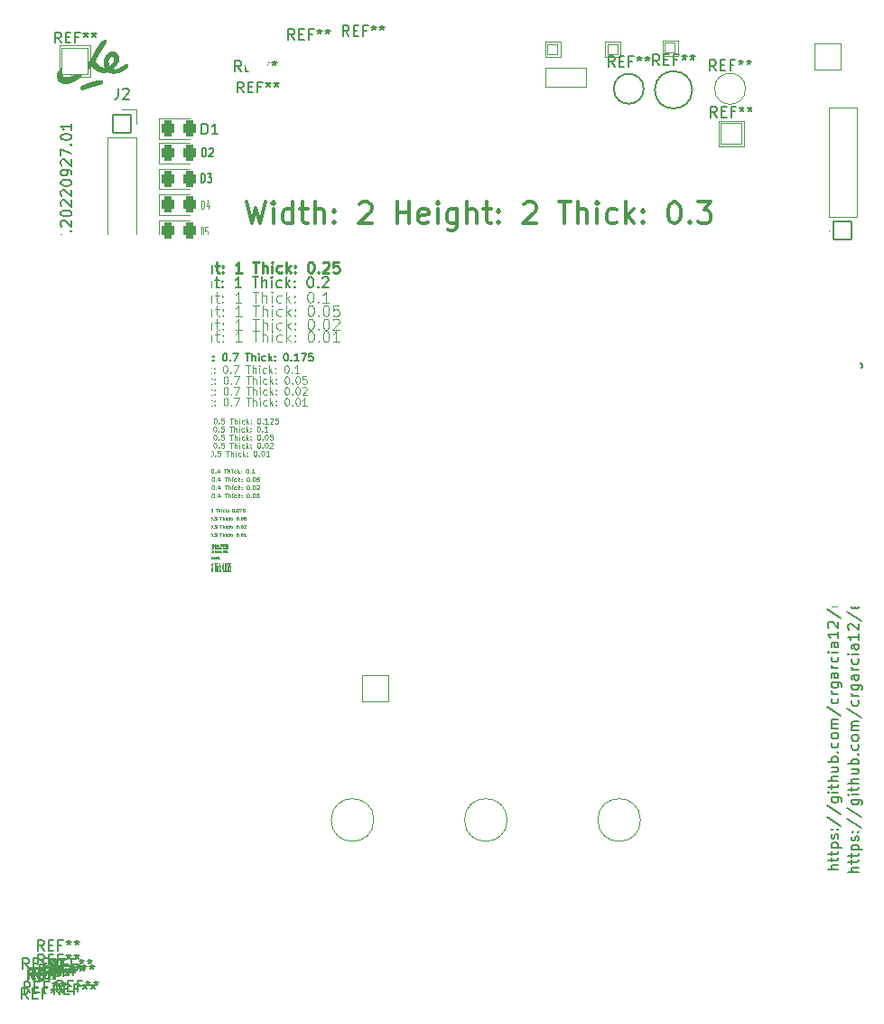
<source format=gto>
G04 #@! TF.GenerationSoftware,KiCad,Pcbnew,(6.0.7)*
G04 #@! TF.CreationDate,2022-09-27T00:45:36+02:00*
G04 #@! TF.ProjectId,hamodule,68616d6f-6475-46c6-952e-6b696361645f,20220918.20*
G04 #@! TF.SameCoordinates,Original*
G04 #@! TF.FileFunction,Legend,Top*
G04 #@! TF.FilePolarity,Positive*
%FSLAX46Y46*%
G04 Gerber Fmt 4.6, Leading zero omitted, Abs format (unit mm)*
G04 Created by KiCad (PCBNEW (6.0.7)) date 2022-09-27 00:45:36*
%MOMM*%
%LPD*%
G01*
G04 APERTURE LIST*
G04 Aperture macros list*
%AMRoundRect*
0 Rectangle with rounded corners*
0 $1 Rounding radius*
0 $2 $3 $4 $5 $6 $7 $8 $9 X,Y pos of 4 corners*
0 Add a 4 corners polygon primitive as box body*
4,1,4,$2,$3,$4,$5,$6,$7,$8,$9,$2,$3,0*
0 Add four circle primitives for the rounded corners*
1,1,$1+$1,$2,$3*
1,1,$1+$1,$4,$5*
1,1,$1+$1,$6,$7*
1,1,$1+$1,$8,$9*
0 Add four rect primitives between the rounded corners*
20,1,$1+$1,$2,$3,$4,$5,0*
20,1,$1+$1,$4,$5,$6,$7,0*
20,1,$1+$1,$6,$7,$8,$9,0*
20,1,$1+$1,$8,$9,$2,$3,0*%
G04 Aperture macros list end*
%ADD10C,0.150000*%
%ADD11C,0.100000*%
%ADD12C,0.175000*%
%ADD13C,0.050000*%
%ADD14C,0.200000*%
%ADD15C,0.010000*%
%ADD16C,0.020000*%
%ADD17C,0.250000*%
%ADD18C,0.037500*%
%ADD19C,0.125000*%
%ADD20C,0.075000*%
%ADD21C,0.300000*%
%ADD22C,0.120000*%
%ADD23RoundRect,0.050000X-1.250000X-1.250000X1.250000X-1.250000X1.250000X1.250000X-1.250000X1.250000X0*%
%ADD24C,1.500000*%
%ADD25RoundRect,0.050000X-0.500000X-0.500000X0.500000X-0.500000X0.500000X0.500000X-0.500000X0.500000X0*%
%ADD26RoundRect,0.050000X-1.000000X-1.000000X1.000000X-1.000000X1.000000X1.000000X-1.000000X1.000000X0*%
%ADD27C,3.600000*%
%ADD28C,2.700000*%
%ADD29RoundRect,0.050000X-0.850000X-0.850000X0.850000X-0.850000X0.850000X0.850000X-0.850000X0.850000X0*%
%ADD30O,1.800000X1.800000*%
%ADD31C,4.500000*%
%ADD32C,1.000000*%
%ADD33RoundRect,0.300000X-0.325000X-0.450000X0.325000X-0.450000X0.325000X0.450000X-0.325000X0.450000X0*%
%ADD34C,3.300000*%
%ADD35RoundRect,0.050000X0.850000X0.850000X-0.850000X0.850000X-0.850000X-0.850000X0.850000X-0.850000X0*%
%ADD36C,2.100000*%
%ADD37C,2.600000*%
%ADD38C,2.250000*%
%ADD39C,3.000000*%
%ADD40C,2.900000*%
%ADD41C,0.800000*%
%ADD42C,2.200000*%
G04 APERTURE END LIST*
D10*
X105252380Y-110052380D02*
X104252380Y-110052380D01*
X105252380Y-109623809D02*
X104728571Y-109623809D01*
X104633333Y-109671428D01*
X104585714Y-109766666D01*
X104585714Y-109909523D01*
X104633333Y-110004761D01*
X104680952Y-110052380D01*
X104585714Y-109290476D02*
X104585714Y-108909523D01*
X104252380Y-109147619D02*
X105109523Y-109147619D01*
X105204761Y-109100000D01*
X105252380Y-109004761D01*
X105252380Y-108909523D01*
X104585714Y-108719047D02*
X104585714Y-108338095D01*
X104252380Y-108576190D02*
X105109523Y-108576190D01*
X105204761Y-108528571D01*
X105252380Y-108433333D01*
X105252380Y-108338095D01*
X104585714Y-108004761D02*
X105585714Y-108004761D01*
X104633333Y-108004761D02*
X104585714Y-107909523D01*
X104585714Y-107719047D01*
X104633333Y-107623809D01*
X104680952Y-107576190D01*
X104776190Y-107528571D01*
X105061904Y-107528571D01*
X105157142Y-107576190D01*
X105204761Y-107623809D01*
X105252380Y-107719047D01*
X105252380Y-107909523D01*
X105204761Y-108004761D01*
X105204761Y-107147619D02*
X105252380Y-107052380D01*
X105252380Y-106861904D01*
X105204761Y-106766666D01*
X105109523Y-106719047D01*
X105061904Y-106719047D01*
X104966666Y-106766666D01*
X104919047Y-106861904D01*
X104919047Y-107004761D01*
X104871428Y-107100000D01*
X104776190Y-107147619D01*
X104728571Y-107147619D01*
X104633333Y-107100000D01*
X104585714Y-107004761D01*
X104585714Y-106861904D01*
X104633333Y-106766666D01*
X105157142Y-106290476D02*
X105204761Y-106242857D01*
X105252380Y-106290476D01*
X105204761Y-106338095D01*
X105157142Y-106290476D01*
X105252380Y-106290476D01*
X104633333Y-106290476D02*
X104680952Y-106242857D01*
X104728571Y-106290476D01*
X104680952Y-106338095D01*
X104633333Y-106290476D01*
X104728571Y-106290476D01*
X104204761Y-105100000D02*
X105490476Y-105957142D01*
X104204761Y-104052380D02*
X105490476Y-104909523D01*
X104585714Y-103290476D02*
X105395238Y-103290476D01*
X105490476Y-103338095D01*
X105538095Y-103385714D01*
X105585714Y-103480952D01*
X105585714Y-103623809D01*
X105538095Y-103719047D01*
X105204761Y-103290476D02*
X105252380Y-103385714D01*
X105252380Y-103576190D01*
X105204761Y-103671428D01*
X105157142Y-103719047D01*
X105061904Y-103766666D01*
X104776190Y-103766666D01*
X104680952Y-103719047D01*
X104633333Y-103671428D01*
X104585714Y-103576190D01*
X104585714Y-103385714D01*
X104633333Y-103290476D01*
X105252380Y-102814285D02*
X104585714Y-102814285D01*
X104252380Y-102814285D02*
X104300000Y-102861904D01*
X104347619Y-102814285D01*
X104300000Y-102766666D01*
X104252380Y-102814285D01*
X104347619Y-102814285D01*
X104585714Y-102480952D02*
X104585714Y-102100000D01*
X104252380Y-102338095D02*
X105109523Y-102338095D01*
X105204761Y-102290476D01*
X105252380Y-102195238D01*
X105252380Y-102100000D01*
X105252380Y-101766666D02*
X104252380Y-101766666D01*
X105252380Y-101338095D02*
X104728571Y-101338095D01*
X104633333Y-101385714D01*
X104585714Y-101480952D01*
X104585714Y-101623809D01*
X104633333Y-101719047D01*
X104680952Y-101766666D01*
X104585714Y-100433333D02*
X105252380Y-100433333D01*
X104585714Y-100861904D02*
X105109523Y-100861904D01*
X105204761Y-100814285D01*
X105252380Y-100719047D01*
X105252380Y-100576190D01*
X105204761Y-100480952D01*
X105157142Y-100433333D01*
X105252380Y-99957142D02*
X104252380Y-99957142D01*
X104633333Y-99957142D02*
X104585714Y-99861904D01*
X104585714Y-99671428D01*
X104633333Y-99576190D01*
X104680952Y-99528571D01*
X104776190Y-99480952D01*
X105061904Y-99480952D01*
X105157142Y-99528571D01*
X105204761Y-99576190D01*
X105252380Y-99671428D01*
X105252380Y-99861904D01*
X105204761Y-99957142D01*
X105157142Y-99052380D02*
X105204761Y-99004761D01*
X105252380Y-99052380D01*
X105204761Y-99100000D01*
X105157142Y-99052380D01*
X105252380Y-99052380D01*
X105204761Y-98147619D02*
X105252380Y-98242857D01*
X105252380Y-98433333D01*
X105204761Y-98528571D01*
X105157142Y-98576190D01*
X105061904Y-98623809D01*
X104776190Y-98623809D01*
X104680952Y-98576190D01*
X104633333Y-98528571D01*
X104585714Y-98433333D01*
X104585714Y-98242857D01*
X104633333Y-98147619D01*
X105252380Y-97576190D02*
X105204761Y-97671428D01*
X105157142Y-97719047D01*
X105061904Y-97766666D01*
X104776190Y-97766666D01*
X104680952Y-97719047D01*
X104633333Y-97671428D01*
X104585714Y-97576190D01*
X104585714Y-97433333D01*
X104633333Y-97338095D01*
X104680952Y-97290476D01*
X104776190Y-97242857D01*
X105061904Y-97242857D01*
X105157142Y-97290476D01*
X105204761Y-97338095D01*
X105252380Y-97433333D01*
X105252380Y-97576190D01*
X105252380Y-96814285D02*
X104585714Y-96814285D01*
X104680952Y-96814285D02*
X104633333Y-96766666D01*
X104585714Y-96671428D01*
X104585714Y-96528571D01*
X104633333Y-96433333D01*
X104728571Y-96385714D01*
X105252380Y-96385714D01*
X104728571Y-96385714D02*
X104633333Y-96338095D01*
X104585714Y-96242857D01*
X104585714Y-96100000D01*
X104633333Y-96004761D01*
X104728571Y-95957142D01*
X105252380Y-95957142D01*
X104204761Y-94766666D02*
X105490476Y-95623809D01*
X105204761Y-94004761D02*
X105252380Y-94100000D01*
X105252380Y-94290476D01*
X105204761Y-94385714D01*
X105157142Y-94433333D01*
X105061904Y-94480952D01*
X104776190Y-94480952D01*
X104680952Y-94433333D01*
X104633333Y-94385714D01*
X104585714Y-94290476D01*
X104585714Y-94100000D01*
X104633333Y-94004761D01*
X105252380Y-93576190D02*
X104585714Y-93576190D01*
X104776190Y-93576190D02*
X104680952Y-93528571D01*
X104633333Y-93480952D01*
X104585714Y-93385714D01*
X104585714Y-93290476D01*
X104585714Y-92528571D02*
X105395238Y-92528571D01*
X105490476Y-92576190D01*
X105538095Y-92623809D01*
X105585714Y-92719047D01*
X105585714Y-92861904D01*
X105538095Y-92957142D01*
X105204761Y-92528571D02*
X105252380Y-92623809D01*
X105252380Y-92814285D01*
X105204761Y-92909523D01*
X105157142Y-92957142D01*
X105061904Y-93004761D01*
X104776190Y-93004761D01*
X104680952Y-92957142D01*
X104633333Y-92909523D01*
X104585714Y-92814285D01*
X104585714Y-92623809D01*
X104633333Y-92528571D01*
X105252380Y-91623809D02*
X104728571Y-91623809D01*
X104633333Y-91671428D01*
X104585714Y-91766666D01*
X104585714Y-91957142D01*
X104633333Y-92052380D01*
X105204761Y-91623809D02*
X105252380Y-91719047D01*
X105252380Y-91957142D01*
X105204761Y-92052380D01*
X105109523Y-92100000D01*
X105014285Y-92100000D01*
X104919047Y-92052380D01*
X104871428Y-91957142D01*
X104871428Y-91719047D01*
X104823809Y-91623809D01*
X105252380Y-91147619D02*
X104585714Y-91147619D01*
X104776190Y-91147619D02*
X104680952Y-91100000D01*
X104633333Y-91052380D01*
X104585714Y-90957142D01*
X104585714Y-90861904D01*
X105204761Y-90100000D02*
X105252380Y-90195238D01*
X105252380Y-90385714D01*
X105204761Y-90480952D01*
X105157142Y-90528571D01*
X105061904Y-90576190D01*
X104776190Y-90576190D01*
X104680952Y-90528571D01*
X104633333Y-90480952D01*
X104585714Y-90385714D01*
X104585714Y-90195238D01*
X104633333Y-90100000D01*
X105252380Y-89671428D02*
X104585714Y-89671428D01*
X104252380Y-89671428D02*
X104300000Y-89719047D01*
X104347619Y-89671428D01*
X104300000Y-89623809D01*
X104252380Y-89671428D01*
X104347619Y-89671428D01*
X105252380Y-88766666D02*
X104728571Y-88766666D01*
X104633333Y-88814285D01*
X104585714Y-88909523D01*
X104585714Y-89100000D01*
X104633333Y-89195238D01*
X105204761Y-88766666D02*
X105252380Y-88861904D01*
X105252380Y-89100000D01*
X105204761Y-89195238D01*
X105109523Y-89242857D01*
X105014285Y-89242857D01*
X104919047Y-89195238D01*
X104871428Y-89100000D01*
X104871428Y-88861904D01*
X104823809Y-88766666D01*
X105252380Y-87766666D02*
X105252380Y-88338095D01*
X105252380Y-88052380D02*
X104252380Y-88052380D01*
X104395238Y-88147619D01*
X104490476Y-88242857D01*
X104538095Y-88338095D01*
X104347619Y-87385714D02*
X104300000Y-87338095D01*
X104252380Y-87242857D01*
X104252380Y-87004761D01*
X104300000Y-86909523D01*
X104347619Y-86861904D01*
X104442857Y-86814285D01*
X104538095Y-86814285D01*
X104680952Y-86861904D01*
X105252380Y-87433333D01*
X105252380Y-86814285D01*
X104204761Y-85671428D02*
X105490476Y-86528571D01*
X105204761Y-84957142D02*
X105252380Y-85052380D01*
X105252380Y-85242857D01*
X105204761Y-85338095D01*
X105109523Y-85385714D01*
X104728571Y-85385714D01*
X104633333Y-85338095D01*
X104585714Y-85242857D01*
X104585714Y-85052380D01*
X104633333Y-84957142D01*
X104728571Y-84909523D01*
X104823809Y-84909523D01*
X104919047Y-85385714D01*
X105252380Y-84338095D02*
X105204761Y-84433333D01*
X105109523Y-84480952D01*
X104252380Y-84480952D01*
X105204761Y-83576190D02*
X105252380Y-83671428D01*
X105252380Y-83861904D01*
X105204761Y-83957142D01*
X105109523Y-84004761D01*
X104728571Y-84004761D01*
X104633333Y-83957142D01*
X104585714Y-83861904D01*
X104585714Y-83671428D01*
X104633333Y-83576190D01*
X104728571Y-83528571D01*
X104823809Y-83528571D01*
X104919047Y-84004761D01*
X105204761Y-82671428D02*
X105252380Y-82766666D01*
X105252380Y-82957142D01*
X105204761Y-83052380D01*
X105157142Y-83100000D01*
X105061904Y-83147619D01*
X104776190Y-83147619D01*
X104680952Y-83100000D01*
X104633333Y-83052380D01*
X104585714Y-82957142D01*
X104585714Y-82766666D01*
X104633333Y-82671428D01*
X104585714Y-82385714D02*
X104585714Y-82004761D01*
X104252380Y-82242857D02*
X105109523Y-82242857D01*
X105204761Y-82195238D01*
X105252380Y-82100000D01*
X105252380Y-82004761D01*
X105252380Y-81671428D02*
X104585714Y-81671428D01*
X104776190Y-81671428D02*
X104680952Y-81623809D01*
X104633333Y-81576190D01*
X104585714Y-81480952D01*
X104585714Y-81385714D01*
X105252380Y-80909523D02*
X105204761Y-81004761D01*
X105157142Y-81052380D01*
X105061904Y-81100000D01*
X104776190Y-81100000D01*
X104680952Y-81052380D01*
X104633333Y-81004761D01*
X104585714Y-80909523D01*
X104585714Y-80766666D01*
X104633333Y-80671428D01*
X104680952Y-80623809D01*
X104776190Y-80576190D01*
X105061904Y-80576190D01*
X105157142Y-80623809D01*
X105204761Y-80671428D01*
X105252380Y-80766666D01*
X105252380Y-80909523D01*
X104585714Y-80147619D02*
X105252380Y-80147619D01*
X104680952Y-80147619D02*
X104633333Y-80100000D01*
X104585714Y-80004761D01*
X104585714Y-79861904D01*
X104633333Y-79766666D01*
X104728571Y-79719047D01*
X105252380Y-79719047D01*
X105252380Y-79242857D02*
X104585714Y-79242857D01*
X104252380Y-79242857D02*
X104300000Y-79290476D01*
X104347619Y-79242857D01*
X104300000Y-79195238D01*
X104252380Y-79242857D01*
X104347619Y-79242857D01*
X105204761Y-78338095D02*
X105252380Y-78433333D01*
X105252380Y-78623809D01*
X105204761Y-78719047D01*
X105157142Y-78766666D01*
X105061904Y-78814285D01*
X104776190Y-78814285D01*
X104680952Y-78766666D01*
X104633333Y-78719047D01*
X104585714Y-78623809D01*
X104585714Y-78433333D01*
X104633333Y-78338095D01*
X105204761Y-77957142D02*
X105252380Y-77861904D01*
X105252380Y-77671428D01*
X105204761Y-77576190D01*
X105109523Y-77528571D01*
X105061904Y-77528571D01*
X104966666Y-77576190D01*
X104919047Y-77671428D01*
X104919047Y-77814285D01*
X104871428Y-77909523D01*
X104776190Y-77957142D01*
X104728571Y-77957142D01*
X104633333Y-77909523D01*
X104585714Y-77814285D01*
X104585714Y-77671428D01*
X104633333Y-77576190D01*
X104871428Y-77100000D02*
X104871428Y-76338095D01*
X104585714Y-76004761D02*
X104585714Y-75623809D01*
X104252380Y-75861904D02*
X105109523Y-75861904D01*
X105204761Y-75814285D01*
X105252380Y-75719047D01*
X105252380Y-75623809D01*
X105204761Y-74909523D02*
X105252380Y-75004761D01*
X105252380Y-75195238D01*
X105204761Y-75290476D01*
X105109523Y-75338095D01*
X104728571Y-75338095D01*
X104633333Y-75290476D01*
X104585714Y-75195238D01*
X104585714Y-75004761D01*
X104633333Y-74909523D01*
X104728571Y-74861904D01*
X104823809Y-74861904D01*
X104919047Y-75338095D01*
X105204761Y-74480952D02*
X105252380Y-74385714D01*
X105252380Y-74195238D01*
X105204761Y-74100000D01*
X105109523Y-74052380D01*
X105061904Y-74052380D01*
X104966666Y-74100000D01*
X104919047Y-74195238D01*
X104919047Y-74338095D01*
X104871428Y-74433333D01*
X104776190Y-74480952D01*
X104728571Y-74480952D01*
X104633333Y-74433333D01*
X104585714Y-74338095D01*
X104585714Y-74195238D01*
X104633333Y-74100000D01*
X104585714Y-73766666D02*
X104585714Y-73385714D01*
X104252380Y-73623809D02*
X105109523Y-73623809D01*
X105204761Y-73576190D01*
X105252380Y-73480952D01*
X105252380Y-73385714D01*
X105204761Y-72671428D02*
X105252380Y-72766666D01*
X105252380Y-72957142D01*
X105204761Y-73052380D01*
X105109523Y-73100000D01*
X104728571Y-73100000D01*
X104633333Y-73052380D01*
X104585714Y-72957142D01*
X104585714Y-72766666D01*
X104633333Y-72671428D01*
X104728571Y-72623809D01*
X104823809Y-72623809D01*
X104919047Y-73100000D01*
X105252380Y-72195238D02*
X104585714Y-72195238D01*
X104776190Y-72195238D02*
X104680952Y-72147619D01*
X104633333Y-72100000D01*
X104585714Y-72004761D01*
X104585714Y-71909523D01*
X104871428Y-71576190D02*
X104871428Y-70814285D01*
X104585714Y-70338095D02*
X105585714Y-70338095D01*
X104633333Y-70338095D02*
X104585714Y-70242857D01*
X104585714Y-70052380D01*
X104633333Y-69957142D01*
X104680952Y-69909523D01*
X104776190Y-69861904D01*
X105061904Y-69861904D01*
X105157142Y-69909523D01*
X105204761Y-69957142D01*
X105252380Y-70052380D01*
X105252380Y-70242857D01*
X105204761Y-70338095D01*
X105204761Y-69004761D02*
X105252380Y-69100000D01*
X105252380Y-69290476D01*
X105204761Y-69385714D01*
X105157142Y-69433333D01*
X105061904Y-69480952D01*
X104776190Y-69480952D01*
X104680952Y-69433333D01*
X104633333Y-69385714D01*
X104585714Y-69290476D01*
X104585714Y-69100000D01*
X104633333Y-69004761D01*
X105252380Y-68576190D02*
X104252380Y-68576190D01*
X104633333Y-68576190D02*
X104585714Y-68480952D01*
X104585714Y-68290476D01*
X104633333Y-68195238D01*
X104680952Y-68147619D01*
X104776190Y-68100000D01*
X105061904Y-68100000D01*
X105157142Y-68147619D01*
X105204761Y-68195238D01*
X105252380Y-68290476D01*
X105252380Y-68480952D01*
X105204761Y-68576190D01*
X32345880Y-51227928D02*
X33345880Y-50894595D01*
X32345880Y-50561261D01*
X33250642Y-50227928D02*
X33298261Y-50180309D01*
X33345880Y-50227928D01*
X33298261Y-50275547D01*
X33250642Y-50227928D01*
X33345880Y-50227928D01*
X32441119Y-49799357D02*
X32393500Y-49751738D01*
X32345880Y-49656500D01*
X32345880Y-49418404D01*
X32393500Y-49323166D01*
X32441119Y-49275547D01*
X32536357Y-49227928D01*
X32631595Y-49227928D01*
X32774452Y-49275547D01*
X33345880Y-49846976D01*
X33345880Y-49227928D01*
X32345880Y-48608880D02*
X32345880Y-48513642D01*
X32393500Y-48418404D01*
X32441119Y-48370785D01*
X32536357Y-48323166D01*
X32726833Y-48275547D01*
X32964928Y-48275547D01*
X33155404Y-48323166D01*
X33250642Y-48370785D01*
X33298261Y-48418404D01*
X33345880Y-48513642D01*
X33345880Y-48608880D01*
X33298261Y-48704119D01*
X33250642Y-48751738D01*
X33155404Y-48799357D01*
X32964928Y-48846976D01*
X32726833Y-48846976D01*
X32536357Y-48799357D01*
X32441119Y-48751738D01*
X32393500Y-48704119D01*
X32345880Y-48608880D01*
X32441119Y-47894595D02*
X32393500Y-47846976D01*
X32345880Y-47751738D01*
X32345880Y-47513642D01*
X32393500Y-47418404D01*
X32441119Y-47370785D01*
X32536357Y-47323166D01*
X32631595Y-47323166D01*
X32774452Y-47370785D01*
X33345880Y-47942214D01*
X33345880Y-47323166D01*
X32441119Y-46942214D02*
X32393500Y-46894595D01*
X32345880Y-46799357D01*
X32345880Y-46561261D01*
X32393500Y-46466023D01*
X32441119Y-46418404D01*
X32536357Y-46370785D01*
X32631595Y-46370785D01*
X32774452Y-46418404D01*
X33345880Y-46989833D01*
X33345880Y-46370785D01*
X32345880Y-45751738D02*
X32345880Y-45656500D01*
X32393500Y-45561261D01*
X32441119Y-45513642D01*
X32536357Y-45466023D01*
X32726833Y-45418404D01*
X32964928Y-45418404D01*
X33155404Y-45466023D01*
X33250642Y-45513642D01*
X33298261Y-45561261D01*
X33345880Y-45656500D01*
X33345880Y-45751738D01*
X33298261Y-45846976D01*
X33250642Y-45894595D01*
X33155404Y-45942214D01*
X32964928Y-45989833D01*
X32726833Y-45989833D01*
X32536357Y-45942214D01*
X32441119Y-45894595D01*
X32393500Y-45846976D01*
X32345880Y-45751738D01*
X33345880Y-44942214D02*
X33345880Y-44751738D01*
X33298261Y-44656500D01*
X33250642Y-44608880D01*
X33107785Y-44513642D01*
X32917309Y-44466023D01*
X32536357Y-44466023D01*
X32441119Y-44513642D01*
X32393500Y-44561261D01*
X32345880Y-44656500D01*
X32345880Y-44846976D01*
X32393500Y-44942214D01*
X32441119Y-44989833D01*
X32536357Y-45037452D01*
X32774452Y-45037452D01*
X32869690Y-44989833D01*
X32917309Y-44942214D01*
X32964928Y-44846976D01*
X32964928Y-44656500D01*
X32917309Y-44561261D01*
X32869690Y-44513642D01*
X32774452Y-44466023D01*
X32441119Y-44085071D02*
X32393500Y-44037452D01*
X32345880Y-43942214D01*
X32345880Y-43704119D01*
X32393500Y-43608880D01*
X32441119Y-43561261D01*
X32536357Y-43513642D01*
X32631595Y-43513642D01*
X32774452Y-43561261D01*
X33345880Y-44132690D01*
X33345880Y-43513642D01*
X32345880Y-43180309D02*
X32345880Y-42513642D01*
X33345880Y-42942214D01*
X33250642Y-42132690D02*
X33298261Y-42085071D01*
X33345880Y-42132690D01*
X33298261Y-42180309D01*
X33250642Y-42132690D01*
X33345880Y-42132690D01*
X32345880Y-41466023D02*
X32345880Y-41370785D01*
X32393500Y-41275547D01*
X32441119Y-41227928D01*
X32536357Y-41180309D01*
X32726833Y-41132690D01*
X32964928Y-41132690D01*
X33155404Y-41180309D01*
X33250642Y-41227928D01*
X33298261Y-41275547D01*
X33345880Y-41370785D01*
X33345880Y-41466023D01*
X33298261Y-41561261D01*
X33250642Y-41608880D01*
X33155404Y-41656500D01*
X32964928Y-41704119D01*
X32726833Y-41704119D01*
X32536357Y-41656500D01*
X32441119Y-41608880D01*
X32393500Y-41561261D01*
X32345880Y-41466023D01*
X33345880Y-40180309D02*
X33345880Y-40751738D01*
X33345880Y-40466023D02*
X32345880Y-40466023D01*
X32488738Y-40561261D01*
X32583976Y-40656500D01*
X32631595Y-40751738D01*
D11*
X40658666Y-72505952D02*
X40753904Y-72905952D01*
X40830095Y-72620238D01*
X40906285Y-72905952D01*
X41001523Y-72505952D01*
X41153904Y-72905952D02*
X41153904Y-72639285D01*
X41153904Y-72505952D02*
X41134857Y-72525000D01*
X41153904Y-72544047D01*
X41172952Y-72525000D01*
X41153904Y-72505952D01*
X41153904Y-72544047D01*
X41515809Y-72905952D02*
X41515809Y-72505952D01*
X41515809Y-72886904D02*
X41477714Y-72905952D01*
X41401523Y-72905952D01*
X41363428Y-72886904D01*
X41344380Y-72867857D01*
X41325333Y-72829761D01*
X41325333Y-72715476D01*
X41344380Y-72677380D01*
X41363428Y-72658333D01*
X41401523Y-72639285D01*
X41477714Y-72639285D01*
X41515809Y-72658333D01*
X41649142Y-72639285D02*
X41801523Y-72639285D01*
X41706285Y-72505952D02*
X41706285Y-72848809D01*
X41725333Y-72886904D01*
X41763428Y-72905952D01*
X41801523Y-72905952D01*
X41934857Y-72905952D02*
X41934857Y-72505952D01*
X42106285Y-72905952D02*
X42106285Y-72696428D01*
X42087238Y-72658333D01*
X42049142Y-72639285D01*
X41992000Y-72639285D01*
X41953904Y-72658333D01*
X41934857Y-72677380D01*
X42296761Y-72867857D02*
X42315809Y-72886904D01*
X42296761Y-72905952D01*
X42277714Y-72886904D01*
X42296761Y-72867857D01*
X42296761Y-72905952D01*
X42296761Y-72658333D02*
X42315809Y-72677380D01*
X42296761Y-72696428D01*
X42277714Y-72677380D01*
X42296761Y-72658333D01*
X42296761Y-72696428D01*
X42868190Y-72505952D02*
X42906285Y-72505952D01*
X42944380Y-72525000D01*
X42963428Y-72544047D01*
X42982476Y-72582142D01*
X43001523Y-72658333D01*
X43001523Y-72753571D01*
X42982476Y-72829761D01*
X42963428Y-72867857D01*
X42944380Y-72886904D01*
X42906285Y-72905952D01*
X42868190Y-72905952D01*
X42830095Y-72886904D01*
X42811047Y-72867857D01*
X42792000Y-72829761D01*
X42772952Y-72753571D01*
X42772952Y-72658333D01*
X42792000Y-72582142D01*
X42811047Y-72544047D01*
X42830095Y-72525000D01*
X42868190Y-72505952D01*
X43172952Y-72867857D02*
X43192000Y-72886904D01*
X43172952Y-72905952D01*
X43153904Y-72886904D01*
X43172952Y-72867857D01*
X43172952Y-72905952D01*
X43534857Y-72639285D02*
X43534857Y-72905952D01*
X43439619Y-72486904D02*
X43344380Y-72772619D01*
X43592000Y-72772619D01*
X44049142Y-72905952D02*
X44049142Y-72505952D01*
X44049142Y-72696428D02*
X44277714Y-72696428D01*
X44277714Y-72905952D02*
X44277714Y-72505952D01*
X44620571Y-72886904D02*
X44582476Y-72905952D01*
X44506285Y-72905952D01*
X44468190Y-72886904D01*
X44449142Y-72848809D01*
X44449142Y-72696428D01*
X44468190Y-72658333D01*
X44506285Y-72639285D01*
X44582476Y-72639285D01*
X44620571Y-72658333D01*
X44639619Y-72696428D01*
X44639619Y-72734523D01*
X44449142Y-72772619D01*
X44811047Y-72905952D02*
X44811047Y-72639285D01*
X44811047Y-72505952D02*
X44792000Y-72525000D01*
X44811047Y-72544047D01*
X44830095Y-72525000D01*
X44811047Y-72505952D01*
X44811047Y-72544047D01*
X45172952Y-72639285D02*
X45172952Y-72963095D01*
X45153904Y-73001190D01*
X45134857Y-73020238D01*
X45096761Y-73039285D01*
X45039619Y-73039285D01*
X45001523Y-73020238D01*
X45172952Y-72886904D02*
X45134857Y-72905952D01*
X45058666Y-72905952D01*
X45020571Y-72886904D01*
X45001523Y-72867857D01*
X44982476Y-72829761D01*
X44982476Y-72715476D01*
X45001523Y-72677380D01*
X45020571Y-72658333D01*
X45058666Y-72639285D01*
X45134857Y-72639285D01*
X45172952Y-72658333D01*
X45363428Y-72905952D02*
X45363428Y-72505952D01*
X45534857Y-72905952D02*
X45534857Y-72696428D01*
X45515809Y-72658333D01*
X45477714Y-72639285D01*
X45420571Y-72639285D01*
X45382476Y-72658333D01*
X45363428Y-72677380D01*
X45668190Y-72639285D02*
X45820571Y-72639285D01*
X45725333Y-72505952D02*
X45725333Y-72848809D01*
X45744380Y-72886904D01*
X45782476Y-72905952D01*
X45820571Y-72905952D01*
X45953904Y-72867857D02*
X45972952Y-72886904D01*
X45953904Y-72905952D01*
X45934857Y-72886904D01*
X45953904Y-72867857D01*
X45953904Y-72905952D01*
X45953904Y-72658333D02*
X45972952Y-72677380D01*
X45953904Y-72696428D01*
X45934857Y-72677380D01*
X45953904Y-72658333D01*
X45953904Y-72696428D01*
X46525333Y-72505952D02*
X46563428Y-72505952D01*
X46601523Y-72525000D01*
X46620571Y-72544047D01*
X46639619Y-72582142D01*
X46658666Y-72658333D01*
X46658666Y-72753571D01*
X46639619Y-72829761D01*
X46620571Y-72867857D01*
X46601523Y-72886904D01*
X46563428Y-72905952D01*
X46525333Y-72905952D01*
X46487238Y-72886904D01*
X46468190Y-72867857D01*
X46449142Y-72829761D01*
X46430095Y-72753571D01*
X46430095Y-72658333D01*
X46449142Y-72582142D01*
X46468190Y-72544047D01*
X46487238Y-72525000D01*
X46525333Y-72505952D01*
X46830095Y-72867857D02*
X46849142Y-72886904D01*
X46830095Y-72905952D01*
X46811047Y-72886904D01*
X46830095Y-72867857D01*
X46830095Y-72905952D01*
X47192000Y-72639285D02*
X47192000Y-72905952D01*
X47096761Y-72486904D02*
X47001523Y-72772619D01*
X47249142Y-72772619D01*
X47649142Y-72505952D02*
X47877714Y-72505952D01*
X47763428Y-72905952D02*
X47763428Y-72505952D01*
X48011047Y-72905952D02*
X48011047Y-72505952D01*
X48182476Y-72905952D02*
X48182476Y-72696428D01*
X48163428Y-72658333D01*
X48125333Y-72639285D01*
X48068190Y-72639285D01*
X48030095Y-72658333D01*
X48011047Y-72677380D01*
X48372952Y-72905952D02*
X48372952Y-72639285D01*
X48372952Y-72505952D02*
X48353904Y-72525000D01*
X48372952Y-72544047D01*
X48392000Y-72525000D01*
X48372952Y-72505952D01*
X48372952Y-72544047D01*
X48734857Y-72886904D02*
X48696761Y-72905952D01*
X48620571Y-72905952D01*
X48582476Y-72886904D01*
X48563428Y-72867857D01*
X48544380Y-72829761D01*
X48544380Y-72715476D01*
X48563428Y-72677380D01*
X48582476Y-72658333D01*
X48620571Y-72639285D01*
X48696761Y-72639285D01*
X48734857Y-72658333D01*
X48906285Y-72905952D02*
X48906285Y-72505952D01*
X48944380Y-72753571D02*
X49058666Y-72905952D01*
X49058666Y-72639285D02*
X48906285Y-72791666D01*
X49230095Y-72867857D02*
X49249142Y-72886904D01*
X49230095Y-72905952D01*
X49211047Y-72886904D01*
X49230095Y-72867857D01*
X49230095Y-72905952D01*
X49230095Y-72658333D02*
X49249142Y-72677380D01*
X49230095Y-72696428D01*
X49211047Y-72677380D01*
X49230095Y-72658333D01*
X49230095Y-72696428D01*
X49801523Y-72505952D02*
X49839619Y-72505952D01*
X49877714Y-72525000D01*
X49896761Y-72544047D01*
X49915809Y-72582142D01*
X49934857Y-72658333D01*
X49934857Y-72753571D01*
X49915809Y-72829761D01*
X49896761Y-72867857D01*
X49877714Y-72886904D01*
X49839619Y-72905952D01*
X49801523Y-72905952D01*
X49763428Y-72886904D01*
X49744380Y-72867857D01*
X49725333Y-72829761D01*
X49706285Y-72753571D01*
X49706285Y-72658333D01*
X49725333Y-72582142D01*
X49744380Y-72544047D01*
X49763428Y-72525000D01*
X49801523Y-72505952D01*
X50106285Y-72867857D02*
X50125333Y-72886904D01*
X50106285Y-72905952D01*
X50087238Y-72886904D01*
X50106285Y-72867857D01*
X50106285Y-72905952D01*
X50506285Y-72905952D02*
X50277714Y-72905952D01*
X50392000Y-72905952D02*
X50392000Y-72505952D01*
X50353904Y-72563095D01*
X50315809Y-72601190D01*
X50277714Y-72620238D01*
D12*
X37435000Y-61673666D02*
X37601666Y-62373666D01*
X37735000Y-61873666D01*
X37868333Y-62373666D01*
X38035000Y-61673666D01*
X38301666Y-62373666D02*
X38301666Y-61907000D01*
X38301666Y-61673666D02*
X38268333Y-61707000D01*
X38301666Y-61740333D01*
X38335000Y-61707000D01*
X38301666Y-61673666D01*
X38301666Y-61740333D01*
X38935000Y-62373666D02*
X38935000Y-61673666D01*
X38935000Y-62340333D02*
X38868333Y-62373666D01*
X38735000Y-62373666D01*
X38668333Y-62340333D01*
X38635000Y-62307000D01*
X38601666Y-62240333D01*
X38601666Y-62040333D01*
X38635000Y-61973666D01*
X38668333Y-61940333D01*
X38735000Y-61907000D01*
X38868333Y-61907000D01*
X38935000Y-61940333D01*
X39168333Y-61907000D02*
X39435000Y-61907000D01*
X39268333Y-61673666D02*
X39268333Y-62273666D01*
X39301666Y-62340333D01*
X39368333Y-62373666D01*
X39435000Y-62373666D01*
X39668333Y-62373666D02*
X39668333Y-61673666D01*
X39968333Y-62373666D02*
X39968333Y-62007000D01*
X39935000Y-61940333D01*
X39868333Y-61907000D01*
X39768333Y-61907000D01*
X39701666Y-61940333D01*
X39668333Y-61973666D01*
X40301666Y-62307000D02*
X40335000Y-62340333D01*
X40301666Y-62373666D01*
X40268333Y-62340333D01*
X40301666Y-62307000D01*
X40301666Y-62373666D01*
X40301666Y-61940333D02*
X40335000Y-61973666D01*
X40301666Y-62007000D01*
X40268333Y-61973666D01*
X40301666Y-61940333D01*
X40301666Y-62007000D01*
X41301666Y-61673666D02*
X41368333Y-61673666D01*
X41435000Y-61707000D01*
X41468333Y-61740333D01*
X41501666Y-61807000D01*
X41535000Y-61940333D01*
X41535000Y-62107000D01*
X41501666Y-62240333D01*
X41468333Y-62307000D01*
X41435000Y-62340333D01*
X41368333Y-62373666D01*
X41301666Y-62373666D01*
X41235000Y-62340333D01*
X41201666Y-62307000D01*
X41168333Y-62240333D01*
X41135000Y-62107000D01*
X41135000Y-61940333D01*
X41168333Y-61807000D01*
X41201666Y-61740333D01*
X41235000Y-61707000D01*
X41301666Y-61673666D01*
X41835000Y-62307000D02*
X41868333Y-62340333D01*
X41835000Y-62373666D01*
X41801666Y-62340333D01*
X41835000Y-62307000D01*
X41835000Y-62373666D01*
X42101666Y-61673666D02*
X42568333Y-61673666D01*
X42268333Y-62373666D01*
X43368333Y-62373666D02*
X43368333Y-61673666D01*
X43368333Y-62007000D02*
X43768333Y-62007000D01*
X43768333Y-62373666D02*
X43768333Y-61673666D01*
X44368333Y-62340333D02*
X44301666Y-62373666D01*
X44168333Y-62373666D01*
X44101666Y-62340333D01*
X44068333Y-62273666D01*
X44068333Y-62007000D01*
X44101666Y-61940333D01*
X44168333Y-61907000D01*
X44301666Y-61907000D01*
X44368333Y-61940333D01*
X44401666Y-62007000D01*
X44401666Y-62073666D01*
X44068333Y-62140333D01*
X44701666Y-62373666D02*
X44701666Y-61907000D01*
X44701666Y-61673666D02*
X44668333Y-61707000D01*
X44701666Y-61740333D01*
X44735000Y-61707000D01*
X44701666Y-61673666D01*
X44701666Y-61740333D01*
X45335000Y-61907000D02*
X45335000Y-62473666D01*
X45301666Y-62540333D01*
X45268333Y-62573666D01*
X45201666Y-62607000D01*
X45101666Y-62607000D01*
X45035000Y-62573666D01*
X45335000Y-62340333D02*
X45268333Y-62373666D01*
X45135000Y-62373666D01*
X45068333Y-62340333D01*
X45035000Y-62307000D01*
X45001666Y-62240333D01*
X45001666Y-62040333D01*
X45035000Y-61973666D01*
X45068333Y-61940333D01*
X45135000Y-61907000D01*
X45268333Y-61907000D01*
X45335000Y-61940333D01*
X45668333Y-62373666D02*
X45668333Y-61673666D01*
X45968333Y-62373666D02*
X45968333Y-62007000D01*
X45935000Y-61940333D01*
X45868333Y-61907000D01*
X45768333Y-61907000D01*
X45701666Y-61940333D01*
X45668333Y-61973666D01*
X46201666Y-61907000D02*
X46468333Y-61907000D01*
X46301666Y-61673666D02*
X46301666Y-62273666D01*
X46335000Y-62340333D01*
X46401666Y-62373666D01*
X46468333Y-62373666D01*
X46701666Y-62307000D02*
X46735000Y-62340333D01*
X46701666Y-62373666D01*
X46668333Y-62340333D01*
X46701666Y-62307000D01*
X46701666Y-62373666D01*
X46701666Y-61940333D02*
X46735000Y-61973666D01*
X46701666Y-62007000D01*
X46668333Y-61973666D01*
X46701666Y-61940333D01*
X46701666Y-62007000D01*
X47701666Y-61673666D02*
X47768333Y-61673666D01*
X47835000Y-61707000D01*
X47868333Y-61740333D01*
X47901666Y-61807000D01*
X47935000Y-61940333D01*
X47935000Y-62107000D01*
X47901666Y-62240333D01*
X47868333Y-62307000D01*
X47835000Y-62340333D01*
X47768333Y-62373666D01*
X47701666Y-62373666D01*
X47635000Y-62340333D01*
X47601666Y-62307000D01*
X47568333Y-62240333D01*
X47535000Y-62107000D01*
X47535000Y-61940333D01*
X47568333Y-61807000D01*
X47601666Y-61740333D01*
X47635000Y-61707000D01*
X47701666Y-61673666D01*
X48235000Y-62307000D02*
X48268333Y-62340333D01*
X48235000Y-62373666D01*
X48201666Y-62340333D01*
X48235000Y-62307000D01*
X48235000Y-62373666D01*
X48501666Y-61673666D02*
X48968333Y-61673666D01*
X48668333Y-62373666D01*
X49668333Y-61673666D02*
X50068333Y-61673666D01*
X49868333Y-62373666D02*
X49868333Y-61673666D01*
X50301666Y-62373666D02*
X50301666Y-61673666D01*
X50601666Y-62373666D02*
X50601666Y-62007000D01*
X50568333Y-61940333D01*
X50501666Y-61907000D01*
X50401666Y-61907000D01*
X50335000Y-61940333D01*
X50301666Y-61973666D01*
X50935000Y-62373666D02*
X50935000Y-61907000D01*
X50935000Y-61673666D02*
X50901666Y-61707000D01*
X50935000Y-61740333D01*
X50968333Y-61707000D01*
X50935000Y-61673666D01*
X50935000Y-61740333D01*
X51568333Y-62340333D02*
X51501666Y-62373666D01*
X51368333Y-62373666D01*
X51301666Y-62340333D01*
X51268333Y-62307000D01*
X51235000Y-62240333D01*
X51235000Y-62040333D01*
X51268333Y-61973666D01*
X51301666Y-61940333D01*
X51368333Y-61907000D01*
X51501666Y-61907000D01*
X51568333Y-61940333D01*
X51868333Y-62373666D02*
X51868333Y-61673666D01*
X51935000Y-62107000D02*
X52135000Y-62373666D01*
X52135000Y-61907000D02*
X51868333Y-62173666D01*
X52435000Y-62307000D02*
X52468333Y-62340333D01*
X52435000Y-62373666D01*
X52401666Y-62340333D01*
X52435000Y-62307000D01*
X52435000Y-62373666D01*
X52435000Y-61940333D02*
X52468333Y-61973666D01*
X52435000Y-62007000D01*
X52401666Y-61973666D01*
X52435000Y-61940333D01*
X52435000Y-62007000D01*
X53435000Y-61673666D02*
X53501666Y-61673666D01*
X53568333Y-61707000D01*
X53601666Y-61740333D01*
X53635000Y-61807000D01*
X53668333Y-61940333D01*
X53668333Y-62107000D01*
X53635000Y-62240333D01*
X53601666Y-62307000D01*
X53568333Y-62340333D01*
X53501666Y-62373666D01*
X53435000Y-62373666D01*
X53368333Y-62340333D01*
X53335000Y-62307000D01*
X53301666Y-62240333D01*
X53268333Y-62107000D01*
X53268333Y-61940333D01*
X53301666Y-61807000D01*
X53335000Y-61740333D01*
X53368333Y-61707000D01*
X53435000Y-61673666D01*
X53968333Y-62307000D02*
X54001666Y-62340333D01*
X53968333Y-62373666D01*
X53935000Y-62340333D01*
X53968333Y-62307000D01*
X53968333Y-62373666D01*
X54668333Y-62373666D02*
X54268333Y-62373666D01*
X54468333Y-62373666D02*
X54468333Y-61673666D01*
X54401666Y-61773666D01*
X54335000Y-61840333D01*
X54268333Y-61873666D01*
X54901666Y-61673666D02*
X55368333Y-61673666D01*
X55068333Y-62373666D01*
X55968333Y-61673666D02*
X55635000Y-61673666D01*
X55601666Y-62007000D01*
X55635000Y-61973666D01*
X55701666Y-61940333D01*
X55868333Y-61940333D01*
X55935000Y-61973666D01*
X55968333Y-62007000D01*
X56001666Y-62073666D01*
X56001666Y-62240333D01*
X55968333Y-62307000D01*
X55935000Y-62340333D01*
X55868333Y-62373666D01*
X55701666Y-62373666D01*
X55635000Y-62340333D01*
X55601666Y-62307000D01*
D13*
X39441238Y-69276190D02*
X39560285Y-69776190D01*
X39655523Y-69419047D01*
X39750761Y-69776190D01*
X39869809Y-69276190D01*
X40060285Y-69776190D02*
X40060285Y-69442857D01*
X40060285Y-69276190D02*
X40036476Y-69300000D01*
X40060285Y-69323809D01*
X40084095Y-69300000D01*
X40060285Y-69276190D01*
X40060285Y-69323809D01*
X40512666Y-69776190D02*
X40512666Y-69276190D01*
X40512666Y-69752380D02*
X40465047Y-69776190D01*
X40369809Y-69776190D01*
X40322190Y-69752380D01*
X40298380Y-69728571D01*
X40274571Y-69680952D01*
X40274571Y-69538095D01*
X40298380Y-69490476D01*
X40322190Y-69466666D01*
X40369809Y-69442857D01*
X40465047Y-69442857D01*
X40512666Y-69466666D01*
X40679333Y-69442857D02*
X40869809Y-69442857D01*
X40750761Y-69276190D02*
X40750761Y-69704761D01*
X40774571Y-69752380D01*
X40822190Y-69776190D01*
X40869809Y-69776190D01*
X41036476Y-69776190D02*
X41036476Y-69276190D01*
X41250761Y-69776190D02*
X41250761Y-69514285D01*
X41226952Y-69466666D01*
X41179333Y-69442857D01*
X41107904Y-69442857D01*
X41060285Y-69466666D01*
X41036476Y-69490476D01*
X41488857Y-69728571D02*
X41512666Y-69752380D01*
X41488857Y-69776190D01*
X41465047Y-69752380D01*
X41488857Y-69728571D01*
X41488857Y-69776190D01*
X41488857Y-69466666D02*
X41512666Y-69490476D01*
X41488857Y-69514285D01*
X41465047Y-69490476D01*
X41488857Y-69466666D01*
X41488857Y-69514285D01*
X42203142Y-69276190D02*
X42250761Y-69276190D01*
X42298380Y-69300000D01*
X42322190Y-69323809D01*
X42346000Y-69371428D01*
X42369809Y-69466666D01*
X42369809Y-69585714D01*
X42346000Y-69680952D01*
X42322190Y-69728571D01*
X42298380Y-69752380D01*
X42250761Y-69776190D01*
X42203142Y-69776190D01*
X42155523Y-69752380D01*
X42131714Y-69728571D01*
X42107904Y-69680952D01*
X42084095Y-69585714D01*
X42084095Y-69466666D01*
X42107904Y-69371428D01*
X42131714Y-69323809D01*
X42155523Y-69300000D01*
X42203142Y-69276190D01*
X42584095Y-69728571D02*
X42607904Y-69752380D01*
X42584095Y-69776190D01*
X42560285Y-69752380D01*
X42584095Y-69728571D01*
X42584095Y-69776190D01*
X43060285Y-69276190D02*
X42822190Y-69276190D01*
X42798380Y-69514285D01*
X42822190Y-69490476D01*
X42869809Y-69466666D01*
X42988857Y-69466666D01*
X43036476Y-69490476D01*
X43060285Y-69514285D01*
X43084095Y-69561904D01*
X43084095Y-69680952D01*
X43060285Y-69728571D01*
X43036476Y-69752380D01*
X42988857Y-69776190D01*
X42869809Y-69776190D01*
X42822190Y-69752380D01*
X42798380Y-69728571D01*
X43679333Y-69776190D02*
X43679333Y-69276190D01*
X43679333Y-69514285D02*
X43965047Y-69514285D01*
X43965047Y-69776190D02*
X43965047Y-69276190D01*
X44393619Y-69752380D02*
X44346000Y-69776190D01*
X44250761Y-69776190D01*
X44203142Y-69752380D01*
X44179333Y-69704761D01*
X44179333Y-69514285D01*
X44203142Y-69466666D01*
X44250761Y-69442857D01*
X44346000Y-69442857D01*
X44393619Y-69466666D01*
X44417428Y-69514285D01*
X44417428Y-69561904D01*
X44179333Y-69609523D01*
X44631714Y-69776190D02*
X44631714Y-69442857D01*
X44631714Y-69276190D02*
X44607904Y-69300000D01*
X44631714Y-69323809D01*
X44655523Y-69300000D01*
X44631714Y-69276190D01*
X44631714Y-69323809D01*
X45084095Y-69442857D02*
X45084095Y-69847619D01*
X45060285Y-69895238D01*
X45036476Y-69919047D01*
X44988857Y-69942857D01*
X44917428Y-69942857D01*
X44869809Y-69919047D01*
X45084095Y-69752380D02*
X45036476Y-69776190D01*
X44941238Y-69776190D01*
X44893619Y-69752380D01*
X44869809Y-69728571D01*
X44846000Y-69680952D01*
X44846000Y-69538095D01*
X44869809Y-69490476D01*
X44893619Y-69466666D01*
X44941238Y-69442857D01*
X45036476Y-69442857D01*
X45084095Y-69466666D01*
X45322190Y-69776190D02*
X45322190Y-69276190D01*
X45536476Y-69776190D02*
X45536476Y-69514285D01*
X45512666Y-69466666D01*
X45465047Y-69442857D01*
X45393619Y-69442857D01*
X45346000Y-69466666D01*
X45322190Y-69490476D01*
X45703142Y-69442857D02*
X45893619Y-69442857D01*
X45774571Y-69276190D02*
X45774571Y-69704761D01*
X45798380Y-69752380D01*
X45846000Y-69776190D01*
X45893619Y-69776190D01*
X46060285Y-69728571D02*
X46084095Y-69752380D01*
X46060285Y-69776190D01*
X46036476Y-69752380D01*
X46060285Y-69728571D01*
X46060285Y-69776190D01*
X46060285Y-69466666D02*
X46084095Y-69490476D01*
X46060285Y-69514285D01*
X46036476Y-69490476D01*
X46060285Y-69466666D01*
X46060285Y-69514285D01*
X46774571Y-69276190D02*
X46822190Y-69276190D01*
X46869809Y-69300000D01*
X46893619Y-69323809D01*
X46917428Y-69371428D01*
X46941238Y-69466666D01*
X46941238Y-69585714D01*
X46917428Y-69680952D01*
X46893619Y-69728571D01*
X46869809Y-69752380D01*
X46822190Y-69776190D01*
X46774571Y-69776190D01*
X46726952Y-69752380D01*
X46703142Y-69728571D01*
X46679333Y-69680952D01*
X46655523Y-69585714D01*
X46655523Y-69466666D01*
X46679333Y-69371428D01*
X46703142Y-69323809D01*
X46726952Y-69300000D01*
X46774571Y-69276190D01*
X47155523Y-69728571D02*
X47179333Y-69752380D01*
X47155523Y-69776190D01*
X47131714Y-69752380D01*
X47155523Y-69728571D01*
X47155523Y-69776190D01*
X47631714Y-69276190D02*
X47393619Y-69276190D01*
X47369809Y-69514285D01*
X47393619Y-69490476D01*
X47441238Y-69466666D01*
X47560285Y-69466666D01*
X47607904Y-69490476D01*
X47631714Y-69514285D01*
X47655523Y-69561904D01*
X47655523Y-69680952D01*
X47631714Y-69728571D01*
X47607904Y-69752380D01*
X47560285Y-69776190D01*
X47441238Y-69776190D01*
X47393619Y-69752380D01*
X47369809Y-69728571D01*
X48179333Y-69276190D02*
X48465047Y-69276190D01*
X48322190Y-69776190D02*
X48322190Y-69276190D01*
X48631714Y-69776190D02*
X48631714Y-69276190D01*
X48846000Y-69776190D02*
X48846000Y-69514285D01*
X48822190Y-69466666D01*
X48774571Y-69442857D01*
X48703142Y-69442857D01*
X48655523Y-69466666D01*
X48631714Y-69490476D01*
X49084095Y-69776190D02*
X49084095Y-69442857D01*
X49084095Y-69276190D02*
X49060285Y-69300000D01*
X49084095Y-69323809D01*
X49107904Y-69300000D01*
X49084095Y-69276190D01*
X49084095Y-69323809D01*
X49536476Y-69752380D02*
X49488857Y-69776190D01*
X49393619Y-69776190D01*
X49346000Y-69752380D01*
X49322190Y-69728571D01*
X49298380Y-69680952D01*
X49298380Y-69538095D01*
X49322190Y-69490476D01*
X49346000Y-69466666D01*
X49393619Y-69442857D01*
X49488857Y-69442857D01*
X49536476Y-69466666D01*
X49750761Y-69776190D02*
X49750761Y-69276190D01*
X49798380Y-69585714D02*
X49941238Y-69776190D01*
X49941238Y-69442857D02*
X49750761Y-69633333D01*
X50155523Y-69728571D02*
X50179333Y-69752380D01*
X50155523Y-69776190D01*
X50131714Y-69752380D01*
X50155523Y-69728571D01*
X50155523Y-69776190D01*
X50155523Y-69466666D02*
X50179333Y-69490476D01*
X50155523Y-69514285D01*
X50131714Y-69490476D01*
X50155523Y-69466666D01*
X50155523Y-69514285D01*
X50869809Y-69276190D02*
X50917428Y-69276190D01*
X50965047Y-69300000D01*
X50988857Y-69323809D01*
X51012666Y-69371428D01*
X51036476Y-69466666D01*
X51036476Y-69585714D01*
X51012666Y-69680952D01*
X50988857Y-69728571D01*
X50965047Y-69752380D01*
X50917428Y-69776190D01*
X50869809Y-69776190D01*
X50822190Y-69752380D01*
X50798380Y-69728571D01*
X50774571Y-69680952D01*
X50750761Y-69585714D01*
X50750761Y-69466666D01*
X50774571Y-69371428D01*
X50798380Y-69323809D01*
X50822190Y-69300000D01*
X50869809Y-69276190D01*
X51250761Y-69728571D02*
X51274571Y-69752380D01*
X51250761Y-69776190D01*
X51226952Y-69752380D01*
X51250761Y-69728571D01*
X51250761Y-69776190D01*
X51584095Y-69276190D02*
X51631714Y-69276190D01*
X51679333Y-69300000D01*
X51703142Y-69323809D01*
X51726952Y-69371428D01*
X51750761Y-69466666D01*
X51750761Y-69585714D01*
X51726952Y-69680952D01*
X51703142Y-69728571D01*
X51679333Y-69752380D01*
X51631714Y-69776190D01*
X51584095Y-69776190D01*
X51536476Y-69752380D01*
X51512666Y-69728571D01*
X51488857Y-69680952D01*
X51465047Y-69585714D01*
X51465047Y-69466666D01*
X51488857Y-69371428D01*
X51512666Y-69323809D01*
X51536476Y-69300000D01*
X51584095Y-69276190D01*
X52203142Y-69276190D02*
X51965047Y-69276190D01*
X51941238Y-69514285D01*
X51965047Y-69490476D01*
X52012666Y-69466666D01*
X52131714Y-69466666D01*
X52179333Y-69490476D01*
X52203142Y-69514285D01*
X52226952Y-69561904D01*
X52226952Y-69680952D01*
X52203142Y-69728571D01*
X52179333Y-69752380D01*
X52131714Y-69776190D01*
X52012666Y-69776190D01*
X51965047Y-69752380D01*
X51941238Y-69728571D01*
D14*
X35703238Y-54524380D02*
X35941333Y-55524380D01*
X36131809Y-54810095D01*
X36322285Y-55524380D01*
X36560380Y-54524380D01*
X36941333Y-55524380D02*
X36941333Y-54857714D01*
X36941333Y-54524380D02*
X36893714Y-54572000D01*
X36941333Y-54619619D01*
X36988952Y-54572000D01*
X36941333Y-54524380D01*
X36941333Y-54619619D01*
X37846095Y-55524380D02*
X37846095Y-54524380D01*
X37846095Y-55476761D02*
X37750857Y-55524380D01*
X37560380Y-55524380D01*
X37465142Y-55476761D01*
X37417523Y-55429142D01*
X37369904Y-55333904D01*
X37369904Y-55048190D01*
X37417523Y-54952952D01*
X37465142Y-54905333D01*
X37560380Y-54857714D01*
X37750857Y-54857714D01*
X37846095Y-54905333D01*
X38179428Y-54857714D02*
X38560380Y-54857714D01*
X38322285Y-54524380D02*
X38322285Y-55381523D01*
X38369904Y-55476761D01*
X38465142Y-55524380D01*
X38560380Y-55524380D01*
X38893714Y-55524380D02*
X38893714Y-54524380D01*
X39322285Y-55524380D02*
X39322285Y-55000571D01*
X39274666Y-54905333D01*
X39179428Y-54857714D01*
X39036571Y-54857714D01*
X38941333Y-54905333D01*
X38893714Y-54952952D01*
X39798476Y-55429142D02*
X39846095Y-55476761D01*
X39798476Y-55524380D01*
X39750857Y-55476761D01*
X39798476Y-55429142D01*
X39798476Y-55524380D01*
X39798476Y-54905333D02*
X39846095Y-54952952D01*
X39798476Y-55000571D01*
X39750857Y-54952952D01*
X39798476Y-54905333D01*
X39798476Y-55000571D01*
X41560380Y-55524380D02*
X40988952Y-55524380D01*
X41274666Y-55524380D02*
X41274666Y-54524380D01*
X41179428Y-54667238D01*
X41084190Y-54762476D01*
X40988952Y-54810095D01*
X42750857Y-55524380D02*
X42750857Y-54524380D01*
X42750857Y-55000571D02*
X43322285Y-55000571D01*
X43322285Y-55524380D02*
X43322285Y-54524380D01*
X44179428Y-55476761D02*
X44084190Y-55524380D01*
X43893714Y-55524380D01*
X43798476Y-55476761D01*
X43750857Y-55381523D01*
X43750857Y-55000571D01*
X43798476Y-54905333D01*
X43893714Y-54857714D01*
X44084190Y-54857714D01*
X44179428Y-54905333D01*
X44227047Y-55000571D01*
X44227047Y-55095809D01*
X43750857Y-55191047D01*
X44655619Y-55524380D02*
X44655619Y-54857714D01*
X44655619Y-54524380D02*
X44608000Y-54572000D01*
X44655619Y-54619619D01*
X44703238Y-54572000D01*
X44655619Y-54524380D01*
X44655619Y-54619619D01*
X45560380Y-54857714D02*
X45560380Y-55667238D01*
X45512761Y-55762476D01*
X45465142Y-55810095D01*
X45369904Y-55857714D01*
X45227047Y-55857714D01*
X45131809Y-55810095D01*
X45560380Y-55476761D02*
X45465142Y-55524380D01*
X45274666Y-55524380D01*
X45179428Y-55476761D01*
X45131809Y-55429142D01*
X45084190Y-55333904D01*
X45084190Y-55048190D01*
X45131809Y-54952952D01*
X45179428Y-54905333D01*
X45274666Y-54857714D01*
X45465142Y-54857714D01*
X45560380Y-54905333D01*
X46036571Y-55524380D02*
X46036571Y-54524380D01*
X46465142Y-55524380D02*
X46465142Y-55000571D01*
X46417523Y-54905333D01*
X46322285Y-54857714D01*
X46179428Y-54857714D01*
X46084190Y-54905333D01*
X46036571Y-54952952D01*
X46798476Y-54857714D02*
X47179428Y-54857714D01*
X46941333Y-54524380D02*
X46941333Y-55381523D01*
X46988952Y-55476761D01*
X47084190Y-55524380D01*
X47179428Y-55524380D01*
X47512761Y-55429142D02*
X47560380Y-55476761D01*
X47512761Y-55524380D01*
X47465142Y-55476761D01*
X47512761Y-55429142D01*
X47512761Y-55524380D01*
X47512761Y-54905333D02*
X47560380Y-54952952D01*
X47512761Y-55000571D01*
X47465142Y-54952952D01*
X47512761Y-54905333D01*
X47512761Y-55000571D01*
X49274666Y-55524380D02*
X48703238Y-55524380D01*
X48988952Y-55524380D02*
X48988952Y-54524380D01*
X48893714Y-54667238D01*
X48798476Y-54762476D01*
X48703238Y-54810095D01*
X50322285Y-54524380D02*
X50893714Y-54524380D01*
X50608000Y-55524380D02*
X50608000Y-54524380D01*
X51227047Y-55524380D02*
X51227047Y-54524380D01*
X51655619Y-55524380D02*
X51655619Y-55000571D01*
X51608000Y-54905333D01*
X51512761Y-54857714D01*
X51369904Y-54857714D01*
X51274666Y-54905333D01*
X51227047Y-54952952D01*
X52131809Y-55524380D02*
X52131809Y-54857714D01*
X52131809Y-54524380D02*
X52084190Y-54572000D01*
X52131809Y-54619619D01*
X52179428Y-54572000D01*
X52131809Y-54524380D01*
X52131809Y-54619619D01*
X53036571Y-55476761D02*
X52941333Y-55524380D01*
X52750857Y-55524380D01*
X52655619Y-55476761D01*
X52608000Y-55429142D01*
X52560380Y-55333904D01*
X52560380Y-55048190D01*
X52608000Y-54952952D01*
X52655619Y-54905333D01*
X52750857Y-54857714D01*
X52941333Y-54857714D01*
X53036571Y-54905333D01*
X53465142Y-55524380D02*
X53465142Y-54524380D01*
X53560380Y-55143428D02*
X53846095Y-55524380D01*
X53846095Y-54857714D02*
X53465142Y-55238666D01*
X54274666Y-55429142D02*
X54322285Y-55476761D01*
X54274666Y-55524380D01*
X54227047Y-55476761D01*
X54274666Y-55429142D01*
X54274666Y-55524380D01*
X54274666Y-54905333D02*
X54322285Y-54952952D01*
X54274666Y-55000571D01*
X54227047Y-54952952D01*
X54274666Y-54905333D01*
X54274666Y-55000571D01*
X55703238Y-54524380D02*
X55798476Y-54524380D01*
X55893714Y-54572000D01*
X55941333Y-54619619D01*
X55988952Y-54714857D01*
X56036571Y-54905333D01*
X56036571Y-55143428D01*
X55988952Y-55333904D01*
X55941333Y-55429142D01*
X55893714Y-55476761D01*
X55798476Y-55524380D01*
X55703238Y-55524380D01*
X55608000Y-55476761D01*
X55560380Y-55429142D01*
X55512761Y-55333904D01*
X55465142Y-55143428D01*
X55465142Y-54905333D01*
X55512761Y-54714857D01*
X55560380Y-54619619D01*
X55608000Y-54572000D01*
X55703238Y-54524380D01*
X56465142Y-55429142D02*
X56512761Y-55476761D01*
X56465142Y-55524380D01*
X56417523Y-55476761D01*
X56465142Y-55429142D01*
X56465142Y-55524380D01*
X56893714Y-54619619D02*
X56941333Y-54572000D01*
X57036571Y-54524380D01*
X57274666Y-54524380D01*
X57369904Y-54572000D01*
X57417523Y-54619619D01*
X57465142Y-54714857D01*
X57465142Y-54810095D01*
X57417523Y-54952952D01*
X56846095Y-55524380D01*
X57465142Y-55524380D01*
D13*
X42003142Y-77005714D02*
X42074571Y-77305714D01*
X42131714Y-77091428D01*
X42188857Y-77305714D01*
X42260285Y-77005714D01*
X42374571Y-77305714D02*
X42374571Y-77105714D01*
X42374571Y-77005714D02*
X42360285Y-77020000D01*
X42374571Y-77034285D01*
X42388857Y-77020000D01*
X42374571Y-77005714D01*
X42374571Y-77034285D01*
X42646000Y-77305714D02*
X42646000Y-77005714D01*
X42646000Y-77291428D02*
X42617428Y-77305714D01*
X42560285Y-77305714D01*
X42531714Y-77291428D01*
X42517428Y-77277142D01*
X42503142Y-77248571D01*
X42503142Y-77162857D01*
X42517428Y-77134285D01*
X42531714Y-77120000D01*
X42560285Y-77105714D01*
X42617428Y-77105714D01*
X42646000Y-77120000D01*
X42746000Y-77105714D02*
X42860285Y-77105714D01*
X42788857Y-77005714D02*
X42788857Y-77262857D01*
X42803142Y-77291428D01*
X42831714Y-77305714D01*
X42860285Y-77305714D01*
X42960285Y-77305714D02*
X42960285Y-77005714D01*
X43088857Y-77305714D02*
X43088857Y-77148571D01*
X43074571Y-77120000D01*
X43046000Y-77105714D01*
X43003142Y-77105714D01*
X42974571Y-77120000D01*
X42960285Y-77134285D01*
X43231714Y-77277142D02*
X43246000Y-77291428D01*
X43231714Y-77305714D01*
X43217428Y-77291428D01*
X43231714Y-77277142D01*
X43231714Y-77305714D01*
X43231714Y-77120000D02*
X43246000Y-77134285D01*
X43231714Y-77148571D01*
X43217428Y-77134285D01*
X43231714Y-77120000D01*
X43231714Y-77148571D01*
X43660285Y-77005714D02*
X43688857Y-77005714D01*
X43717428Y-77020000D01*
X43731714Y-77034285D01*
X43746000Y-77062857D01*
X43760285Y-77120000D01*
X43760285Y-77191428D01*
X43746000Y-77248571D01*
X43731714Y-77277142D01*
X43717428Y-77291428D01*
X43688857Y-77305714D01*
X43660285Y-77305714D01*
X43631714Y-77291428D01*
X43617428Y-77277142D01*
X43603142Y-77248571D01*
X43588857Y-77191428D01*
X43588857Y-77120000D01*
X43603142Y-77062857D01*
X43617428Y-77034285D01*
X43631714Y-77020000D01*
X43660285Y-77005714D01*
X43888857Y-77277142D02*
X43903142Y-77291428D01*
X43888857Y-77305714D01*
X43874571Y-77291428D01*
X43888857Y-77277142D01*
X43888857Y-77305714D01*
X44003142Y-77005714D02*
X44188857Y-77005714D01*
X44088857Y-77120000D01*
X44131714Y-77120000D01*
X44160285Y-77134285D01*
X44174571Y-77148571D01*
X44188857Y-77177142D01*
X44188857Y-77248571D01*
X44174571Y-77277142D01*
X44160285Y-77291428D01*
X44131714Y-77305714D01*
X44046000Y-77305714D01*
X44017428Y-77291428D01*
X44003142Y-77277142D01*
X44546000Y-77305714D02*
X44546000Y-77005714D01*
X44546000Y-77148571D02*
X44717428Y-77148571D01*
X44717428Y-77305714D02*
X44717428Y-77005714D01*
X44974571Y-77291428D02*
X44946000Y-77305714D01*
X44888857Y-77305714D01*
X44860285Y-77291428D01*
X44846000Y-77262857D01*
X44846000Y-77148571D01*
X44860285Y-77120000D01*
X44888857Y-77105714D01*
X44946000Y-77105714D01*
X44974571Y-77120000D01*
X44988857Y-77148571D01*
X44988857Y-77177142D01*
X44846000Y-77205714D01*
X45117428Y-77305714D02*
X45117428Y-77105714D01*
X45117428Y-77005714D02*
X45103142Y-77020000D01*
X45117428Y-77034285D01*
X45131714Y-77020000D01*
X45117428Y-77005714D01*
X45117428Y-77034285D01*
X45388857Y-77105714D02*
X45388857Y-77348571D01*
X45374571Y-77377142D01*
X45360285Y-77391428D01*
X45331714Y-77405714D01*
X45288857Y-77405714D01*
X45260285Y-77391428D01*
X45388857Y-77291428D02*
X45360285Y-77305714D01*
X45303142Y-77305714D01*
X45274571Y-77291428D01*
X45260285Y-77277142D01*
X45246000Y-77248571D01*
X45246000Y-77162857D01*
X45260285Y-77134285D01*
X45274571Y-77120000D01*
X45303142Y-77105714D01*
X45360285Y-77105714D01*
X45388857Y-77120000D01*
X45531714Y-77305714D02*
X45531714Y-77005714D01*
X45660285Y-77305714D02*
X45660285Y-77148571D01*
X45646000Y-77120000D01*
X45617428Y-77105714D01*
X45574571Y-77105714D01*
X45546000Y-77120000D01*
X45531714Y-77134285D01*
X45760285Y-77105714D02*
X45874571Y-77105714D01*
X45803142Y-77005714D02*
X45803142Y-77262857D01*
X45817428Y-77291428D01*
X45846000Y-77305714D01*
X45874571Y-77305714D01*
X45974571Y-77277142D02*
X45988857Y-77291428D01*
X45974571Y-77305714D01*
X45960285Y-77291428D01*
X45974571Y-77277142D01*
X45974571Y-77305714D01*
X45974571Y-77120000D02*
X45988857Y-77134285D01*
X45974571Y-77148571D01*
X45960285Y-77134285D01*
X45974571Y-77120000D01*
X45974571Y-77148571D01*
X46403142Y-77005714D02*
X46431714Y-77005714D01*
X46460285Y-77020000D01*
X46474571Y-77034285D01*
X46488857Y-77062857D01*
X46503142Y-77120000D01*
X46503142Y-77191428D01*
X46488857Y-77248571D01*
X46474571Y-77277142D01*
X46460285Y-77291428D01*
X46431714Y-77305714D01*
X46403142Y-77305714D01*
X46374571Y-77291428D01*
X46360285Y-77277142D01*
X46346000Y-77248571D01*
X46331714Y-77191428D01*
X46331714Y-77120000D01*
X46346000Y-77062857D01*
X46360285Y-77034285D01*
X46374571Y-77020000D01*
X46403142Y-77005714D01*
X46631714Y-77277142D02*
X46646000Y-77291428D01*
X46631714Y-77305714D01*
X46617428Y-77291428D01*
X46631714Y-77277142D01*
X46631714Y-77305714D01*
X46746000Y-77005714D02*
X46931714Y-77005714D01*
X46831714Y-77120000D01*
X46874571Y-77120000D01*
X46903142Y-77134285D01*
X46917428Y-77148571D01*
X46931714Y-77177142D01*
X46931714Y-77248571D01*
X46917428Y-77277142D01*
X46903142Y-77291428D01*
X46874571Y-77305714D01*
X46788857Y-77305714D01*
X46760285Y-77291428D01*
X46746000Y-77277142D01*
X47246000Y-77005714D02*
X47417428Y-77005714D01*
X47331714Y-77305714D02*
X47331714Y-77005714D01*
X47517428Y-77305714D02*
X47517428Y-77005714D01*
X47646000Y-77305714D02*
X47646000Y-77148571D01*
X47631714Y-77120000D01*
X47603142Y-77105714D01*
X47560285Y-77105714D01*
X47531714Y-77120000D01*
X47517428Y-77134285D01*
X47788857Y-77305714D02*
X47788857Y-77105714D01*
X47788857Y-77005714D02*
X47774571Y-77020000D01*
X47788857Y-77034285D01*
X47803142Y-77020000D01*
X47788857Y-77005714D01*
X47788857Y-77034285D01*
X48060285Y-77291428D02*
X48031714Y-77305714D01*
X47974571Y-77305714D01*
X47946000Y-77291428D01*
X47931714Y-77277142D01*
X47917428Y-77248571D01*
X47917428Y-77162857D01*
X47931714Y-77134285D01*
X47946000Y-77120000D01*
X47974571Y-77105714D01*
X48031714Y-77105714D01*
X48060285Y-77120000D01*
X48188857Y-77305714D02*
X48188857Y-77005714D01*
X48217428Y-77191428D02*
X48303142Y-77305714D01*
X48303142Y-77105714D02*
X48188857Y-77220000D01*
X48431714Y-77277142D02*
X48446000Y-77291428D01*
X48431714Y-77305714D01*
X48417428Y-77291428D01*
X48431714Y-77277142D01*
X48431714Y-77305714D01*
X48431714Y-77120000D02*
X48446000Y-77134285D01*
X48431714Y-77148571D01*
X48417428Y-77134285D01*
X48431714Y-77120000D01*
X48431714Y-77148571D01*
X48860285Y-77005714D02*
X48888857Y-77005714D01*
X48917428Y-77020000D01*
X48931714Y-77034285D01*
X48946000Y-77062857D01*
X48960285Y-77120000D01*
X48960285Y-77191428D01*
X48946000Y-77248571D01*
X48931714Y-77277142D01*
X48917428Y-77291428D01*
X48888857Y-77305714D01*
X48860285Y-77305714D01*
X48831714Y-77291428D01*
X48817428Y-77277142D01*
X48803142Y-77248571D01*
X48788857Y-77191428D01*
X48788857Y-77120000D01*
X48803142Y-77062857D01*
X48817428Y-77034285D01*
X48831714Y-77020000D01*
X48860285Y-77005714D01*
X49088857Y-77277142D02*
X49103142Y-77291428D01*
X49088857Y-77305714D01*
X49074571Y-77291428D01*
X49088857Y-77277142D01*
X49088857Y-77305714D01*
X49288857Y-77005714D02*
X49317428Y-77005714D01*
X49346000Y-77020000D01*
X49360285Y-77034285D01*
X49374571Y-77062857D01*
X49388857Y-77120000D01*
X49388857Y-77191428D01*
X49374571Y-77248571D01*
X49360285Y-77277142D01*
X49346000Y-77291428D01*
X49317428Y-77305714D01*
X49288857Y-77305714D01*
X49260285Y-77291428D01*
X49246000Y-77277142D01*
X49231714Y-77248571D01*
X49217428Y-77191428D01*
X49217428Y-77120000D01*
X49231714Y-77062857D01*
X49246000Y-77034285D01*
X49260285Y-77020000D01*
X49288857Y-77005714D01*
X49660285Y-77005714D02*
X49517428Y-77005714D01*
X49503142Y-77148571D01*
X49517428Y-77134285D01*
X49546000Y-77120000D01*
X49617428Y-77120000D01*
X49646000Y-77134285D01*
X49660285Y-77148571D01*
X49674571Y-77177142D01*
X49674571Y-77248571D01*
X49660285Y-77277142D01*
X49646000Y-77291428D01*
X49617428Y-77305714D01*
X49546000Y-77305714D01*
X49517428Y-77291428D01*
X49503142Y-77277142D01*
D15*
X39111238Y-70800190D02*
X39230285Y-71300190D01*
X39325523Y-70943047D01*
X39420761Y-71300190D01*
X39539809Y-70800190D01*
X39730285Y-71300190D02*
X39730285Y-70966857D01*
X39730285Y-70800190D02*
X39706476Y-70824000D01*
X39730285Y-70847809D01*
X39754095Y-70824000D01*
X39730285Y-70800190D01*
X39730285Y-70847809D01*
X40182666Y-71300190D02*
X40182666Y-70800190D01*
X40182666Y-71276380D02*
X40135047Y-71300190D01*
X40039809Y-71300190D01*
X39992190Y-71276380D01*
X39968380Y-71252571D01*
X39944571Y-71204952D01*
X39944571Y-71062095D01*
X39968380Y-71014476D01*
X39992190Y-70990666D01*
X40039809Y-70966857D01*
X40135047Y-70966857D01*
X40182666Y-70990666D01*
X40349333Y-70966857D02*
X40539809Y-70966857D01*
X40420761Y-70800190D02*
X40420761Y-71228761D01*
X40444571Y-71276380D01*
X40492190Y-71300190D01*
X40539809Y-71300190D01*
X40706476Y-71300190D02*
X40706476Y-70800190D01*
X40920761Y-71300190D02*
X40920761Y-71038285D01*
X40896952Y-70990666D01*
X40849333Y-70966857D01*
X40777904Y-70966857D01*
X40730285Y-70990666D01*
X40706476Y-71014476D01*
X41158857Y-71252571D02*
X41182666Y-71276380D01*
X41158857Y-71300190D01*
X41135047Y-71276380D01*
X41158857Y-71252571D01*
X41158857Y-71300190D01*
X41158857Y-70990666D02*
X41182666Y-71014476D01*
X41158857Y-71038285D01*
X41135047Y-71014476D01*
X41158857Y-70990666D01*
X41158857Y-71038285D01*
X41873142Y-70800190D02*
X41920761Y-70800190D01*
X41968380Y-70824000D01*
X41992190Y-70847809D01*
X42016000Y-70895428D01*
X42039809Y-70990666D01*
X42039809Y-71109714D01*
X42016000Y-71204952D01*
X41992190Y-71252571D01*
X41968380Y-71276380D01*
X41920761Y-71300190D01*
X41873142Y-71300190D01*
X41825523Y-71276380D01*
X41801714Y-71252571D01*
X41777904Y-71204952D01*
X41754095Y-71109714D01*
X41754095Y-70990666D01*
X41777904Y-70895428D01*
X41801714Y-70847809D01*
X41825523Y-70824000D01*
X41873142Y-70800190D01*
X42254095Y-71252571D02*
X42277904Y-71276380D01*
X42254095Y-71300190D01*
X42230285Y-71276380D01*
X42254095Y-71252571D01*
X42254095Y-71300190D01*
X42730285Y-70800190D02*
X42492190Y-70800190D01*
X42468380Y-71038285D01*
X42492190Y-71014476D01*
X42539809Y-70990666D01*
X42658857Y-70990666D01*
X42706476Y-71014476D01*
X42730285Y-71038285D01*
X42754095Y-71085904D01*
X42754095Y-71204952D01*
X42730285Y-71252571D01*
X42706476Y-71276380D01*
X42658857Y-71300190D01*
X42539809Y-71300190D01*
X42492190Y-71276380D01*
X42468380Y-71252571D01*
X43349333Y-71300190D02*
X43349333Y-70800190D01*
X43349333Y-71038285D02*
X43635047Y-71038285D01*
X43635047Y-71300190D02*
X43635047Y-70800190D01*
X44063619Y-71276380D02*
X44016000Y-71300190D01*
X43920761Y-71300190D01*
X43873142Y-71276380D01*
X43849333Y-71228761D01*
X43849333Y-71038285D01*
X43873142Y-70990666D01*
X43920761Y-70966857D01*
X44016000Y-70966857D01*
X44063619Y-70990666D01*
X44087428Y-71038285D01*
X44087428Y-71085904D01*
X43849333Y-71133523D01*
X44301714Y-71300190D02*
X44301714Y-70966857D01*
X44301714Y-70800190D02*
X44277904Y-70824000D01*
X44301714Y-70847809D01*
X44325523Y-70824000D01*
X44301714Y-70800190D01*
X44301714Y-70847809D01*
X44754095Y-70966857D02*
X44754095Y-71371619D01*
X44730285Y-71419238D01*
X44706476Y-71443047D01*
X44658857Y-71466857D01*
X44587428Y-71466857D01*
X44539809Y-71443047D01*
X44754095Y-71276380D02*
X44706476Y-71300190D01*
X44611238Y-71300190D01*
X44563619Y-71276380D01*
X44539809Y-71252571D01*
X44516000Y-71204952D01*
X44516000Y-71062095D01*
X44539809Y-71014476D01*
X44563619Y-70990666D01*
X44611238Y-70966857D01*
X44706476Y-70966857D01*
X44754095Y-70990666D01*
X44992190Y-71300190D02*
X44992190Y-70800190D01*
X45206476Y-71300190D02*
X45206476Y-71038285D01*
X45182666Y-70990666D01*
X45135047Y-70966857D01*
X45063619Y-70966857D01*
X45016000Y-70990666D01*
X44992190Y-71014476D01*
X45373142Y-70966857D02*
X45563619Y-70966857D01*
X45444571Y-70800190D02*
X45444571Y-71228761D01*
X45468380Y-71276380D01*
X45516000Y-71300190D01*
X45563619Y-71300190D01*
X45730285Y-71252571D02*
X45754095Y-71276380D01*
X45730285Y-71300190D01*
X45706476Y-71276380D01*
X45730285Y-71252571D01*
X45730285Y-71300190D01*
X45730285Y-70990666D02*
X45754095Y-71014476D01*
X45730285Y-71038285D01*
X45706476Y-71014476D01*
X45730285Y-70990666D01*
X45730285Y-71038285D01*
X46444571Y-70800190D02*
X46492190Y-70800190D01*
X46539809Y-70824000D01*
X46563619Y-70847809D01*
X46587428Y-70895428D01*
X46611238Y-70990666D01*
X46611238Y-71109714D01*
X46587428Y-71204952D01*
X46563619Y-71252571D01*
X46539809Y-71276380D01*
X46492190Y-71300190D01*
X46444571Y-71300190D01*
X46396952Y-71276380D01*
X46373142Y-71252571D01*
X46349333Y-71204952D01*
X46325523Y-71109714D01*
X46325523Y-70990666D01*
X46349333Y-70895428D01*
X46373142Y-70847809D01*
X46396952Y-70824000D01*
X46444571Y-70800190D01*
X46825523Y-71252571D02*
X46849333Y-71276380D01*
X46825523Y-71300190D01*
X46801714Y-71276380D01*
X46825523Y-71252571D01*
X46825523Y-71300190D01*
X47301714Y-70800190D02*
X47063619Y-70800190D01*
X47039809Y-71038285D01*
X47063619Y-71014476D01*
X47111238Y-70990666D01*
X47230285Y-70990666D01*
X47277904Y-71014476D01*
X47301714Y-71038285D01*
X47325523Y-71085904D01*
X47325523Y-71204952D01*
X47301714Y-71252571D01*
X47277904Y-71276380D01*
X47230285Y-71300190D01*
X47111238Y-71300190D01*
X47063619Y-71276380D01*
X47039809Y-71252571D01*
X47849333Y-70800190D02*
X48135047Y-70800190D01*
X47992190Y-71300190D02*
X47992190Y-70800190D01*
X48301714Y-71300190D02*
X48301714Y-70800190D01*
X48516000Y-71300190D02*
X48516000Y-71038285D01*
X48492190Y-70990666D01*
X48444571Y-70966857D01*
X48373142Y-70966857D01*
X48325523Y-70990666D01*
X48301714Y-71014476D01*
X48754095Y-71300190D02*
X48754095Y-70966857D01*
X48754095Y-70800190D02*
X48730285Y-70824000D01*
X48754095Y-70847809D01*
X48777904Y-70824000D01*
X48754095Y-70800190D01*
X48754095Y-70847809D01*
X49206476Y-71276380D02*
X49158857Y-71300190D01*
X49063619Y-71300190D01*
X49016000Y-71276380D01*
X48992190Y-71252571D01*
X48968380Y-71204952D01*
X48968380Y-71062095D01*
X48992190Y-71014476D01*
X49016000Y-70990666D01*
X49063619Y-70966857D01*
X49158857Y-70966857D01*
X49206476Y-70990666D01*
X49420761Y-71300190D02*
X49420761Y-70800190D01*
X49468380Y-71109714D02*
X49611238Y-71300190D01*
X49611238Y-70966857D02*
X49420761Y-71157333D01*
X49825523Y-71252571D02*
X49849333Y-71276380D01*
X49825523Y-71300190D01*
X49801714Y-71276380D01*
X49825523Y-71252571D01*
X49825523Y-71300190D01*
X49825523Y-70990666D02*
X49849333Y-71014476D01*
X49825523Y-71038285D01*
X49801714Y-71014476D01*
X49825523Y-70990666D01*
X49825523Y-71038285D01*
X50539809Y-70800190D02*
X50587428Y-70800190D01*
X50635047Y-70824000D01*
X50658857Y-70847809D01*
X50682666Y-70895428D01*
X50706476Y-70990666D01*
X50706476Y-71109714D01*
X50682666Y-71204952D01*
X50658857Y-71252571D01*
X50635047Y-71276380D01*
X50587428Y-71300190D01*
X50539809Y-71300190D01*
X50492190Y-71276380D01*
X50468380Y-71252571D01*
X50444571Y-71204952D01*
X50420761Y-71109714D01*
X50420761Y-70990666D01*
X50444571Y-70895428D01*
X50468380Y-70847809D01*
X50492190Y-70824000D01*
X50539809Y-70800190D01*
X50920761Y-71252571D02*
X50944571Y-71276380D01*
X50920761Y-71300190D01*
X50896952Y-71276380D01*
X50920761Y-71252571D01*
X50920761Y-71300190D01*
X51254095Y-70800190D02*
X51301714Y-70800190D01*
X51349333Y-70824000D01*
X51373142Y-70847809D01*
X51396952Y-70895428D01*
X51420761Y-70990666D01*
X51420761Y-71109714D01*
X51396952Y-71204952D01*
X51373142Y-71252571D01*
X51349333Y-71276380D01*
X51301714Y-71300190D01*
X51254095Y-71300190D01*
X51206476Y-71276380D01*
X51182666Y-71252571D01*
X51158857Y-71204952D01*
X51135047Y-71109714D01*
X51135047Y-70990666D01*
X51158857Y-70895428D01*
X51182666Y-70847809D01*
X51206476Y-70824000D01*
X51254095Y-70800190D01*
X51896952Y-71300190D02*
X51611238Y-71300190D01*
X51754095Y-71300190D02*
X51754095Y-70800190D01*
X51706476Y-70871619D01*
X51658857Y-70919238D01*
X51611238Y-70943047D01*
D16*
X37514333Y-64848666D02*
X37681000Y-65548666D01*
X37814333Y-65048666D01*
X37947666Y-65548666D01*
X38114333Y-64848666D01*
X38381000Y-65548666D02*
X38381000Y-65082000D01*
X38381000Y-64848666D02*
X38347666Y-64882000D01*
X38381000Y-64915333D01*
X38414333Y-64882000D01*
X38381000Y-64848666D01*
X38381000Y-64915333D01*
X39014333Y-65548666D02*
X39014333Y-64848666D01*
X39014333Y-65515333D02*
X38947666Y-65548666D01*
X38814333Y-65548666D01*
X38747666Y-65515333D01*
X38714333Y-65482000D01*
X38681000Y-65415333D01*
X38681000Y-65215333D01*
X38714333Y-65148666D01*
X38747666Y-65115333D01*
X38814333Y-65082000D01*
X38947666Y-65082000D01*
X39014333Y-65115333D01*
X39247666Y-65082000D02*
X39514333Y-65082000D01*
X39347666Y-64848666D02*
X39347666Y-65448666D01*
X39381000Y-65515333D01*
X39447666Y-65548666D01*
X39514333Y-65548666D01*
X39747666Y-65548666D02*
X39747666Y-64848666D01*
X40047666Y-65548666D02*
X40047666Y-65182000D01*
X40014333Y-65115333D01*
X39947666Y-65082000D01*
X39847666Y-65082000D01*
X39781000Y-65115333D01*
X39747666Y-65148666D01*
X40381000Y-65482000D02*
X40414333Y-65515333D01*
X40381000Y-65548666D01*
X40347666Y-65515333D01*
X40381000Y-65482000D01*
X40381000Y-65548666D01*
X40381000Y-65115333D02*
X40414333Y-65148666D01*
X40381000Y-65182000D01*
X40347666Y-65148666D01*
X40381000Y-65115333D01*
X40381000Y-65182000D01*
X41381000Y-64848666D02*
X41447666Y-64848666D01*
X41514333Y-64882000D01*
X41547666Y-64915333D01*
X41581000Y-64982000D01*
X41614333Y-65115333D01*
X41614333Y-65282000D01*
X41581000Y-65415333D01*
X41547666Y-65482000D01*
X41514333Y-65515333D01*
X41447666Y-65548666D01*
X41381000Y-65548666D01*
X41314333Y-65515333D01*
X41281000Y-65482000D01*
X41247666Y-65415333D01*
X41214333Y-65282000D01*
X41214333Y-65115333D01*
X41247666Y-64982000D01*
X41281000Y-64915333D01*
X41314333Y-64882000D01*
X41381000Y-64848666D01*
X41914333Y-65482000D02*
X41947666Y-65515333D01*
X41914333Y-65548666D01*
X41881000Y-65515333D01*
X41914333Y-65482000D01*
X41914333Y-65548666D01*
X42181000Y-64848666D02*
X42647666Y-64848666D01*
X42347666Y-65548666D01*
X43447666Y-65548666D02*
X43447666Y-64848666D01*
X43447666Y-65182000D02*
X43847666Y-65182000D01*
X43847666Y-65548666D02*
X43847666Y-64848666D01*
X44447666Y-65515333D02*
X44381000Y-65548666D01*
X44247666Y-65548666D01*
X44181000Y-65515333D01*
X44147666Y-65448666D01*
X44147666Y-65182000D01*
X44181000Y-65115333D01*
X44247666Y-65082000D01*
X44381000Y-65082000D01*
X44447666Y-65115333D01*
X44481000Y-65182000D01*
X44481000Y-65248666D01*
X44147666Y-65315333D01*
X44781000Y-65548666D02*
X44781000Y-65082000D01*
X44781000Y-64848666D02*
X44747666Y-64882000D01*
X44781000Y-64915333D01*
X44814333Y-64882000D01*
X44781000Y-64848666D01*
X44781000Y-64915333D01*
X45414333Y-65082000D02*
X45414333Y-65648666D01*
X45381000Y-65715333D01*
X45347666Y-65748666D01*
X45281000Y-65782000D01*
X45181000Y-65782000D01*
X45114333Y-65748666D01*
X45414333Y-65515333D02*
X45347666Y-65548666D01*
X45214333Y-65548666D01*
X45147666Y-65515333D01*
X45114333Y-65482000D01*
X45081000Y-65415333D01*
X45081000Y-65215333D01*
X45114333Y-65148666D01*
X45147666Y-65115333D01*
X45214333Y-65082000D01*
X45347666Y-65082000D01*
X45414333Y-65115333D01*
X45747666Y-65548666D02*
X45747666Y-64848666D01*
X46047666Y-65548666D02*
X46047666Y-65182000D01*
X46014333Y-65115333D01*
X45947666Y-65082000D01*
X45847666Y-65082000D01*
X45781000Y-65115333D01*
X45747666Y-65148666D01*
X46281000Y-65082000D02*
X46547666Y-65082000D01*
X46381000Y-64848666D02*
X46381000Y-65448666D01*
X46414333Y-65515333D01*
X46481000Y-65548666D01*
X46547666Y-65548666D01*
X46781000Y-65482000D02*
X46814333Y-65515333D01*
X46781000Y-65548666D01*
X46747666Y-65515333D01*
X46781000Y-65482000D01*
X46781000Y-65548666D01*
X46781000Y-65115333D02*
X46814333Y-65148666D01*
X46781000Y-65182000D01*
X46747666Y-65148666D01*
X46781000Y-65115333D01*
X46781000Y-65182000D01*
X47781000Y-64848666D02*
X47847666Y-64848666D01*
X47914333Y-64882000D01*
X47947666Y-64915333D01*
X47981000Y-64982000D01*
X48014333Y-65115333D01*
X48014333Y-65282000D01*
X47981000Y-65415333D01*
X47947666Y-65482000D01*
X47914333Y-65515333D01*
X47847666Y-65548666D01*
X47781000Y-65548666D01*
X47714333Y-65515333D01*
X47681000Y-65482000D01*
X47647666Y-65415333D01*
X47614333Y-65282000D01*
X47614333Y-65115333D01*
X47647666Y-64982000D01*
X47681000Y-64915333D01*
X47714333Y-64882000D01*
X47781000Y-64848666D01*
X48314333Y-65482000D02*
X48347666Y-65515333D01*
X48314333Y-65548666D01*
X48281000Y-65515333D01*
X48314333Y-65482000D01*
X48314333Y-65548666D01*
X48581000Y-64848666D02*
X49047666Y-64848666D01*
X48747666Y-65548666D01*
X49747666Y-64848666D02*
X50147666Y-64848666D01*
X49947666Y-65548666D02*
X49947666Y-64848666D01*
X50381000Y-65548666D02*
X50381000Y-64848666D01*
X50681000Y-65548666D02*
X50681000Y-65182000D01*
X50647666Y-65115333D01*
X50581000Y-65082000D01*
X50481000Y-65082000D01*
X50414333Y-65115333D01*
X50381000Y-65148666D01*
X51014333Y-65548666D02*
X51014333Y-65082000D01*
X51014333Y-64848666D02*
X50981000Y-64882000D01*
X51014333Y-64915333D01*
X51047666Y-64882000D01*
X51014333Y-64848666D01*
X51014333Y-64915333D01*
X51647666Y-65515333D02*
X51581000Y-65548666D01*
X51447666Y-65548666D01*
X51381000Y-65515333D01*
X51347666Y-65482000D01*
X51314333Y-65415333D01*
X51314333Y-65215333D01*
X51347666Y-65148666D01*
X51381000Y-65115333D01*
X51447666Y-65082000D01*
X51581000Y-65082000D01*
X51647666Y-65115333D01*
X51947666Y-65548666D02*
X51947666Y-64848666D01*
X52014333Y-65282000D02*
X52214333Y-65548666D01*
X52214333Y-65082000D02*
X51947666Y-65348666D01*
X52514333Y-65482000D02*
X52547666Y-65515333D01*
X52514333Y-65548666D01*
X52481000Y-65515333D01*
X52514333Y-65482000D01*
X52514333Y-65548666D01*
X52514333Y-65115333D02*
X52547666Y-65148666D01*
X52514333Y-65182000D01*
X52481000Y-65148666D01*
X52514333Y-65115333D01*
X52514333Y-65182000D01*
X53514333Y-64848666D02*
X53581000Y-64848666D01*
X53647666Y-64882000D01*
X53681000Y-64915333D01*
X53714333Y-64982000D01*
X53747666Y-65115333D01*
X53747666Y-65282000D01*
X53714333Y-65415333D01*
X53681000Y-65482000D01*
X53647666Y-65515333D01*
X53581000Y-65548666D01*
X53514333Y-65548666D01*
X53447666Y-65515333D01*
X53414333Y-65482000D01*
X53381000Y-65415333D01*
X53347666Y-65282000D01*
X53347666Y-65115333D01*
X53381000Y-64982000D01*
X53414333Y-64915333D01*
X53447666Y-64882000D01*
X53514333Y-64848666D01*
X54047666Y-65482000D02*
X54081000Y-65515333D01*
X54047666Y-65548666D01*
X54014333Y-65515333D01*
X54047666Y-65482000D01*
X54047666Y-65548666D01*
X54514333Y-64848666D02*
X54581000Y-64848666D01*
X54647666Y-64882000D01*
X54681000Y-64915333D01*
X54714333Y-64982000D01*
X54747666Y-65115333D01*
X54747666Y-65282000D01*
X54714333Y-65415333D01*
X54681000Y-65482000D01*
X54647666Y-65515333D01*
X54581000Y-65548666D01*
X54514333Y-65548666D01*
X54447666Y-65515333D01*
X54414333Y-65482000D01*
X54381000Y-65415333D01*
X54347666Y-65282000D01*
X54347666Y-65115333D01*
X54381000Y-64982000D01*
X54414333Y-64915333D01*
X54447666Y-64882000D01*
X54514333Y-64848666D01*
X55014333Y-64915333D02*
X55047666Y-64882000D01*
X55114333Y-64848666D01*
X55281000Y-64848666D01*
X55347666Y-64882000D01*
X55381000Y-64915333D01*
X55414333Y-64982000D01*
X55414333Y-65048666D01*
X55381000Y-65148666D01*
X54981000Y-65548666D01*
X55414333Y-65548666D01*
X40722190Y-74029952D02*
X40817428Y-74429952D01*
X40893619Y-74144238D01*
X40969809Y-74429952D01*
X41065047Y-74029952D01*
X41217428Y-74429952D02*
X41217428Y-74163285D01*
X41217428Y-74029952D02*
X41198380Y-74049000D01*
X41217428Y-74068047D01*
X41236476Y-74049000D01*
X41217428Y-74029952D01*
X41217428Y-74068047D01*
X41579333Y-74429952D02*
X41579333Y-74029952D01*
X41579333Y-74410904D02*
X41541238Y-74429952D01*
X41465047Y-74429952D01*
X41426952Y-74410904D01*
X41407904Y-74391857D01*
X41388857Y-74353761D01*
X41388857Y-74239476D01*
X41407904Y-74201380D01*
X41426952Y-74182333D01*
X41465047Y-74163285D01*
X41541238Y-74163285D01*
X41579333Y-74182333D01*
X41712666Y-74163285D02*
X41865047Y-74163285D01*
X41769809Y-74029952D02*
X41769809Y-74372809D01*
X41788857Y-74410904D01*
X41826952Y-74429952D01*
X41865047Y-74429952D01*
X41998380Y-74429952D02*
X41998380Y-74029952D01*
X42169809Y-74429952D02*
X42169809Y-74220428D01*
X42150761Y-74182333D01*
X42112666Y-74163285D01*
X42055523Y-74163285D01*
X42017428Y-74182333D01*
X41998380Y-74201380D01*
X42360285Y-74391857D02*
X42379333Y-74410904D01*
X42360285Y-74429952D01*
X42341238Y-74410904D01*
X42360285Y-74391857D01*
X42360285Y-74429952D01*
X42360285Y-74182333D02*
X42379333Y-74201380D01*
X42360285Y-74220428D01*
X42341238Y-74201380D01*
X42360285Y-74182333D01*
X42360285Y-74220428D01*
X42931714Y-74029952D02*
X42969809Y-74029952D01*
X43007904Y-74049000D01*
X43026952Y-74068047D01*
X43046000Y-74106142D01*
X43065047Y-74182333D01*
X43065047Y-74277571D01*
X43046000Y-74353761D01*
X43026952Y-74391857D01*
X43007904Y-74410904D01*
X42969809Y-74429952D01*
X42931714Y-74429952D01*
X42893619Y-74410904D01*
X42874571Y-74391857D01*
X42855523Y-74353761D01*
X42836476Y-74277571D01*
X42836476Y-74182333D01*
X42855523Y-74106142D01*
X42874571Y-74068047D01*
X42893619Y-74049000D01*
X42931714Y-74029952D01*
X43236476Y-74391857D02*
X43255523Y-74410904D01*
X43236476Y-74429952D01*
X43217428Y-74410904D01*
X43236476Y-74391857D01*
X43236476Y-74429952D01*
X43598380Y-74163285D02*
X43598380Y-74429952D01*
X43503142Y-74010904D02*
X43407904Y-74296619D01*
X43655523Y-74296619D01*
X44112666Y-74429952D02*
X44112666Y-74029952D01*
X44112666Y-74220428D02*
X44341238Y-74220428D01*
X44341238Y-74429952D02*
X44341238Y-74029952D01*
X44684095Y-74410904D02*
X44646000Y-74429952D01*
X44569809Y-74429952D01*
X44531714Y-74410904D01*
X44512666Y-74372809D01*
X44512666Y-74220428D01*
X44531714Y-74182333D01*
X44569809Y-74163285D01*
X44646000Y-74163285D01*
X44684095Y-74182333D01*
X44703142Y-74220428D01*
X44703142Y-74258523D01*
X44512666Y-74296619D01*
X44874571Y-74429952D02*
X44874571Y-74163285D01*
X44874571Y-74029952D02*
X44855523Y-74049000D01*
X44874571Y-74068047D01*
X44893619Y-74049000D01*
X44874571Y-74029952D01*
X44874571Y-74068047D01*
X45236476Y-74163285D02*
X45236476Y-74487095D01*
X45217428Y-74525190D01*
X45198380Y-74544238D01*
X45160285Y-74563285D01*
X45103142Y-74563285D01*
X45065047Y-74544238D01*
X45236476Y-74410904D02*
X45198380Y-74429952D01*
X45122190Y-74429952D01*
X45084095Y-74410904D01*
X45065047Y-74391857D01*
X45046000Y-74353761D01*
X45046000Y-74239476D01*
X45065047Y-74201380D01*
X45084095Y-74182333D01*
X45122190Y-74163285D01*
X45198380Y-74163285D01*
X45236476Y-74182333D01*
X45426952Y-74429952D02*
X45426952Y-74029952D01*
X45598380Y-74429952D02*
X45598380Y-74220428D01*
X45579333Y-74182333D01*
X45541238Y-74163285D01*
X45484095Y-74163285D01*
X45446000Y-74182333D01*
X45426952Y-74201380D01*
X45731714Y-74163285D02*
X45884095Y-74163285D01*
X45788857Y-74029952D02*
X45788857Y-74372809D01*
X45807904Y-74410904D01*
X45846000Y-74429952D01*
X45884095Y-74429952D01*
X46017428Y-74391857D02*
X46036476Y-74410904D01*
X46017428Y-74429952D01*
X45998380Y-74410904D01*
X46017428Y-74391857D01*
X46017428Y-74429952D01*
X46017428Y-74182333D02*
X46036476Y-74201380D01*
X46017428Y-74220428D01*
X45998380Y-74201380D01*
X46017428Y-74182333D01*
X46017428Y-74220428D01*
X46588857Y-74029952D02*
X46626952Y-74029952D01*
X46665047Y-74049000D01*
X46684095Y-74068047D01*
X46703142Y-74106142D01*
X46722190Y-74182333D01*
X46722190Y-74277571D01*
X46703142Y-74353761D01*
X46684095Y-74391857D01*
X46665047Y-74410904D01*
X46626952Y-74429952D01*
X46588857Y-74429952D01*
X46550761Y-74410904D01*
X46531714Y-74391857D01*
X46512666Y-74353761D01*
X46493619Y-74277571D01*
X46493619Y-74182333D01*
X46512666Y-74106142D01*
X46531714Y-74068047D01*
X46550761Y-74049000D01*
X46588857Y-74029952D01*
X46893619Y-74391857D02*
X46912666Y-74410904D01*
X46893619Y-74429952D01*
X46874571Y-74410904D01*
X46893619Y-74391857D01*
X46893619Y-74429952D01*
X47255523Y-74163285D02*
X47255523Y-74429952D01*
X47160285Y-74010904D02*
X47065047Y-74296619D01*
X47312666Y-74296619D01*
X47712666Y-74029952D02*
X47941238Y-74029952D01*
X47826952Y-74429952D02*
X47826952Y-74029952D01*
X48074571Y-74429952D02*
X48074571Y-74029952D01*
X48246000Y-74429952D02*
X48246000Y-74220428D01*
X48226952Y-74182333D01*
X48188857Y-74163285D01*
X48131714Y-74163285D01*
X48093619Y-74182333D01*
X48074571Y-74201380D01*
X48436476Y-74429952D02*
X48436476Y-74163285D01*
X48436476Y-74029952D02*
X48417428Y-74049000D01*
X48436476Y-74068047D01*
X48455523Y-74049000D01*
X48436476Y-74029952D01*
X48436476Y-74068047D01*
X48798380Y-74410904D02*
X48760285Y-74429952D01*
X48684095Y-74429952D01*
X48646000Y-74410904D01*
X48626952Y-74391857D01*
X48607904Y-74353761D01*
X48607904Y-74239476D01*
X48626952Y-74201380D01*
X48646000Y-74182333D01*
X48684095Y-74163285D01*
X48760285Y-74163285D01*
X48798380Y-74182333D01*
X48969809Y-74429952D02*
X48969809Y-74029952D01*
X49007904Y-74277571D02*
X49122190Y-74429952D01*
X49122190Y-74163285D02*
X48969809Y-74315666D01*
X49293619Y-74391857D02*
X49312666Y-74410904D01*
X49293619Y-74429952D01*
X49274571Y-74410904D01*
X49293619Y-74391857D01*
X49293619Y-74429952D01*
X49293619Y-74182333D02*
X49312666Y-74201380D01*
X49293619Y-74220428D01*
X49274571Y-74201380D01*
X49293619Y-74182333D01*
X49293619Y-74220428D01*
X49865047Y-74029952D02*
X49903142Y-74029952D01*
X49941238Y-74049000D01*
X49960285Y-74068047D01*
X49979333Y-74106142D01*
X49998380Y-74182333D01*
X49998380Y-74277571D01*
X49979333Y-74353761D01*
X49960285Y-74391857D01*
X49941238Y-74410904D01*
X49903142Y-74429952D01*
X49865047Y-74429952D01*
X49826952Y-74410904D01*
X49807904Y-74391857D01*
X49788857Y-74353761D01*
X49769809Y-74277571D01*
X49769809Y-74182333D01*
X49788857Y-74106142D01*
X49807904Y-74068047D01*
X49826952Y-74049000D01*
X49865047Y-74029952D01*
X50169809Y-74391857D02*
X50188857Y-74410904D01*
X50169809Y-74429952D01*
X50150761Y-74410904D01*
X50169809Y-74391857D01*
X50169809Y-74429952D01*
X50436476Y-74029952D02*
X50474571Y-74029952D01*
X50512666Y-74049000D01*
X50531714Y-74068047D01*
X50550761Y-74106142D01*
X50569809Y-74182333D01*
X50569809Y-74277571D01*
X50550761Y-74353761D01*
X50531714Y-74391857D01*
X50512666Y-74410904D01*
X50474571Y-74429952D01*
X50436476Y-74429952D01*
X50398380Y-74410904D01*
X50379333Y-74391857D01*
X50360285Y-74353761D01*
X50341238Y-74277571D01*
X50341238Y-74182333D01*
X50360285Y-74106142D01*
X50379333Y-74068047D01*
X50398380Y-74049000D01*
X50436476Y-74029952D01*
X50722190Y-74068047D02*
X50741238Y-74049000D01*
X50779333Y-74029952D01*
X50874571Y-74029952D01*
X50912666Y-74049000D01*
X50931714Y-74068047D01*
X50950761Y-74106142D01*
X50950761Y-74144238D01*
X50931714Y-74201380D01*
X50703142Y-74429952D01*
X50950761Y-74429952D01*
D17*
X35735047Y-53127380D02*
X35973142Y-54127380D01*
X36163619Y-53413095D01*
X36354095Y-54127380D01*
X36592190Y-53127380D01*
X36973142Y-54127380D02*
X36973142Y-53460714D01*
X36973142Y-53127380D02*
X36925523Y-53175000D01*
X36973142Y-53222619D01*
X37020761Y-53175000D01*
X36973142Y-53127380D01*
X36973142Y-53222619D01*
X37877904Y-54127380D02*
X37877904Y-53127380D01*
X37877904Y-54079761D02*
X37782666Y-54127380D01*
X37592190Y-54127380D01*
X37496952Y-54079761D01*
X37449333Y-54032142D01*
X37401714Y-53936904D01*
X37401714Y-53651190D01*
X37449333Y-53555952D01*
X37496952Y-53508333D01*
X37592190Y-53460714D01*
X37782666Y-53460714D01*
X37877904Y-53508333D01*
X38211238Y-53460714D02*
X38592190Y-53460714D01*
X38354095Y-53127380D02*
X38354095Y-53984523D01*
X38401714Y-54079761D01*
X38496952Y-54127380D01*
X38592190Y-54127380D01*
X38925523Y-54127380D02*
X38925523Y-53127380D01*
X39354095Y-54127380D02*
X39354095Y-53603571D01*
X39306476Y-53508333D01*
X39211238Y-53460714D01*
X39068380Y-53460714D01*
X38973142Y-53508333D01*
X38925523Y-53555952D01*
X39830285Y-54032142D02*
X39877904Y-54079761D01*
X39830285Y-54127380D01*
X39782666Y-54079761D01*
X39830285Y-54032142D01*
X39830285Y-54127380D01*
X39830285Y-53508333D02*
X39877904Y-53555952D01*
X39830285Y-53603571D01*
X39782666Y-53555952D01*
X39830285Y-53508333D01*
X39830285Y-53603571D01*
X41592190Y-54127380D02*
X41020761Y-54127380D01*
X41306476Y-54127380D02*
X41306476Y-53127380D01*
X41211238Y-53270238D01*
X41116000Y-53365476D01*
X41020761Y-53413095D01*
X42782666Y-54127380D02*
X42782666Y-53127380D01*
X42782666Y-53603571D02*
X43354095Y-53603571D01*
X43354095Y-54127380D02*
X43354095Y-53127380D01*
X44211238Y-54079761D02*
X44116000Y-54127380D01*
X43925523Y-54127380D01*
X43830285Y-54079761D01*
X43782666Y-53984523D01*
X43782666Y-53603571D01*
X43830285Y-53508333D01*
X43925523Y-53460714D01*
X44116000Y-53460714D01*
X44211238Y-53508333D01*
X44258857Y-53603571D01*
X44258857Y-53698809D01*
X43782666Y-53794047D01*
X44687428Y-54127380D02*
X44687428Y-53460714D01*
X44687428Y-53127380D02*
X44639809Y-53175000D01*
X44687428Y-53222619D01*
X44735047Y-53175000D01*
X44687428Y-53127380D01*
X44687428Y-53222619D01*
X45592190Y-53460714D02*
X45592190Y-54270238D01*
X45544571Y-54365476D01*
X45496952Y-54413095D01*
X45401714Y-54460714D01*
X45258857Y-54460714D01*
X45163619Y-54413095D01*
X45592190Y-54079761D02*
X45496952Y-54127380D01*
X45306476Y-54127380D01*
X45211238Y-54079761D01*
X45163619Y-54032142D01*
X45116000Y-53936904D01*
X45116000Y-53651190D01*
X45163619Y-53555952D01*
X45211238Y-53508333D01*
X45306476Y-53460714D01*
X45496952Y-53460714D01*
X45592190Y-53508333D01*
X46068380Y-54127380D02*
X46068380Y-53127380D01*
X46496952Y-54127380D02*
X46496952Y-53603571D01*
X46449333Y-53508333D01*
X46354095Y-53460714D01*
X46211238Y-53460714D01*
X46116000Y-53508333D01*
X46068380Y-53555952D01*
X46830285Y-53460714D02*
X47211238Y-53460714D01*
X46973142Y-53127380D02*
X46973142Y-53984523D01*
X47020761Y-54079761D01*
X47116000Y-54127380D01*
X47211238Y-54127380D01*
X47544571Y-54032142D02*
X47592190Y-54079761D01*
X47544571Y-54127380D01*
X47496952Y-54079761D01*
X47544571Y-54032142D01*
X47544571Y-54127380D01*
X47544571Y-53508333D02*
X47592190Y-53555952D01*
X47544571Y-53603571D01*
X47496952Y-53555952D01*
X47544571Y-53508333D01*
X47544571Y-53603571D01*
X49306476Y-54127380D02*
X48735047Y-54127380D01*
X49020761Y-54127380D02*
X49020761Y-53127380D01*
X48925523Y-53270238D01*
X48830285Y-53365476D01*
X48735047Y-53413095D01*
X50354095Y-53127380D02*
X50925523Y-53127380D01*
X50639809Y-54127380D02*
X50639809Y-53127380D01*
X51258857Y-54127380D02*
X51258857Y-53127380D01*
X51687428Y-54127380D02*
X51687428Y-53603571D01*
X51639809Y-53508333D01*
X51544571Y-53460714D01*
X51401714Y-53460714D01*
X51306476Y-53508333D01*
X51258857Y-53555952D01*
X52163619Y-54127380D02*
X52163619Y-53460714D01*
X52163619Y-53127380D02*
X52116000Y-53175000D01*
X52163619Y-53222619D01*
X52211238Y-53175000D01*
X52163619Y-53127380D01*
X52163619Y-53222619D01*
X53068380Y-54079761D02*
X52973142Y-54127380D01*
X52782666Y-54127380D01*
X52687428Y-54079761D01*
X52639809Y-54032142D01*
X52592190Y-53936904D01*
X52592190Y-53651190D01*
X52639809Y-53555952D01*
X52687428Y-53508333D01*
X52782666Y-53460714D01*
X52973142Y-53460714D01*
X53068380Y-53508333D01*
X53496952Y-54127380D02*
X53496952Y-53127380D01*
X53592190Y-53746428D02*
X53877904Y-54127380D01*
X53877904Y-53460714D02*
X53496952Y-53841666D01*
X54306476Y-54032142D02*
X54354095Y-54079761D01*
X54306476Y-54127380D01*
X54258857Y-54079761D01*
X54306476Y-54032142D01*
X54306476Y-54127380D01*
X54306476Y-53508333D02*
X54354095Y-53555952D01*
X54306476Y-53603571D01*
X54258857Y-53555952D01*
X54306476Y-53508333D01*
X54306476Y-53603571D01*
X55735047Y-53127380D02*
X55830285Y-53127380D01*
X55925523Y-53175000D01*
X55973142Y-53222619D01*
X56020761Y-53317857D01*
X56068380Y-53508333D01*
X56068380Y-53746428D01*
X56020761Y-53936904D01*
X55973142Y-54032142D01*
X55925523Y-54079761D01*
X55830285Y-54127380D01*
X55735047Y-54127380D01*
X55639809Y-54079761D01*
X55592190Y-54032142D01*
X55544571Y-53936904D01*
X55496952Y-53746428D01*
X55496952Y-53508333D01*
X55544571Y-53317857D01*
X55592190Y-53222619D01*
X55639809Y-53175000D01*
X55735047Y-53127380D01*
X56496952Y-54032142D02*
X56544571Y-54079761D01*
X56496952Y-54127380D01*
X56449333Y-54079761D01*
X56496952Y-54032142D01*
X56496952Y-54127380D01*
X56925523Y-53222619D02*
X56973142Y-53175000D01*
X57068380Y-53127380D01*
X57306476Y-53127380D01*
X57401714Y-53175000D01*
X57449333Y-53222619D01*
X57496952Y-53317857D01*
X57496952Y-53413095D01*
X57449333Y-53555952D01*
X56877904Y-54127380D01*
X57496952Y-54127380D01*
X58401714Y-53127380D02*
X57925523Y-53127380D01*
X57877904Y-53603571D01*
X57925523Y-53555952D01*
X58020761Y-53508333D01*
X58258857Y-53508333D01*
X58354095Y-53555952D01*
X58401714Y-53603571D01*
X58449333Y-53698809D01*
X58449333Y-53936904D01*
X58401714Y-54032142D01*
X58354095Y-54079761D01*
X58258857Y-54127380D01*
X58020761Y-54127380D01*
X57925523Y-54079761D01*
X57877904Y-54032142D01*
D10*
X32266666Y-121752380D02*
X31933333Y-121276190D01*
X31695238Y-121752380D02*
X31695238Y-120752380D01*
X32076190Y-120752380D01*
X32171428Y-120800000D01*
X32219047Y-120847619D01*
X32266666Y-120942857D01*
X32266666Y-121085714D01*
X32219047Y-121180952D01*
X32171428Y-121228571D01*
X32076190Y-121276190D01*
X31695238Y-121276190D01*
X32695238Y-121228571D02*
X33028571Y-121228571D01*
X33171428Y-121752380D02*
X32695238Y-121752380D01*
X32695238Y-120752380D01*
X33171428Y-120752380D01*
X33933333Y-121228571D02*
X33600000Y-121228571D01*
X33600000Y-121752380D02*
X33600000Y-120752380D01*
X34076190Y-120752380D01*
X34600000Y-120752380D02*
X34600000Y-120990476D01*
X34361904Y-120895238D02*
X34600000Y-120990476D01*
X34838095Y-120895238D01*
X34457142Y-121180952D02*
X34600000Y-120990476D01*
X34742857Y-121180952D01*
X35361904Y-120752380D02*
X35361904Y-120990476D01*
X35123809Y-120895238D02*
X35361904Y-120990476D01*
X35600000Y-120895238D01*
X35219047Y-121180952D02*
X35361904Y-120990476D01*
X35504761Y-121180952D01*
D13*
X40722190Y-73267952D02*
X40817428Y-73667952D01*
X40893619Y-73382238D01*
X40969809Y-73667952D01*
X41065047Y-73267952D01*
X41217428Y-73667952D02*
X41217428Y-73401285D01*
X41217428Y-73267952D02*
X41198380Y-73287000D01*
X41217428Y-73306047D01*
X41236476Y-73287000D01*
X41217428Y-73267952D01*
X41217428Y-73306047D01*
X41579333Y-73667952D02*
X41579333Y-73267952D01*
X41579333Y-73648904D02*
X41541238Y-73667952D01*
X41465047Y-73667952D01*
X41426952Y-73648904D01*
X41407904Y-73629857D01*
X41388857Y-73591761D01*
X41388857Y-73477476D01*
X41407904Y-73439380D01*
X41426952Y-73420333D01*
X41465047Y-73401285D01*
X41541238Y-73401285D01*
X41579333Y-73420333D01*
X41712666Y-73401285D02*
X41865047Y-73401285D01*
X41769809Y-73267952D02*
X41769809Y-73610809D01*
X41788857Y-73648904D01*
X41826952Y-73667952D01*
X41865047Y-73667952D01*
X41998380Y-73667952D02*
X41998380Y-73267952D01*
X42169809Y-73667952D02*
X42169809Y-73458428D01*
X42150761Y-73420333D01*
X42112666Y-73401285D01*
X42055523Y-73401285D01*
X42017428Y-73420333D01*
X41998380Y-73439380D01*
X42360285Y-73629857D02*
X42379333Y-73648904D01*
X42360285Y-73667952D01*
X42341238Y-73648904D01*
X42360285Y-73629857D01*
X42360285Y-73667952D01*
X42360285Y-73420333D02*
X42379333Y-73439380D01*
X42360285Y-73458428D01*
X42341238Y-73439380D01*
X42360285Y-73420333D01*
X42360285Y-73458428D01*
X42931714Y-73267952D02*
X42969809Y-73267952D01*
X43007904Y-73287000D01*
X43026952Y-73306047D01*
X43046000Y-73344142D01*
X43065047Y-73420333D01*
X43065047Y-73515571D01*
X43046000Y-73591761D01*
X43026952Y-73629857D01*
X43007904Y-73648904D01*
X42969809Y-73667952D01*
X42931714Y-73667952D01*
X42893619Y-73648904D01*
X42874571Y-73629857D01*
X42855523Y-73591761D01*
X42836476Y-73515571D01*
X42836476Y-73420333D01*
X42855523Y-73344142D01*
X42874571Y-73306047D01*
X42893619Y-73287000D01*
X42931714Y-73267952D01*
X43236476Y-73629857D02*
X43255523Y-73648904D01*
X43236476Y-73667952D01*
X43217428Y-73648904D01*
X43236476Y-73629857D01*
X43236476Y-73667952D01*
X43598380Y-73401285D02*
X43598380Y-73667952D01*
X43503142Y-73248904D02*
X43407904Y-73534619D01*
X43655523Y-73534619D01*
X44112666Y-73667952D02*
X44112666Y-73267952D01*
X44112666Y-73458428D02*
X44341238Y-73458428D01*
X44341238Y-73667952D02*
X44341238Y-73267952D01*
X44684095Y-73648904D02*
X44646000Y-73667952D01*
X44569809Y-73667952D01*
X44531714Y-73648904D01*
X44512666Y-73610809D01*
X44512666Y-73458428D01*
X44531714Y-73420333D01*
X44569809Y-73401285D01*
X44646000Y-73401285D01*
X44684095Y-73420333D01*
X44703142Y-73458428D01*
X44703142Y-73496523D01*
X44512666Y-73534619D01*
X44874571Y-73667952D02*
X44874571Y-73401285D01*
X44874571Y-73267952D02*
X44855523Y-73287000D01*
X44874571Y-73306047D01*
X44893619Y-73287000D01*
X44874571Y-73267952D01*
X44874571Y-73306047D01*
X45236476Y-73401285D02*
X45236476Y-73725095D01*
X45217428Y-73763190D01*
X45198380Y-73782238D01*
X45160285Y-73801285D01*
X45103142Y-73801285D01*
X45065047Y-73782238D01*
X45236476Y-73648904D02*
X45198380Y-73667952D01*
X45122190Y-73667952D01*
X45084095Y-73648904D01*
X45065047Y-73629857D01*
X45046000Y-73591761D01*
X45046000Y-73477476D01*
X45065047Y-73439380D01*
X45084095Y-73420333D01*
X45122190Y-73401285D01*
X45198380Y-73401285D01*
X45236476Y-73420333D01*
X45426952Y-73667952D02*
X45426952Y-73267952D01*
X45598380Y-73667952D02*
X45598380Y-73458428D01*
X45579333Y-73420333D01*
X45541238Y-73401285D01*
X45484095Y-73401285D01*
X45446000Y-73420333D01*
X45426952Y-73439380D01*
X45731714Y-73401285D02*
X45884095Y-73401285D01*
X45788857Y-73267952D02*
X45788857Y-73610809D01*
X45807904Y-73648904D01*
X45846000Y-73667952D01*
X45884095Y-73667952D01*
X46017428Y-73629857D02*
X46036476Y-73648904D01*
X46017428Y-73667952D01*
X45998380Y-73648904D01*
X46017428Y-73629857D01*
X46017428Y-73667952D01*
X46017428Y-73420333D02*
X46036476Y-73439380D01*
X46017428Y-73458428D01*
X45998380Y-73439380D01*
X46017428Y-73420333D01*
X46017428Y-73458428D01*
X46588857Y-73267952D02*
X46626952Y-73267952D01*
X46665047Y-73287000D01*
X46684095Y-73306047D01*
X46703142Y-73344142D01*
X46722190Y-73420333D01*
X46722190Y-73515571D01*
X46703142Y-73591761D01*
X46684095Y-73629857D01*
X46665047Y-73648904D01*
X46626952Y-73667952D01*
X46588857Y-73667952D01*
X46550761Y-73648904D01*
X46531714Y-73629857D01*
X46512666Y-73591761D01*
X46493619Y-73515571D01*
X46493619Y-73420333D01*
X46512666Y-73344142D01*
X46531714Y-73306047D01*
X46550761Y-73287000D01*
X46588857Y-73267952D01*
X46893619Y-73629857D02*
X46912666Y-73648904D01*
X46893619Y-73667952D01*
X46874571Y-73648904D01*
X46893619Y-73629857D01*
X46893619Y-73667952D01*
X47255523Y-73401285D02*
X47255523Y-73667952D01*
X47160285Y-73248904D02*
X47065047Y-73534619D01*
X47312666Y-73534619D01*
X47712666Y-73267952D02*
X47941238Y-73267952D01*
X47826952Y-73667952D02*
X47826952Y-73267952D01*
X48074571Y-73667952D02*
X48074571Y-73267952D01*
X48246000Y-73667952D02*
X48246000Y-73458428D01*
X48226952Y-73420333D01*
X48188857Y-73401285D01*
X48131714Y-73401285D01*
X48093619Y-73420333D01*
X48074571Y-73439380D01*
X48436476Y-73667952D02*
X48436476Y-73401285D01*
X48436476Y-73267952D02*
X48417428Y-73287000D01*
X48436476Y-73306047D01*
X48455523Y-73287000D01*
X48436476Y-73267952D01*
X48436476Y-73306047D01*
X48798380Y-73648904D02*
X48760285Y-73667952D01*
X48684095Y-73667952D01*
X48646000Y-73648904D01*
X48626952Y-73629857D01*
X48607904Y-73591761D01*
X48607904Y-73477476D01*
X48626952Y-73439380D01*
X48646000Y-73420333D01*
X48684095Y-73401285D01*
X48760285Y-73401285D01*
X48798380Y-73420333D01*
X48969809Y-73667952D02*
X48969809Y-73267952D01*
X49007904Y-73515571D02*
X49122190Y-73667952D01*
X49122190Y-73401285D02*
X48969809Y-73553666D01*
X49293619Y-73629857D02*
X49312666Y-73648904D01*
X49293619Y-73667952D01*
X49274571Y-73648904D01*
X49293619Y-73629857D01*
X49293619Y-73667952D01*
X49293619Y-73420333D02*
X49312666Y-73439380D01*
X49293619Y-73458428D01*
X49274571Y-73439380D01*
X49293619Y-73420333D01*
X49293619Y-73458428D01*
X49865047Y-73267952D02*
X49903142Y-73267952D01*
X49941238Y-73287000D01*
X49960285Y-73306047D01*
X49979333Y-73344142D01*
X49998380Y-73420333D01*
X49998380Y-73515571D01*
X49979333Y-73591761D01*
X49960285Y-73629857D01*
X49941238Y-73648904D01*
X49903142Y-73667952D01*
X49865047Y-73667952D01*
X49826952Y-73648904D01*
X49807904Y-73629857D01*
X49788857Y-73591761D01*
X49769809Y-73515571D01*
X49769809Y-73420333D01*
X49788857Y-73344142D01*
X49807904Y-73306047D01*
X49826952Y-73287000D01*
X49865047Y-73267952D01*
X50169809Y-73629857D02*
X50188857Y-73648904D01*
X50169809Y-73667952D01*
X50150761Y-73648904D01*
X50169809Y-73629857D01*
X50169809Y-73667952D01*
X50436476Y-73267952D02*
X50474571Y-73267952D01*
X50512666Y-73287000D01*
X50531714Y-73306047D01*
X50550761Y-73344142D01*
X50569809Y-73420333D01*
X50569809Y-73515571D01*
X50550761Y-73591761D01*
X50531714Y-73629857D01*
X50512666Y-73648904D01*
X50474571Y-73667952D01*
X50436476Y-73667952D01*
X50398380Y-73648904D01*
X50379333Y-73629857D01*
X50360285Y-73591761D01*
X50341238Y-73515571D01*
X50341238Y-73420333D01*
X50360285Y-73344142D01*
X50379333Y-73306047D01*
X50398380Y-73287000D01*
X50436476Y-73267952D01*
X50931714Y-73267952D02*
X50741238Y-73267952D01*
X50722190Y-73458428D01*
X50741238Y-73439380D01*
X50779333Y-73420333D01*
X50874571Y-73420333D01*
X50912666Y-73439380D01*
X50931714Y-73458428D01*
X50950761Y-73496523D01*
X50950761Y-73591761D01*
X50931714Y-73629857D01*
X50912666Y-73648904D01*
X50874571Y-73667952D01*
X50779333Y-73667952D01*
X50741238Y-73648904D01*
X50722190Y-73629857D01*
D15*
X44631047Y-80776238D02*
X44654857Y-80876238D01*
X44673904Y-80804809D01*
X44692952Y-80876238D01*
X44716761Y-80776238D01*
X44754857Y-80876238D02*
X44754857Y-80809571D01*
X44754857Y-80776238D02*
X44750095Y-80781000D01*
X44754857Y-80785761D01*
X44759619Y-80781000D01*
X44754857Y-80776238D01*
X44754857Y-80785761D01*
X44845333Y-80876238D02*
X44845333Y-80776238D01*
X44845333Y-80871476D02*
X44835809Y-80876238D01*
X44816761Y-80876238D01*
X44807238Y-80871476D01*
X44802476Y-80866714D01*
X44797714Y-80857190D01*
X44797714Y-80828619D01*
X44802476Y-80819095D01*
X44807238Y-80814333D01*
X44816761Y-80809571D01*
X44835809Y-80809571D01*
X44845333Y-80814333D01*
X44878666Y-80809571D02*
X44916761Y-80809571D01*
X44892952Y-80776238D02*
X44892952Y-80861952D01*
X44897714Y-80871476D01*
X44907238Y-80876238D01*
X44916761Y-80876238D01*
X44950095Y-80876238D02*
X44950095Y-80776238D01*
X44992952Y-80876238D02*
X44992952Y-80823857D01*
X44988190Y-80814333D01*
X44978666Y-80809571D01*
X44964380Y-80809571D01*
X44954857Y-80814333D01*
X44950095Y-80819095D01*
X45040571Y-80866714D02*
X45045333Y-80871476D01*
X45040571Y-80876238D01*
X45035809Y-80871476D01*
X45040571Y-80866714D01*
X45040571Y-80876238D01*
X45040571Y-80814333D02*
X45045333Y-80819095D01*
X45040571Y-80823857D01*
X45035809Y-80819095D01*
X45040571Y-80814333D01*
X45040571Y-80823857D01*
X45183428Y-80776238D02*
X45192952Y-80776238D01*
X45202476Y-80781000D01*
X45207238Y-80785761D01*
X45212000Y-80795285D01*
X45216761Y-80814333D01*
X45216761Y-80838142D01*
X45212000Y-80857190D01*
X45207238Y-80866714D01*
X45202476Y-80871476D01*
X45192952Y-80876238D01*
X45183428Y-80876238D01*
X45173904Y-80871476D01*
X45169142Y-80866714D01*
X45164380Y-80857190D01*
X45159619Y-80838142D01*
X45159619Y-80814333D01*
X45164380Y-80795285D01*
X45169142Y-80785761D01*
X45173904Y-80781000D01*
X45183428Y-80776238D01*
X45259619Y-80866714D02*
X45264380Y-80871476D01*
X45259619Y-80876238D01*
X45254857Y-80871476D01*
X45259619Y-80866714D01*
X45259619Y-80876238D01*
X45359619Y-80876238D02*
X45302476Y-80876238D01*
X45331047Y-80876238D02*
X45331047Y-80776238D01*
X45321523Y-80790523D01*
X45312000Y-80800047D01*
X45302476Y-80804809D01*
X45478666Y-80876238D02*
X45478666Y-80776238D01*
X45478666Y-80823857D02*
X45535809Y-80823857D01*
X45535809Y-80876238D02*
X45535809Y-80776238D01*
X45621523Y-80871476D02*
X45612000Y-80876238D01*
X45592952Y-80876238D01*
X45583428Y-80871476D01*
X45578666Y-80861952D01*
X45578666Y-80823857D01*
X45583428Y-80814333D01*
X45592952Y-80809571D01*
X45612000Y-80809571D01*
X45621523Y-80814333D01*
X45626285Y-80823857D01*
X45626285Y-80833380D01*
X45578666Y-80842904D01*
X45669142Y-80876238D02*
X45669142Y-80809571D01*
X45669142Y-80776238D02*
X45664380Y-80781000D01*
X45669142Y-80785761D01*
X45673904Y-80781000D01*
X45669142Y-80776238D01*
X45669142Y-80785761D01*
X45759619Y-80809571D02*
X45759619Y-80890523D01*
X45754857Y-80900047D01*
X45750095Y-80904809D01*
X45740571Y-80909571D01*
X45726285Y-80909571D01*
X45716761Y-80904809D01*
X45759619Y-80871476D02*
X45750095Y-80876238D01*
X45731047Y-80876238D01*
X45721523Y-80871476D01*
X45716761Y-80866714D01*
X45712000Y-80857190D01*
X45712000Y-80828619D01*
X45716761Y-80819095D01*
X45721523Y-80814333D01*
X45731047Y-80809571D01*
X45750095Y-80809571D01*
X45759619Y-80814333D01*
X45807238Y-80876238D02*
X45807238Y-80776238D01*
X45850095Y-80876238D02*
X45850095Y-80823857D01*
X45845333Y-80814333D01*
X45835809Y-80809571D01*
X45821523Y-80809571D01*
X45812000Y-80814333D01*
X45807238Y-80819095D01*
X45883428Y-80809571D02*
X45921523Y-80809571D01*
X45897714Y-80776238D02*
X45897714Y-80861952D01*
X45902476Y-80871476D01*
X45912000Y-80876238D01*
X45921523Y-80876238D01*
X45954857Y-80866714D02*
X45959619Y-80871476D01*
X45954857Y-80876238D01*
X45950095Y-80871476D01*
X45954857Y-80866714D01*
X45954857Y-80876238D01*
X45954857Y-80814333D02*
X45959619Y-80819095D01*
X45954857Y-80823857D01*
X45950095Y-80819095D01*
X45954857Y-80814333D01*
X45954857Y-80823857D01*
X46097714Y-80776238D02*
X46107238Y-80776238D01*
X46116761Y-80781000D01*
X46121523Y-80785761D01*
X46126285Y-80795285D01*
X46131047Y-80814333D01*
X46131047Y-80838142D01*
X46126285Y-80857190D01*
X46121523Y-80866714D01*
X46116761Y-80871476D01*
X46107238Y-80876238D01*
X46097714Y-80876238D01*
X46088190Y-80871476D01*
X46083428Y-80866714D01*
X46078666Y-80857190D01*
X46073904Y-80838142D01*
X46073904Y-80814333D01*
X46078666Y-80795285D01*
X46083428Y-80785761D01*
X46088190Y-80781000D01*
X46097714Y-80776238D01*
X46173904Y-80866714D02*
X46178666Y-80871476D01*
X46173904Y-80876238D01*
X46169142Y-80871476D01*
X46173904Y-80866714D01*
X46173904Y-80876238D01*
X46273904Y-80876238D02*
X46216761Y-80876238D01*
X46245333Y-80876238D02*
X46245333Y-80776238D01*
X46235809Y-80790523D01*
X46226285Y-80800047D01*
X46216761Y-80804809D01*
X46378666Y-80776238D02*
X46435809Y-80776238D01*
X46407238Y-80876238D02*
X46407238Y-80776238D01*
X46469142Y-80876238D02*
X46469142Y-80776238D01*
X46512000Y-80876238D02*
X46512000Y-80823857D01*
X46507238Y-80814333D01*
X46497714Y-80809571D01*
X46483428Y-80809571D01*
X46473904Y-80814333D01*
X46469142Y-80819095D01*
X46559619Y-80876238D02*
X46559619Y-80809571D01*
X46559619Y-80776238D02*
X46554857Y-80781000D01*
X46559619Y-80785761D01*
X46564380Y-80781000D01*
X46559619Y-80776238D01*
X46559619Y-80785761D01*
X46650095Y-80871476D02*
X46640571Y-80876238D01*
X46621523Y-80876238D01*
X46612000Y-80871476D01*
X46607238Y-80866714D01*
X46602476Y-80857190D01*
X46602476Y-80828619D01*
X46607238Y-80819095D01*
X46612000Y-80814333D01*
X46621523Y-80809571D01*
X46640571Y-80809571D01*
X46650095Y-80814333D01*
X46692952Y-80876238D02*
X46692952Y-80776238D01*
X46702476Y-80838142D02*
X46731047Y-80876238D01*
X46731047Y-80809571D02*
X46692952Y-80847666D01*
X46773904Y-80866714D02*
X46778666Y-80871476D01*
X46773904Y-80876238D01*
X46769142Y-80871476D01*
X46773904Y-80866714D01*
X46773904Y-80876238D01*
X46773904Y-80814333D02*
X46778666Y-80819095D01*
X46773904Y-80823857D01*
X46769142Y-80819095D01*
X46773904Y-80814333D01*
X46773904Y-80823857D01*
X46916761Y-80776238D02*
X46926285Y-80776238D01*
X46935809Y-80781000D01*
X46940571Y-80785761D01*
X46945333Y-80795285D01*
X46950095Y-80814333D01*
X46950095Y-80838142D01*
X46945333Y-80857190D01*
X46940571Y-80866714D01*
X46935809Y-80871476D01*
X46926285Y-80876238D01*
X46916761Y-80876238D01*
X46907238Y-80871476D01*
X46902476Y-80866714D01*
X46897714Y-80857190D01*
X46892952Y-80838142D01*
X46892952Y-80814333D01*
X46897714Y-80795285D01*
X46902476Y-80785761D01*
X46907238Y-80781000D01*
X46916761Y-80776238D01*
X46992952Y-80866714D02*
X46997714Y-80871476D01*
X46992952Y-80876238D01*
X46988190Y-80871476D01*
X46992952Y-80866714D01*
X46992952Y-80876238D01*
X47059619Y-80776238D02*
X47069142Y-80776238D01*
X47078666Y-80781000D01*
X47083428Y-80785761D01*
X47088190Y-80795285D01*
X47092952Y-80814333D01*
X47092952Y-80838142D01*
X47088190Y-80857190D01*
X47083428Y-80866714D01*
X47078666Y-80871476D01*
X47069142Y-80876238D01*
X47059619Y-80876238D01*
X47050095Y-80871476D01*
X47045333Y-80866714D01*
X47040571Y-80857190D01*
X47035809Y-80838142D01*
X47035809Y-80814333D01*
X47040571Y-80795285D01*
X47045333Y-80785761D01*
X47050095Y-80781000D01*
X47059619Y-80776238D01*
X47188190Y-80876238D02*
X47131047Y-80876238D01*
X47159619Y-80876238D02*
X47159619Y-80776238D01*
X47150095Y-80790523D01*
X47140571Y-80800047D01*
X47131047Y-80804809D01*
D16*
X35735047Y-59604380D02*
X35973142Y-60604380D01*
X36163619Y-59890095D01*
X36354095Y-60604380D01*
X36592190Y-59604380D01*
X36973142Y-60604380D02*
X36973142Y-59937714D01*
X36973142Y-59604380D02*
X36925523Y-59652000D01*
X36973142Y-59699619D01*
X37020761Y-59652000D01*
X36973142Y-59604380D01*
X36973142Y-59699619D01*
X37877904Y-60604380D02*
X37877904Y-59604380D01*
X37877904Y-60556761D02*
X37782666Y-60604380D01*
X37592190Y-60604380D01*
X37496952Y-60556761D01*
X37449333Y-60509142D01*
X37401714Y-60413904D01*
X37401714Y-60128190D01*
X37449333Y-60032952D01*
X37496952Y-59985333D01*
X37592190Y-59937714D01*
X37782666Y-59937714D01*
X37877904Y-59985333D01*
X38211238Y-59937714D02*
X38592190Y-59937714D01*
X38354095Y-59604380D02*
X38354095Y-60461523D01*
X38401714Y-60556761D01*
X38496952Y-60604380D01*
X38592190Y-60604380D01*
X38925523Y-60604380D02*
X38925523Y-59604380D01*
X39354095Y-60604380D02*
X39354095Y-60080571D01*
X39306476Y-59985333D01*
X39211238Y-59937714D01*
X39068380Y-59937714D01*
X38973142Y-59985333D01*
X38925523Y-60032952D01*
X39830285Y-60509142D02*
X39877904Y-60556761D01*
X39830285Y-60604380D01*
X39782666Y-60556761D01*
X39830285Y-60509142D01*
X39830285Y-60604380D01*
X39830285Y-59985333D02*
X39877904Y-60032952D01*
X39830285Y-60080571D01*
X39782666Y-60032952D01*
X39830285Y-59985333D01*
X39830285Y-60080571D01*
X41592190Y-60604380D02*
X41020761Y-60604380D01*
X41306476Y-60604380D02*
X41306476Y-59604380D01*
X41211238Y-59747238D01*
X41116000Y-59842476D01*
X41020761Y-59890095D01*
X42782666Y-60604380D02*
X42782666Y-59604380D01*
X42782666Y-60080571D02*
X43354095Y-60080571D01*
X43354095Y-60604380D02*
X43354095Y-59604380D01*
X44211238Y-60556761D02*
X44116000Y-60604380D01*
X43925523Y-60604380D01*
X43830285Y-60556761D01*
X43782666Y-60461523D01*
X43782666Y-60080571D01*
X43830285Y-59985333D01*
X43925523Y-59937714D01*
X44116000Y-59937714D01*
X44211238Y-59985333D01*
X44258857Y-60080571D01*
X44258857Y-60175809D01*
X43782666Y-60271047D01*
X44687428Y-60604380D02*
X44687428Y-59937714D01*
X44687428Y-59604380D02*
X44639809Y-59652000D01*
X44687428Y-59699619D01*
X44735047Y-59652000D01*
X44687428Y-59604380D01*
X44687428Y-59699619D01*
X45592190Y-59937714D02*
X45592190Y-60747238D01*
X45544571Y-60842476D01*
X45496952Y-60890095D01*
X45401714Y-60937714D01*
X45258857Y-60937714D01*
X45163619Y-60890095D01*
X45592190Y-60556761D02*
X45496952Y-60604380D01*
X45306476Y-60604380D01*
X45211238Y-60556761D01*
X45163619Y-60509142D01*
X45116000Y-60413904D01*
X45116000Y-60128190D01*
X45163619Y-60032952D01*
X45211238Y-59985333D01*
X45306476Y-59937714D01*
X45496952Y-59937714D01*
X45592190Y-59985333D01*
X46068380Y-60604380D02*
X46068380Y-59604380D01*
X46496952Y-60604380D02*
X46496952Y-60080571D01*
X46449333Y-59985333D01*
X46354095Y-59937714D01*
X46211238Y-59937714D01*
X46116000Y-59985333D01*
X46068380Y-60032952D01*
X46830285Y-59937714D02*
X47211238Y-59937714D01*
X46973142Y-59604380D02*
X46973142Y-60461523D01*
X47020761Y-60556761D01*
X47116000Y-60604380D01*
X47211238Y-60604380D01*
X47544571Y-60509142D02*
X47592190Y-60556761D01*
X47544571Y-60604380D01*
X47496952Y-60556761D01*
X47544571Y-60509142D01*
X47544571Y-60604380D01*
X47544571Y-59985333D02*
X47592190Y-60032952D01*
X47544571Y-60080571D01*
X47496952Y-60032952D01*
X47544571Y-59985333D01*
X47544571Y-60080571D01*
X49306476Y-60604380D02*
X48735047Y-60604380D01*
X49020761Y-60604380D02*
X49020761Y-59604380D01*
X48925523Y-59747238D01*
X48830285Y-59842476D01*
X48735047Y-59890095D01*
X50354095Y-59604380D02*
X50925523Y-59604380D01*
X50639809Y-60604380D02*
X50639809Y-59604380D01*
X51258857Y-60604380D02*
X51258857Y-59604380D01*
X51687428Y-60604380D02*
X51687428Y-60080571D01*
X51639809Y-59985333D01*
X51544571Y-59937714D01*
X51401714Y-59937714D01*
X51306476Y-59985333D01*
X51258857Y-60032952D01*
X52163619Y-60604380D02*
X52163619Y-59937714D01*
X52163619Y-59604380D02*
X52116000Y-59652000D01*
X52163619Y-59699619D01*
X52211238Y-59652000D01*
X52163619Y-59604380D01*
X52163619Y-59699619D01*
X53068380Y-60556761D02*
X52973142Y-60604380D01*
X52782666Y-60604380D01*
X52687428Y-60556761D01*
X52639809Y-60509142D01*
X52592190Y-60413904D01*
X52592190Y-60128190D01*
X52639809Y-60032952D01*
X52687428Y-59985333D01*
X52782666Y-59937714D01*
X52973142Y-59937714D01*
X53068380Y-59985333D01*
X53496952Y-60604380D02*
X53496952Y-59604380D01*
X53592190Y-60223428D02*
X53877904Y-60604380D01*
X53877904Y-59937714D02*
X53496952Y-60318666D01*
X54306476Y-60509142D02*
X54354095Y-60556761D01*
X54306476Y-60604380D01*
X54258857Y-60556761D01*
X54306476Y-60509142D01*
X54306476Y-60604380D01*
X54306476Y-59985333D02*
X54354095Y-60032952D01*
X54306476Y-60080571D01*
X54258857Y-60032952D01*
X54306476Y-59985333D01*
X54306476Y-60080571D01*
X55735047Y-59604380D02*
X55830285Y-59604380D01*
X55925523Y-59652000D01*
X55973142Y-59699619D01*
X56020761Y-59794857D01*
X56068380Y-59985333D01*
X56068380Y-60223428D01*
X56020761Y-60413904D01*
X55973142Y-60509142D01*
X55925523Y-60556761D01*
X55830285Y-60604380D01*
X55735047Y-60604380D01*
X55639809Y-60556761D01*
X55592190Y-60509142D01*
X55544571Y-60413904D01*
X55496952Y-60223428D01*
X55496952Y-59985333D01*
X55544571Y-59794857D01*
X55592190Y-59699619D01*
X55639809Y-59652000D01*
X55735047Y-59604380D01*
X56496952Y-60509142D02*
X56544571Y-60556761D01*
X56496952Y-60604380D01*
X56449333Y-60556761D01*
X56496952Y-60509142D01*
X56496952Y-60604380D01*
X57163619Y-59604380D02*
X57258857Y-59604380D01*
X57354095Y-59652000D01*
X57401714Y-59699619D01*
X57449333Y-59794857D01*
X57496952Y-59985333D01*
X57496952Y-60223428D01*
X57449333Y-60413904D01*
X57401714Y-60509142D01*
X57354095Y-60556761D01*
X57258857Y-60604380D01*
X57163619Y-60604380D01*
X57068380Y-60556761D01*
X57020761Y-60509142D01*
X56973142Y-60413904D01*
X56925523Y-60223428D01*
X56925523Y-59985333D01*
X56973142Y-59794857D01*
X57020761Y-59699619D01*
X57068380Y-59652000D01*
X57163619Y-59604380D01*
X58449333Y-60604380D02*
X57877904Y-60604380D01*
X58163619Y-60604380D02*
X58163619Y-59604380D01*
X58068380Y-59747238D01*
X57973142Y-59842476D01*
X57877904Y-59890095D01*
D18*
X43976285Y-81292904D02*
X44012000Y-82092904D01*
X44040571Y-81521476D01*
X44069142Y-82092904D01*
X44104857Y-81292904D01*
X44162000Y-82092904D02*
X44162000Y-81559571D01*
X44162000Y-81292904D02*
X44154857Y-81331000D01*
X44162000Y-81369095D01*
X44169142Y-81331000D01*
X44162000Y-81292904D01*
X44162000Y-81369095D01*
X44297714Y-82092904D02*
X44297714Y-81292904D01*
X44297714Y-82054809D02*
X44283428Y-82092904D01*
X44254857Y-82092904D01*
X44240571Y-82054809D01*
X44233428Y-82016714D01*
X44226285Y-81940523D01*
X44226285Y-81711952D01*
X44233428Y-81635761D01*
X44240571Y-81597666D01*
X44254857Y-81559571D01*
X44283428Y-81559571D01*
X44297714Y-81597666D01*
X44347714Y-81559571D02*
X44404857Y-81559571D01*
X44369142Y-81292904D02*
X44369142Y-81978619D01*
X44376285Y-82054809D01*
X44390571Y-82092904D01*
X44404857Y-82092904D01*
X44454857Y-82092904D02*
X44454857Y-81292904D01*
X44519142Y-82092904D02*
X44519142Y-81673857D01*
X44512000Y-81597666D01*
X44497714Y-81559571D01*
X44476285Y-81559571D01*
X44462000Y-81597666D01*
X44454857Y-81635761D01*
X44590571Y-82016714D02*
X44597714Y-82054809D01*
X44590571Y-82092904D01*
X44583428Y-82054809D01*
X44590571Y-82016714D01*
X44590571Y-82092904D01*
X44590571Y-81597666D02*
X44597714Y-81635761D01*
X44590571Y-81673857D01*
X44583428Y-81635761D01*
X44590571Y-81597666D01*
X44590571Y-81673857D01*
X44804857Y-81292904D02*
X44819142Y-81292904D01*
X44833428Y-81331000D01*
X44840571Y-81369095D01*
X44847714Y-81445285D01*
X44854857Y-81597666D01*
X44854857Y-81788142D01*
X44847714Y-81940523D01*
X44840571Y-82016714D01*
X44833428Y-82054809D01*
X44819142Y-82092904D01*
X44804857Y-82092904D01*
X44790571Y-82054809D01*
X44783428Y-82016714D01*
X44776285Y-81940523D01*
X44769142Y-81788142D01*
X44769142Y-81597666D01*
X44776285Y-81445285D01*
X44783428Y-81369095D01*
X44790571Y-81331000D01*
X44804857Y-81292904D01*
X44919142Y-82016714D02*
X44926285Y-82054809D01*
X44919142Y-82092904D01*
X44912000Y-82054809D01*
X44919142Y-82016714D01*
X44919142Y-82092904D01*
X45069142Y-82092904D02*
X44983428Y-82092904D01*
X45026285Y-82092904D02*
X45026285Y-81292904D01*
X45012000Y-81407190D01*
X44997714Y-81483380D01*
X44983428Y-81521476D01*
X45204857Y-81292904D02*
X45133428Y-81292904D01*
X45126285Y-81673857D01*
X45133428Y-81635761D01*
X45147714Y-81597666D01*
X45183428Y-81597666D01*
X45197714Y-81635761D01*
X45204857Y-81673857D01*
X45212000Y-81750047D01*
X45212000Y-81940523D01*
X45204857Y-82016714D01*
X45197714Y-82054809D01*
X45183428Y-82092904D01*
X45147714Y-82092904D01*
X45133428Y-82054809D01*
X45126285Y-82016714D01*
X45390571Y-82092904D02*
X45390571Y-81292904D01*
X45390571Y-81673857D02*
X45476285Y-81673857D01*
X45476285Y-82092904D02*
X45476285Y-81292904D01*
X45604857Y-82054809D02*
X45590571Y-82092904D01*
X45562000Y-82092904D01*
X45547714Y-82054809D01*
X45540571Y-81978619D01*
X45540571Y-81673857D01*
X45547714Y-81597666D01*
X45562000Y-81559571D01*
X45590571Y-81559571D01*
X45604857Y-81597666D01*
X45612000Y-81673857D01*
X45612000Y-81750047D01*
X45540571Y-81826238D01*
X45676285Y-82092904D02*
X45676285Y-81559571D01*
X45676285Y-81292904D02*
X45669142Y-81331000D01*
X45676285Y-81369095D01*
X45683428Y-81331000D01*
X45676285Y-81292904D01*
X45676285Y-81369095D01*
X45812000Y-81559571D02*
X45812000Y-82207190D01*
X45804857Y-82283380D01*
X45797714Y-82321476D01*
X45783428Y-82359571D01*
X45762000Y-82359571D01*
X45747714Y-82321476D01*
X45812000Y-82054809D02*
X45797714Y-82092904D01*
X45769142Y-82092904D01*
X45754857Y-82054809D01*
X45747714Y-82016714D01*
X45740571Y-81940523D01*
X45740571Y-81711952D01*
X45747714Y-81635761D01*
X45754857Y-81597666D01*
X45769142Y-81559571D01*
X45797714Y-81559571D01*
X45812000Y-81597666D01*
X45883428Y-82092904D02*
X45883428Y-81292904D01*
X45947714Y-82092904D02*
X45947714Y-81673857D01*
X45940571Y-81597666D01*
X45926285Y-81559571D01*
X45904857Y-81559571D01*
X45890571Y-81597666D01*
X45883428Y-81635761D01*
X45997714Y-81559571D02*
X46054857Y-81559571D01*
X46019142Y-81292904D02*
X46019142Y-81978619D01*
X46026285Y-82054809D01*
X46040571Y-82092904D01*
X46054857Y-82092904D01*
X46104857Y-82016714D02*
X46112000Y-82054809D01*
X46104857Y-82092904D01*
X46097714Y-82054809D01*
X46104857Y-82016714D01*
X46104857Y-82092904D01*
X46104857Y-81597666D02*
X46112000Y-81635761D01*
X46104857Y-81673857D01*
X46097714Y-81635761D01*
X46104857Y-81597666D01*
X46104857Y-81673857D01*
X46319142Y-81292904D02*
X46333428Y-81292904D01*
X46347714Y-81331000D01*
X46354857Y-81369095D01*
X46362000Y-81445285D01*
X46369142Y-81597666D01*
X46369142Y-81788142D01*
X46362000Y-81940523D01*
X46354857Y-82016714D01*
X46347714Y-82054809D01*
X46333428Y-82092904D01*
X46319142Y-82092904D01*
X46304857Y-82054809D01*
X46297714Y-82016714D01*
X46290571Y-81940523D01*
X46283428Y-81788142D01*
X46283428Y-81597666D01*
X46290571Y-81445285D01*
X46297714Y-81369095D01*
X46304857Y-81331000D01*
X46319142Y-81292904D01*
X46433428Y-82016714D02*
X46440571Y-82054809D01*
X46433428Y-82092904D01*
X46426285Y-82054809D01*
X46433428Y-82016714D01*
X46433428Y-82092904D01*
X46526285Y-81635761D02*
X46512000Y-81597666D01*
X46504857Y-81559571D01*
X46497714Y-81483380D01*
X46497714Y-81445285D01*
X46504857Y-81369095D01*
X46512000Y-81331000D01*
X46526285Y-81292904D01*
X46554857Y-81292904D01*
X46569142Y-81331000D01*
X46576285Y-81369095D01*
X46583428Y-81445285D01*
X46583428Y-81483380D01*
X46576285Y-81559571D01*
X46569142Y-81597666D01*
X46554857Y-81635761D01*
X46526285Y-81635761D01*
X46512000Y-81673857D01*
X46504857Y-81711952D01*
X46497714Y-81788142D01*
X46497714Y-81940523D01*
X46504857Y-82016714D01*
X46512000Y-82054809D01*
X46526285Y-82092904D01*
X46554857Y-82092904D01*
X46569142Y-82054809D01*
X46576285Y-82016714D01*
X46583428Y-81940523D01*
X46583428Y-81788142D01*
X46576285Y-81711952D01*
X46569142Y-81673857D01*
X46554857Y-81635761D01*
X46740571Y-81292904D02*
X46826285Y-81292904D01*
X46783428Y-82092904D02*
X46783428Y-81292904D01*
X46876285Y-82092904D02*
X46876285Y-81292904D01*
X46940571Y-82092904D02*
X46940571Y-81673857D01*
X46933428Y-81597666D01*
X46919142Y-81559571D01*
X46897714Y-81559571D01*
X46883428Y-81597666D01*
X46876285Y-81635761D01*
X47012000Y-82092904D02*
X47012000Y-81559571D01*
X47012000Y-81292904D02*
X47004857Y-81331000D01*
X47012000Y-81369095D01*
X47019142Y-81331000D01*
X47012000Y-81292904D01*
X47012000Y-81369095D01*
X47147714Y-82054809D02*
X47133428Y-82092904D01*
X47104857Y-82092904D01*
X47090571Y-82054809D01*
X47083428Y-82016714D01*
X47076285Y-81940523D01*
X47076285Y-81711952D01*
X47083428Y-81635761D01*
X47090571Y-81597666D01*
X47104857Y-81559571D01*
X47133428Y-81559571D01*
X47147714Y-81597666D01*
X47212000Y-82092904D02*
X47212000Y-81292904D01*
X47226285Y-81788142D02*
X47269142Y-82092904D01*
X47269142Y-81559571D02*
X47212000Y-81864333D01*
X47333428Y-82016714D02*
X47340571Y-82054809D01*
X47333428Y-82092904D01*
X47326285Y-82054809D01*
X47333428Y-82016714D01*
X47333428Y-82092904D01*
X47333428Y-81597666D02*
X47340571Y-81635761D01*
X47333428Y-81673857D01*
X47326285Y-81635761D01*
X47333428Y-81597666D01*
X47333428Y-81673857D01*
X47547714Y-81292904D02*
X47562000Y-81292904D01*
X47576285Y-81331000D01*
X47583428Y-81369095D01*
X47590571Y-81445285D01*
X47597714Y-81597666D01*
X47597714Y-81788142D01*
X47590571Y-81940523D01*
X47583428Y-82016714D01*
X47576285Y-82054809D01*
X47562000Y-82092904D01*
X47547714Y-82092904D01*
X47533428Y-82054809D01*
X47526285Y-82016714D01*
X47519142Y-81940523D01*
X47512000Y-81788142D01*
X47512000Y-81597666D01*
X47519142Y-81445285D01*
X47526285Y-81369095D01*
X47533428Y-81331000D01*
X47547714Y-81292904D01*
X47662000Y-82016714D02*
X47669142Y-82054809D01*
X47662000Y-82092904D01*
X47654857Y-82054809D01*
X47662000Y-82016714D01*
X47662000Y-82092904D01*
X47762000Y-81292904D02*
X47776285Y-81292904D01*
X47790571Y-81331000D01*
X47797714Y-81369095D01*
X47804857Y-81445285D01*
X47812000Y-81597666D01*
X47812000Y-81788142D01*
X47804857Y-81940523D01*
X47797714Y-82016714D01*
X47790571Y-82054809D01*
X47776285Y-82092904D01*
X47762000Y-82092904D01*
X47747714Y-82054809D01*
X47740571Y-82016714D01*
X47733428Y-81940523D01*
X47726285Y-81788142D01*
X47726285Y-81597666D01*
X47733428Y-81445285D01*
X47740571Y-81369095D01*
X47747714Y-81331000D01*
X47762000Y-81292904D01*
X47862000Y-81292904D02*
X47954857Y-81292904D01*
X47904857Y-81597666D01*
X47926285Y-81597666D01*
X47940571Y-81635761D01*
X47947714Y-81673857D01*
X47954857Y-81750047D01*
X47954857Y-81940523D01*
X47947714Y-82016714D01*
X47940571Y-82054809D01*
X47926285Y-82092904D01*
X47883428Y-82092904D01*
X47869142Y-82054809D01*
X47862000Y-82016714D01*
X48004857Y-81292904D02*
X48104857Y-81292904D01*
X48040571Y-82092904D01*
X48233428Y-81292904D02*
X48162000Y-81292904D01*
X48154857Y-81673857D01*
X48162000Y-81635761D01*
X48176285Y-81597666D01*
X48212000Y-81597666D01*
X48226285Y-81635761D01*
X48233428Y-81673857D01*
X48240571Y-81750047D01*
X48240571Y-81940523D01*
X48233428Y-82016714D01*
X48226285Y-82054809D01*
X48212000Y-82092904D01*
X48176285Y-82092904D01*
X48162000Y-82054809D01*
X48154857Y-82016714D01*
D19*
X39457142Y-67752190D02*
X39576190Y-68252190D01*
X39671428Y-67895047D01*
X39766666Y-68252190D01*
X39885714Y-67752190D01*
X40076190Y-68252190D02*
X40076190Y-67918857D01*
X40076190Y-67752190D02*
X40052380Y-67776000D01*
X40076190Y-67799809D01*
X40100000Y-67776000D01*
X40076190Y-67752190D01*
X40076190Y-67799809D01*
X40528571Y-68252190D02*
X40528571Y-67752190D01*
X40528571Y-68228380D02*
X40480952Y-68252190D01*
X40385714Y-68252190D01*
X40338095Y-68228380D01*
X40314285Y-68204571D01*
X40290476Y-68156952D01*
X40290476Y-68014095D01*
X40314285Y-67966476D01*
X40338095Y-67942666D01*
X40385714Y-67918857D01*
X40480952Y-67918857D01*
X40528571Y-67942666D01*
X40695238Y-67918857D02*
X40885714Y-67918857D01*
X40766666Y-67752190D02*
X40766666Y-68180761D01*
X40790476Y-68228380D01*
X40838095Y-68252190D01*
X40885714Y-68252190D01*
X41052380Y-68252190D02*
X41052380Y-67752190D01*
X41266666Y-68252190D02*
X41266666Y-67990285D01*
X41242857Y-67942666D01*
X41195238Y-67918857D01*
X41123809Y-67918857D01*
X41076190Y-67942666D01*
X41052380Y-67966476D01*
X41504761Y-68204571D02*
X41528571Y-68228380D01*
X41504761Y-68252190D01*
X41480952Y-68228380D01*
X41504761Y-68204571D01*
X41504761Y-68252190D01*
X41504761Y-67942666D02*
X41528571Y-67966476D01*
X41504761Y-67990285D01*
X41480952Y-67966476D01*
X41504761Y-67942666D01*
X41504761Y-67990285D01*
X42219047Y-67752190D02*
X42266666Y-67752190D01*
X42314285Y-67776000D01*
X42338095Y-67799809D01*
X42361904Y-67847428D01*
X42385714Y-67942666D01*
X42385714Y-68061714D01*
X42361904Y-68156952D01*
X42338095Y-68204571D01*
X42314285Y-68228380D01*
X42266666Y-68252190D01*
X42219047Y-68252190D01*
X42171428Y-68228380D01*
X42147619Y-68204571D01*
X42123809Y-68156952D01*
X42100000Y-68061714D01*
X42100000Y-67942666D01*
X42123809Y-67847428D01*
X42147619Y-67799809D01*
X42171428Y-67776000D01*
X42219047Y-67752190D01*
X42600000Y-68204571D02*
X42623809Y-68228380D01*
X42600000Y-68252190D01*
X42576190Y-68228380D01*
X42600000Y-68204571D01*
X42600000Y-68252190D01*
X43076190Y-67752190D02*
X42838095Y-67752190D01*
X42814285Y-67990285D01*
X42838095Y-67966476D01*
X42885714Y-67942666D01*
X43004761Y-67942666D01*
X43052380Y-67966476D01*
X43076190Y-67990285D01*
X43100000Y-68037904D01*
X43100000Y-68156952D01*
X43076190Y-68204571D01*
X43052380Y-68228380D01*
X43004761Y-68252190D01*
X42885714Y-68252190D01*
X42838095Y-68228380D01*
X42814285Y-68204571D01*
X43695238Y-68252190D02*
X43695238Y-67752190D01*
X43695238Y-67990285D02*
X43980952Y-67990285D01*
X43980952Y-68252190D02*
X43980952Y-67752190D01*
X44409523Y-68228380D02*
X44361904Y-68252190D01*
X44266666Y-68252190D01*
X44219047Y-68228380D01*
X44195238Y-68180761D01*
X44195238Y-67990285D01*
X44219047Y-67942666D01*
X44266666Y-67918857D01*
X44361904Y-67918857D01*
X44409523Y-67942666D01*
X44433333Y-67990285D01*
X44433333Y-68037904D01*
X44195238Y-68085523D01*
X44647619Y-68252190D02*
X44647619Y-67918857D01*
X44647619Y-67752190D02*
X44623809Y-67776000D01*
X44647619Y-67799809D01*
X44671428Y-67776000D01*
X44647619Y-67752190D01*
X44647619Y-67799809D01*
X45100000Y-67918857D02*
X45100000Y-68323619D01*
X45076190Y-68371238D01*
X45052380Y-68395047D01*
X45004761Y-68418857D01*
X44933333Y-68418857D01*
X44885714Y-68395047D01*
X45100000Y-68228380D02*
X45052380Y-68252190D01*
X44957142Y-68252190D01*
X44909523Y-68228380D01*
X44885714Y-68204571D01*
X44861904Y-68156952D01*
X44861904Y-68014095D01*
X44885714Y-67966476D01*
X44909523Y-67942666D01*
X44957142Y-67918857D01*
X45052380Y-67918857D01*
X45100000Y-67942666D01*
X45338095Y-68252190D02*
X45338095Y-67752190D01*
X45552380Y-68252190D02*
X45552380Y-67990285D01*
X45528571Y-67942666D01*
X45480952Y-67918857D01*
X45409523Y-67918857D01*
X45361904Y-67942666D01*
X45338095Y-67966476D01*
X45719047Y-67918857D02*
X45909523Y-67918857D01*
X45790476Y-67752190D02*
X45790476Y-68180761D01*
X45814285Y-68228380D01*
X45861904Y-68252190D01*
X45909523Y-68252190D01*
X46076190Y-68204571D02*
X46100000Y-68228380D01*
X46076190Y-68252190D01*
X46052380Y-68228380D01*
X46076190Y-68204571D01*
X46076190Y-68252190D01*
X46076190Y-67942666D02*
X46100000Y-67966476D01*
X46076190Y-67990285D01*
X46052380Y-67966476D01*
X46076190Y-67942666D01*
X46076190Y-67990285D01*
X46790476Y-67752190D02*
X46838095Y-67752190D01*
X46885714Y-67776000D01*
X46909523Y-67799809D01*
X46933333Y-67847428D01*
X46957142Y-67942666D01*
X46957142Y-68061714D01*
X46933333Y-68156952D01*
X46909523Y-68204571D01*
X46885714Y-68228380D01*
X46838095Y-68252190D01*
X46790476Y-68252190D01*
X46742857Y-68228380D01*
X46719047Y-68204571D01*
X46695238Y-68156952D01*
X46671428Y-68061714D01*
X46671428Y-67942666D01*
X46695238Y-67847428D01*
X46719047Y-67799809D01*
X46742857Y-67776000D01*
X46790476Y-67752190D01*
X47171428Y-68204571D02*
X47195238Y-68228380D01*
X47171428Y-68252190D01*
X47147619Y-68228380D01*
X47171428Y-68204571D01*
X47171428Y-68252190D01*
X47647619Y-67752190D02*
X47409523Y-67752190D01*
X47385714Y-67990285D01*
X47409523Y-67966476D01*
X47457142Y-67942666D01*
X47576190Y-67942666D01*
X47623809Y-67966476D01*
X47647619Y-67990285D01*
X47671428Y-68037904D01*
X47671428Y-68156952D01*
X47647619Y-68204571D01*
X47623809Y-68228380D01*
X47576190Y-68252190D01*
X47457142Y-68252190D01*
X47409523Y-68228380D01*
X47385714Y-68204571D01*
X48195238Y-67752190D02*
X48480952Y-67752190D01*
X48338095Y-68252190D02*
X48338095Y-67752190D01*
X48647619Y-68252190D02*
X48647619Y-67752190D01*
X48861904Y-68252190D02*
X48861904Y-67990285D01*
X48838095Y-67942666D01*
X48790476Y-67918857D01*
X48719047Y-67918857D01*
X48671428Y-67942666D01*
X48647619Y-67966476D01*
X49099999Y-68252190D02*
X49099999Y-67918857D01*
X49099999Y-67752190D02*
X49076190Y-67776000D01*
X49099999Y-67799809D01*
X49123809Y-67776000D01*
X49099999Y-67752190D01*
X49099999Y-67799809D01*
X49552380Y-68228380D02*
X49504761Y-68252190D01*
X49409523Y-68252190D01*
X49361904Y-68228380D01*
X49338095Y-68204571D01*
X49314285Y-68156952D01*
X49314285Y-68014095D01*
X49338095Y-67966476D01*
X49361904Y-67942666D01*
X49409523Y-67918857D01*
X49504761Y-67918857D01*
X49552380Y-67942666D01*
X49766666Y-68252190D02*
X49766666Y-67752190D01*
X49814285Y-68061714D02*
X49957142Y-68252190D01*
X49957142Y-67918857D02*
X49766666Y-68109333D01*
X50171428Y-68204571D02*
X50195238Y-68228380D01*
X50171428Y-68252190D01*
X50147619Y-68228380D01*
X50171428Y-68204571D01*
X50171428Y-68252190D01*
X50171428Y-67942666D02*
X50195238Y-67966476D01*
X50171428Y-67990285D01*
X50147619Y-67966476D01*
X50171428Y-67942666D01*
X50171428Y-67990285D01*
X50885714Y-67752190D02*
X50933333Y-67752190D01*
X50980952Y-67776000D01*
X51004761Y-67799809D01*
X51028571Y-67847428D01*
X51052380Y-67942666D01*
X51052380Y-68061714D01*
X51028571Y-68156952D01*
X51004761Y-68204571D01*
X50980952Y-68228380D01*
X50933333Y-68252190D01*
X50885714Y-68252190D01*
X50838095Y-68228380D01*
X50814285Y-68204571D01*
X50790476Y-68156952D01*
X50766666Y-68061714D01*
X50766666Y-67942666D01*
X50790476Y-67847428D01*
X50814285Y-67799809D01*
X50838095Y-67776000D01*
X50885714Y-67752190D01*
X51266666Y-68204571D02*
X51290476Y-68228380D01*
X51266666Y-68252190D01*
X51242857Y-68228380D01*
X51266666Y-68204571D01*
X51266666Y-68252190D01*
X51766666Y-68252190D02*
X51480952Y-68252190D01*
X51623809Y-68252190D02*
X51623809Y-67752190D01*
X51576190Y-67823619D01*
X51528571Y-67871238D01*
X51480952Y-67895047D01*
X51957142Y-67799809D02*
X51980952Y-67776000D01*
X52028571Y-67752190D01*
X52147619Y-67752190D01*
X52195238Y-67776000D01*
X52219047Y-67799809D01*
X52242857Y-67847428D01*
X52242857Y-67895047D01*
X52219047Y-67966476D01*
X51933333Y-68252190D01*
X52242857Y-68252190D01*
X52695238Y-67752190D02*
X52457142Y-67752190D01*
X52433333Y-67990285D01*
X52457142Y-67966476D01*
X52504761Y-67942666D01*
X52623809Y-67942666D01*
X52671428Y-67966476D01*
X52695238Y-67990285D01*
X52719047Y-68037904D01*
X52719047Y-68156952D01*
X52695238Y-68204571D01*
X52671428Y-68228380D01*
X52623809Y-68252190D01*
X52504761Y-68252190D01*
X52457142Y-68228380D01*
X52433333Y-68204571D01*
D11*
X39425333Y-68514190D02*
X39544380Y-69014190D01*
X39639619Y-68657047D01*
X39734857Y-69014190D01*
X39853904Y-68514190D01*
X40044380Y-69014190D02*
X40044380Y-68680857D01*
X40044380Y-68514190D02*
X40020571Y-68538000D01*
X40044380Y-68561809D01*
X40068190Y-68538000D01*
X40044380Y-68514190D01*
X40044380Y-68561809D01*
X40496761Y-69014190D02*
X40496761Y-68514190D01*
X40496761Y-68990380D02*
X40449142Y-69014190D01*
X40353904Y-69014190D01*
X40306285Y-68990380D01*
X40282476Y-68966571D01*
X40258666Y-68918952D01*
X40258666Y-68776095D01*
X40282476Y-68728476D01*
X40306285Y-68704666D01*
X40353904Y-68680857D01*
X40449142Y-68680857D01*
X40496761Y-68704666D01*
X40663428Y-68680857D02*
X40853904Y-68680857D01*
X40734857Y-68514190D02*
X40734857Y-68942761D01*
X40758666Y-68990380D01*
X40806285Y-69014190D01*
X40853904Y-69014190D01*
X41020571Y-69014190D02*
X41020571Y-68514190D01*
X41234857Y-69014190D02*
X41234857Y-68752285D01*
X41211047Y-68704666D01*
X41163428Y-68680857D01*
X41092000Y-68680857D01*
X41044380Y-68704666D01*
X41020571Y-68728476D01*
X41472952Y-68966571D02*
X41496761Y-68990380D01*
X41472952Y-69014190D01*
X41449142Y-68990380D01*
X41472952Y-68966571D01*
X41472952Y-69014190D01*
X41472952Y-68704666D02*
X41496761Y-68728476D01*
X41472952Y-68752285D01*
X41449142Y-68728476D01*
X41472952Y-68704666D01*
X41472952Y-68752285D01*
X42187238Y-68514190D02*
X42234857Y-68514190D01*
X42282476Y-68538000D01*
X42306285Y-68561809D01*
X42330095Y-68609428D01*
X42353904Y-68704666D01*
X42353904Y-68823714D01*
X42330095Y-68918952D01*
X42306285Y-68966571D01*
X42282476Y-68990380D01*
X42234857Y-69014190D01*
X42187238Y-69014190D01*
X42139619Y-68990380D01*
X42115809Y-68966571D01*
X42092000Y-68918952D01*
X42068190Y-68823714D01*
X42068190Y-68704666D01*
X42092000Y-68609428D01*
X42115809Y-68561809D01*
X42139619Y-68538000D01*
X42187238Y-68514190D01*
X42568190Y-68966571D02*
X42592000Y-68990380D01*
X42568190Y-69014190D01*
X42544380Y-68990380D01*
X42568190Y-68966571D01*
X42568190Y-69014190D01*
X43044380Y-68514190D02*
X42806285Y-68514190D01*
X42782476Y-68752285D01*
X42806285Y-68728476D01*
X42853904Y-68704666D01*
X42972952Y-68704666D01*
X43020571Y-68728476D01*
X43044380Y-68752285D01*
X43068190Y-68799904D01*
X43068190Y-68918952D01*
X43044380Y-68966571D01*
X43020571Y-68990380D01*
X42972952Y-69014190D01*
X42853904Y-69014190D01*
X42806285Y-68990380D01*
X42782476Y-68966571D01*
X43663428Y-69014190D02*
X43663428Y-68514190D01*
X43663428Y-68752285D02*
X43949142Y-68752285D01*
X43949142Y-69014190D02*
X43949142Y-68514190D01*
X44377714Y-68990380D02*
X44330095Y-69014190D01*
X44234857Y-69014190D01*
X44187238Y-68990380D01*
X44163428Y-68942761D01*
X44163428Y-68752285D01*
X44187238Y-68704666D01*
X44234857Y-68680857D01*
X44330095Y-68680857D01*
X44377714Y-68704666D01*
X44401523Y-68752285D01*
X44401523Y-68799904D01*
X44163428Y-68847523D01*
X44615809Y-69014190D02*
X44615809Y-68680857D01*
X44615809Y-68514190D02*
X44592000Y-68538000D01*
X44615809Y-68561809D01*
X44639619Y-68538000D01*
X44615809Y-68514190D01*
X44615809Y-68561809D01*
X45068190Y-68680857D02*
X45068190Y-69085619D01*
X45044380Y-69133238D01*
X45020571Y-69157047D01*
X44972952Y-69180857D01*
X44901523Y-69180857D01*
X44853904Y-69157047D01*
X45068190Y-68990380D02*
X45020571Y-69014190D01*
X44925333Y-69014190D01*
X44877714Y-68990380D01*
X44853904Y-68966571D01*
X44830095Y-68918952D01*
X44830095Y-68776095D01*
X44853904Y-68728476D01*
X44877714Y-68704666D01*
X44925333Y-68680857D01*
X45020571Y-68680857D01*
X45068190Y-68704666D01*
X45306285Y-69014190D02*
X45306285Y-68514190D01*
X45520571Y-69014190D02*
X45520571Y-68752285D01*
X45496761Y-68704666D01*
X45449142Y-68680857D01*
X45377714Y-68680857D01*
X45330095Y-68704666D01*
X45306285Y-68728476D01*
X45687238Y-68680857D02*
X45877714Y-68680857D01*
X45758666Y-68514190D02*
X45758666Y-68942761D01*
X45782476Y-68990380D01*
X45830095Y-69014190D01*
X45877714Y-69014190D01*
X46044380Y-68966571D02*
X46068190Y-68990380D01*
X46044380Y-69014190D01*
X46020571Y-68990380D01*
X46044380Y-68966571D01*
X46044380Y-69014190D01*
X46044380Y-68704666D02*
X46068190Y-68728476D01*
X46044380Y-68752285D01*
X46020571Y-68728476D01*
X46044380Y-68704666D01*
X46044380Y-68752285D01*
X46758666Y-68514190D02*
X46806285Y-68514190D01*
X46853904Y-68538000D01*
X46877714Y-68561809D01*
X46901523Y-68609428D01*
X46925333Y-68704666D01*
X46925333Y-68823714D01*
X46901523Y-68918952D01*
X46877714Y-68966571D01*
X46853904Y-68990380D01*
X46806285Y-69014190D01*
X46758666Y-69014190D01*
X46711047Y-68990380D01*
X46687238Y-68966571D01*
X46663428Y-68918952D01*
X46639619Y-68823714D01*
X46639619Y-68704666D01*
X46663428Y-68609428D01*
X46687238Y-68561809D01*
X46711047Y-68538000D01*
X46758666Y-68514190D01*
X47139619Y-68966571D02*
X47163428Y-68990380D01*
X47139619Y-69014190D01*
X47115809Y-68990380D01*
X47139619Y-68966571D01*
X47139619Y-69014190D01*
X47615809Y-68514190D02*
X47377714Y-68514190D01*
X47353904Y-68752285D01*
X47377714Y-68728476D01*
X47425333Y-68704666D01*
X47544380Y-68704666D01*
X47592000Y-68728476D01*
X47615809Y-68752285D01*
X47639619Y-68799904D01*
X47639619Y-68918952D01*
X47615809Y-68966571D01*
X47592000Y-68990380D01*
X47544380Y-69014190D01*
X47425333Y-69014190D01*
X47377714Y-68990380D01*
X47353904Y-68966571D01*
X48163428Y-68514190D02*
X48449142Y-68514190D01*
X48306285Y-69014190D02*
X48306285Y-68514190D01*
X48615809Y-69014190D02*
X48615809Y-68514190D01*
X48830095Y-69014190D02*
X48830095Y-68752285D01*
X48806285Y-68704666D01*
X48758666Y-68680857D01*
X48687238Y-68680857D01*
X48639619Y-68704666D01*
X48615809Y-68728476D01*
X49068190Y-69014190D02*
X49068190Y-68680857D01*
X49068190Y-68514190D02*
X49044380Y-68538000D01*
X49068190Y-68561809D01*
X49092000Y-68538000D01*
X49068190Y-68514190D01*
X49068190Y-68561809D01*
X49520571Y-68990380D02*
X49472952Y-69014190D01*
X49377714Y-69014190D01*
X49330095Y-68990380D01*
X49306285Y-68966571D01*
X49282476Y-68918952D01*
X49282476Y-68776095D01*
X49306285Y-68728476D01*
X49330095Y-68704666D01*
X49377714Y-68680857D01*
X49472952Y-68680857D01*
X49520571Y-68704666D01*
X49734857Y-69014190D02*
X49734857Y-68514190D01*
X49782476Y-68823714D02*
X49925333Y-69014190D01*
X49925333Y-68680857D02*
X49734857Y-68871333D01*
X50139619Y-68966571D02*
X50163428Y-68990380D01*
X50139619Y-69014190D01*
X50115809Y-68990380D01*
X50139619Y-68966571D01*
X50139619Y-69014190D01*
X50139619Y-68704666D02*
X50163428Y-68728476D01*
X50139619Y-68752285D01*
X50115809Y-68728476D01*
X50139619Y-68704666D01*
X50139619Y-68752285D01*
X50853904Y-68514190D02*
X50901523Y-68514190D01*
X50949142Y-68538000D01*
X50972952Y-68561809D01*
X50996761Y-68609428D01*
X51020571Y-68704666D01*
X51020571Y-68823714D01*
X50996761Y-68918952D01*
X50972952Y-68966571D01*
X50949142Y-68990380D01*
X50901523Y-69014190D01*
X50853904Y-69014190D01*
X50806285Y-68990380D01*
X50782476Y-68966571D01*
X50758666Y-68918952D01*
X50734857Y-68823714D01*
X50734857Y-68704666D01*
X50758666Y-68609428D01*
X50782476Y-68561809D01*
X50806285Y-68538000D01*
X50853904Y-68514190D01*
X51234857Y-68966571D02*
X51258666Y-68990380D01*
X51234857Y-69014190D01*
X51211047Y-68990380D01*
X51234857Y-68966571D01*
X51234857Y-69014190D01*
X51734857Y-69014190D02*
X51449142Y-69014190D01*
X51592000Y-69014190D02*
X51592000Y-68514190D01*
X51544380Y-68585619D01*
X51496761Y-68633238D01*
X51449142Y-68657047D01*
X35703238Y-55921380D02*
X35941333Y-56921380D01*
X36131809Y-56207095D01*
X36322285Y-56921380D01*
X36560380Y-55921380D01*
X36941333Y-56921380D02*
X36941333Y-56254714D01*
X36941333Y-55921380D02*
X36893714Y-55969000D01*
X36941333Y-56016619D01*
X36988952Y-55969000D01*
X36941333Y-55921380D01*
X36941333Y-56016619D01*
X37846095Y-56921380D02*
X37846095Y-55921380D01*
X37846095Y-56873761D02*
X37750857Y-56921380D01*
X37560380Y-56921380D01*
X37465142Y-56873761D01*
X37417523Y-56826142D01*
X37369904Y-56730904D01*
X37369904Y-56445190D01*
X37417523Y-56349952D01*
X37465142Y-56302333D01*
X37560380Y-56254714D01*
X37750857Y-56254714D01*
X37846095Y-56302333D01*
X38179428Y-56254714D02*
X38560380Y-56254714D01*
X38322285Y-55921380D02*
X38322285Y-56778523D01*
X38369904Y-56873761D01*
X38465142Y-56921380D01*
X38560380Y-56921380D01*
X38893714Y-56921380D02*
X38893714Y-55921380D01*
X39322285Y-56921380D02*
X39322285Y-56397571D01*
X39274666Y-56302333D01*
X39179428Y-56254714D01*
X39036571Y-56254714D01*
X38941333Y-56302333D01*
X38893714Y-56349952D01*
X39798476Y-56826142D02*
X39846095Y-56873761D01*
X39798476Y-56921380D01*
X39750857Y-56873761D01*
X39798476Y-56826142D01*
X39798476Y-56921380D01*
X39798476Y-56302333D02*
X39846095Y-56349952D01*
X39798476Y-56397571D01*
X39750857Y-56349952D01*
X39798476Y-56302333D01*
X39798476Y-56397571D01*
X41560380Y-56921380D02*
X40988952Y-56921380D01*
X41274666Y-56921380D02*
X41274666Y-55921380D01*
X41179428Y-56064238D01*
X41084190Y-56159476D01*
X40988952Y-56207095D01*
X42750857Y-56921380D02*
X42750857Y-55921380D01*
X42750857Y-56397571D02*
X43322285Y-56397571D01*
X43322285Y-56921380D02*
X43322285Y-55921380D01*
X44179428Y-56873761D02*
X44084190Y-56921380D01*
X43893714Y-56921380D01*
X43798476Y-56873761D01*
X43750857Y-56778523D01*
X43750857Y-56397571D01*
X43798476Y-56302333D01*
X43893714Y-56254714D01*
X44084190Y-56254714D01*
X44179428Y-56302333D01*
X44227047Y-56397571D01*
X44227047Y-56492809D01*
X43750857Y-56588047D01*
X44655619Y-56921380D02*
X44655619Y-56254714D01*
X44655619Y-55921380D02*
X44608000Y-55969000D01*
X44655619Y-56016619D01*
X44703238Y-55969000D01*
X44655619Y-55921380D01*
X44655619Y-56016619D01*
X45560380Y-56254714D02*
X45560380Y-57064238D01*
X45512761Y-57159476D01*
X45465142Y-57207095D01*
X45369904Y-57254714D01*
X45227047Y-57254714D01*
X45131809Y-57207095D01*
X45560380Y-56873761D02*
X45465142Y-56921380D01*
X45274666Y-56921380D01*
X45179428Y-56873761D01*
X45131809Y-56826142D01*
X45084190Y-56730904D01*
X45084190Y-56445190D01*
X45131809Y-56349952D01*
X45179428Y-56302333D01*
X45274666Y-56254714D01*
X45465142Y-56254714D01*
X45560380Y-56302333D01*
X46036571Y-56921380D02*
X46036571Y-55921380D01*
X46465142Y-56921380D02*
X46465142Y-56397571D01*
X46417523Y-56302333D01*
X46322285Y-56254714D01*
X46179428Y-56254714D01*
X46084190Y-56302333D01*
X46036571Y-56349952D01*
X46798476Y-56254714D02*
X47179428Y-56254714D01*
X46941333Y-55921380D02*
X46941333Y-56778523D01*
X46988952Y-56873761D01*
X47084190Y-56921380D01*
X47179428Y-56921380D01*
X47512761Y-56826142D02*
X47560380Y-56873761D01*
X47512761Y-56921380D01*
X47465142Y-56873761D01*
X47512761Y-56826142D01*
X47512761Y-56921380D01*
X47512761Y-56302333D02*
X47560380Y-56349952D01*
X47512761Y-56397571D01*
X47465142Y-56349952D01*
X47512761Y-56302333D01*
X47512761Y-56397571D01*
X49274666Y-56921380D02*
X48703238Y-56921380D01*
X48988952Y-56921380D02*
X48988952Y-55921380D01*
X48893714Y-56064238D01*
X48798476Y-56159476D01*
X48703238Y-56207095D01*
X50322285Y-55921380D02*
X50893714Y-55921380D01*
X50608000Y-56921380D02*
X50608000Y-55921380D01*
X51227047Y-56921380D02*
X51227047Y-55921380D01*
X51655619Y-56921380D02*
X51655619Y-56397571D01*
X51608000Y-56302333D01*
X51512761Y-56254714D01*
X51369904Y-56254714D01*
X51274666Y-56302333D01*
X51227047Y-56349952D01*
X52131809Y-56921380D02*
X52131809Y-56254714D01*
X52131809Y-55921380D02*
X52084190Y-55969000D01*
X52131809Y-56016619D01*
X52179428Y-55969000D01*
X52131809Y-55921380D01*
X52131809Y-56016619D01*
X53036571Y-56873761D02*
X52941333Y-56921380D01*
X52750857Y-56921380D01*
X52655619Y-56873761D01*
X52608000Y-56826142D01*
X52560380Y-56730904D01*
X52560380Y-56445190D01*
X52608000Y-56349952D01*
X52655619Y-56302333D01*
X52750857Y-56254714D01*
X52941333Y-56254714D01*
X53036571Y-56302333D01*
X53465142Y-56921380D02*
X53465142Y-55921380D01*
X53560380Y-56540428D02*
X53846095Y-56921380D01*
X53846095Y-56254714D02*
X53465142Y-56635666D01*
X54274666Y-56826142D02*
X54322285Y-56873761D01*
X54274666Y-56921380D01*
X54227047Y-56873761D01*
X54274666Y-56826142D01*
X54274666Y-56921380D01*
X54274666Y-56302333D02*
X54322285Y-56349952D01*
X54274666Y-56397571D01*
X54227047Y-56349952D01*
X54274666Y-56302333D01*
X54274666Y-56397571D01*
X55703238Y-55921380D02*
X55798476Y-55921380D01*
X55893714Y-55969000D01*
X55941333Y-56016619D01*
X55988952Y-56111857D01*
X56036571Y-56302333D01*
X56036571Y-56540428D01*
X55988952Y-56730904D01*
X55941333Y-56826142D01*
X55893714Y-56873761D01*
X55798476Y-56921380D01*
X55703238Y-56921380D01*
X55608000Y-56873761D01*
X55560380Y-56826142D01*
X55512761Y-56730904D01*
X55465142Y-56540428D01*
X55465142Y-56302333D01*
X55512761Y-56111857D01*
X55560380Y-56016619D01*
X55608000Y-55969000D01*
X55703238Y-55921380D01*
X56465142Y-56826142D02*
X56512761Y-56873761D01*
X56465142Y-56921380D01*
X56417523Y-56873761D01*
X56465142Y-56826142D01*
X56465142Y-56921380D01*
X57465142Y-56921380D02*
X56893714Y-56921380D01*
X57179428Y-56921380D02*
X57179428Y-55921380D01*
X57084190Y-56064238D01*
X56988952Y-56159476D01*
X56893714Y-56207095D01*
D16*
X42003142Y-77767714D02*
X42074571Y-78067714D01*
X42131714Y-77853428D01*
X42188857Y-78067714D01*
X42260285Y-77767714D01*
X42374571Y-78067714D02*
X42374571Y-77867714D01*
X42374571Y-77767714D02*
X42360285Y-77782000D01*
X42374571Y-77796285D01*
X42388857Y-77782000D01*
X42374571Y-77767714D01*
X42374571Y-77796285D01*
X42646000Y-78067714D02*
X42646000Y-77767714D01*
X42646000Y-78053428D02*
X42617428Y-78067714D01*
X42560285Y-78067714D01*
X42531714Y-78053428D01*
X42517428Y-78039142D01*
X42503142Y-78010571D01*
X42503142Y-77924857D01*
X42517428Y-77896285D01*
X42531714Y-77882000D01*
X42560285Y-77867714D01*
X42617428Y-77867714D01*
X42646000Y-77882000D01*
X42746000Y-77867714D02*
X42860285Y-77867714D01*
X42788857Y-77767714D02*
X42788857Y-78024857D01*
X42803142Y-78053428D01*
X42831714Y-78067714D01*
X42860285Y-78067714D01*
X42960285Y-78067714D02*
X42960285Y-77767714D01*
X43088857Y-78067714D02*
X43088857Y-77910571D01*
X43074571Y-77882000D01*
X43046000Y-77867714D01*
X43003142Y-77867714D01*
X42974571Y-77882000D01*
X42960285Y-77896285D01*
X43231714Y-78039142D02*
X43246000Y-78053428D01*
X43231714Y-78067714D01*
X43217428Y-78053428D01*
X43231714Y-78039142D01*
X43231714Y-78067714D01*
X43231714Y-77882000D02*
X43246000Y-77896285D01*
X43231714Y-77910571D01*
X43217428Y-77896285D01*
X43231714Y-77882000D01*
X43231714Y-77910571D01*
X43660285Y-77767714D02*
X43688857Y-77767714D01*
X43717428Y-77782000D01*
X43731714Y-77796285D01*
X43746000Y-77824857D01*
X43760285Y-77882000D01*
X43760285Y-77953428D01*
X43746000Y-78010571D01*
X43731714Y-78039142D01*
X43717428Y-78053428D01*
X43688857Y-78067714D01*
X43660285Y-78067714D01*
X43631714Y-78053428D01*
X43617428Y-78039142D01*
X43603142Y-78010571D01*
X43588857Y-77953428D01*
X43588857Y-77882000D01*
X43603142Y-77824857D01*
X43617428Y-77796285D01*
X43631714Y-77782000D01*
X43660285Y-77767714D01*
X43888857Y-78039142D02*
X43903142Y-78053428D01*
X43888857Y-78067714D01*
X43874571Y-78053428D01*
X43888857Y-78039142D01*
X43888857Y-78067714D01*
X44003142Y-77767714D02*
X44188857Y-77767714D01*
X44088857Y-77882000D01*
X44131714Y-77882000D01*
X44160285Y-77896285D01*
X44174571Y-77910571D01*
X44188857Y-77939142D01*
X44188857Y-78010571D01*
X44174571Y-78039142D01*
X44160285Y-78053428D01*
X44131714Y-78067714D01*
X44046000Y-78067714D01*
X44017428Y-78053428D01*
X44003142Y-78039142D01*
X44546000Y-78067714D02*
X44546000Y-77767714D01*
X44546000Y-77910571D02*
X44717428Y-77910571D01*
X44717428Y-78067714D02*
X44717428Y-77767714D01*
X44974571Y-78053428D02*
X44946000Y-78067714D01*
X44888857Y-78067714D01*
X44860285Y-78053428D01*
X44846000Y-78024857D01*
X44846000Y-77910571D01*
X44860285Y-77882000D01*
X44888857Y-77867714D01*
X44946000Y-77867714D01*
X44974571Y-77882000D01*
X44988857Y-77910571D01*
X44988857Y-77939142D01*
X44846000Y-77967714D01*
X45117428Y-78067714D02*
X45117428Y-77867714D01*
X45117428Y-77767714D02*
X45103142Y-77782000D01*
X45117428Y-77796285D01*
X45131714Y-77782000D01*
X45117428Y-77767714D01*
X45117428Y-77796285D01*
X45388857Y-77867714D02*
X45388857Y-78110571D01*
X45374571Y-78139142D01*
X45360285Y-78153428D01*
X45331714Y-78167714D01*
X45288857Y-78167714D01*
X45260285Y-78153428D01*
X45388857Y-78053428D02*
X45360285Y-78067714D01*
X45303142Y-78067714D01*
X45274571Y-78053428D01*
X45260285Y-78039142D01*
X45246000Y-78010571D01*
X45246000Y-77924857D01*
X45260285Y-77896285D01*
X45274571Y-77882000D01*
X45303142Y-77867714D01*
X45360285Y-77867714D01*
X45388857Y-77882000D01*
X45531714Y-78067714D02*
X45531714Y-77767714D01*
X45660285Y-78067714D02*
X45660285Y-77910571D01*
X45646000Y-77882000D01*
X45617428Y-77867714D01*
X45574571Y-77867714D01*
X45546000Y-77882000D01*
X45531714Y-77896285D01*
X45760285Y-77867714D02*
X45874571Y-77867714D01*
X45803142Y-77767714D02*
X45803142Y-78024857D01*
X45817428Y-78053428D01*
X45846000Y-78067714D01*
X45874571Y-78067714D01*
X45974571Y-78039142D02*
X45988857Y-78053428D01*
X45974571Y-78067714D01*
X45960285Y-78053428D01*
X45974571Y-78039142D01*
X45974571Y-78067714D01*
X45974571Y-77882000D02*
X45988857Y-77896285D01*
X45974571Y-77910571D01*
X45960285Y-77896285D01*
X45974571Y-77882000D01*
X45974571Y-77910571D01*
X46403142Y-77767714D02*
X46431714Y-77767714D01*
X46460285Y-77782000D01*
X46474571Y-77796285D01*
X46488857Y-77824857D01*
X46503142Y-77882000D01*
X46503142Y-77953428D01*
X46488857Y-78010571D01*
X46474571Y-78039142D01*
X46460285Y-78053428D01*
X46431714Y-78067714D01*
X46403142Y-78067714D01*
X46374571Y-78053428D01*
X46360285Y-78039142D01*
X46346000Y-78010571D01*
X46331714Y-77953428D01*
X46331714Y-77882000D01*
X46346000Y-77824857D01*
X46360285Y-77796285D01*
X46374571Y-77782000D01*
X46403142Y-77767714D01*
X46631714Y-78039142D02*
X46646000Y-78053428D01*
X46631714Y-78067714D01*
X46617428Y-78053428D01*
X46631714Y-78039142D01*
X46631714Y-78067714D01*
X46746000Y-77767714D02*
X46931714Y-77767714D01*
X46831714Y-77882000D01*
X46874571Y-77882000D01*
X46903142Y-77896285D01*
X46917428Y-77910571D01*
X46931714Y-77939142D01*
X46931714Y-78010571D01*
X46917428Y-78039142D01*
X46903142Y-78053428D01*
X46874571Y-78067714D01*
X46788857Y-78067714D01*
X46760285Y-78053428D01*
X46746000Y-78039142D01*
X47246000Y-77767714D02*
X47417428Y-77767714D01*
X47331714Y-78067714D02*
X47331714Y-77767714D01*
X47517428Y-78067714D02*
X47517428Y-77767714D01*
X47646000Y-78067714D02*
X47646000Y-77910571D01*
X47631714Y-77882000D01*
X47603142Y-77867714D01*
X47560285Y-77867714D01*
X47531714Y-77882000D01*
X47517428Y-77896285D01*
X47788857Y-78067714D02*
X47788857Y-77867714D01*
X47788857Y-77767714D02*
X47774571Y-77782000D01*
X47788857Y-77796285D01*
X47803142Y-77782000D01*
X47788857Y-77767714D01*
X47788857Y-77796285D01*
X48060285Y-78053428D02*
X48031714Y-78067714D01*
X47974571Y-78067714D01*
X47946000Y-78053428D01*
X47931714Y-78039142D01*
X47917428Y-78010571D01*
X47917428Y-77924857D01*
X47931714Y-77896285D01*
X47946000Y-77882000D01*
X47974571Y-77867714D01*
X48031714Y-77867714D01*
X48060285Y-77882000D01*
X48188857Y-78067714D02*
X48188857Y-77767714D01*
X48217428Y-77953428D02*
X48303142Y-78067714D01*
X48303142Y-77867714D02*
X48188857Y-77982000D01*
X48431714Y-78039142D02*
X48446000Y-78053428D01*
X48431714Y-78067714D01*
X48417428Y-78053428D01*
X48431714Y-78039142D01*
X48431714Y-78067714D01*
X48431714Y-77882000D02*
X48446000Y-77896285D01*
X48431714Y-77910571D01*
X48417428Y-77896285D01*
X48431714Y-77882000D01*
X48431714Y-77910571D01*
X48860285Y-77767714D02*
X48888857Y-77767714D01*
X48917428Y-77782000D01*
X48931714Y-77796285D01*
X48946000Y-77824857D01*
X48960285Y-77882000D01*
X48960285Y-77953428D01*
X48946000Y-78010571D01*
X48931714Y-78039142D01*
X48917428Y-78053428D01*
X48888857Y-78067714D01*
X48860285Y-78067714D01*
X48831714Y-78053428D01*
X48817428Y-78039142D01*
X48803142Y-78010571D01*
X48788857Y-77953428D01*
X48788857Y-77882000D01*
X48803142Y-77824857D01*
X48817428Y-77796285D01*
X48831714Y-77782000D01*
X48860285Y-77767714D01*
X49088857Y-78039142D02*
X49103142Y-78053428D01*
X49088857Y-78067714D01*
X49074571Y-78053428D01*
X49088857Y-78039142D01*
X49088857Y-78067714D01*
X49288857Y-77767714D02*
X49317428Y-77767714D01*
X49346000Y-77782000D01*
X49360285Y-77796285D01*
X49374571Y-77824857D01*
X49388857Y-77882000D01*
X49388857Y-77953428D01*
X49374571Y-78010571D01*
X49360285Y-78039142D01*
X49346000Y-78053428D01*
X49317428Y-78067714D01*
X49288857Y-78067714D01*
X49260285Y-78053428D01*
X49246000Y-78039142D01*
X49231714Y-78010571D01*
X49217428Y-77953428D01*
X49217428Y-77882000D01*
X49231714Y-77824857D01*
X49246000Y-77796285D01*
X49260285Y-77782000D01*
X49288857Y-77767714D01*
X49503142Y-77796285D02*
X49517428Y-77782000D01*
X49546000Y-77767714D01*
X49617428Y-77767714D01*
X49646000Y-77782000D01*
X49660285Y-77796285D01*
X49674571Y-77824857D01*
X49674571Y-77853428D01*
X49660285Y-77896285D01*
X49488857Y-78067714D01*
X49674571Y-78067714D01*
D11*
X37466666Y-62816666D02*
X37633333Y-63516666D01*
X37766666Y-63016666D01*
X37900000Y-63516666D01*
X38066666Y-62816666D01*
X38333333Y-63516666D02*
X38333333Y-63050000D01*
X38333333Y-62816666D02*
X38300000Y-62850000D01*
X38333333Y-62883333D01*
X38366666Y-62850000D01*
X38333333Y-62816666D01*
X38333333Y-62883333D01*
X38966666Y-63516666D02*
X38966666Y-62816666D01*
X38966666Y-63483333D02*
X38900000Y-63516666D01*
X38766666Y-63516666D01*
X38700000Y-63483333D01*
X38666666Y-63450000D01*
X38633333Y-63383333D01*
X38633333Y-63183333D01*
X38666666Y-63116666D01*
X38700000Y-63083333D01*
X38766666Y-63050000D01*
X38900000Y-63050000D01*
X38966666Y-63083333D01*
X39200000Y-63050000D02*
X39466666Y-63050000D01*
X39300000Y-62816666D02*
X39300000Y-63416666D01*
X39333333Y-63483333D01*
X39400000Y-63516666D01*
X39466666Y-63516666D01*
X39700000Y-63516666D02*
X39700000Y-62816666D01*
X40000000Y-63516666D02*
X40000000Y-63150000D01*
X39966666Y-63083333D01*
X39900000Y-63050000D01*
X39800000Y-63050000D01*
X39733333Y-63083333D01*
X39700000Y-63116666D01*
X40333333Y-63450000D02*
X40366666Y-63483333D01*
X40333333Y-63516666D01*
X40300000Y-63483333D01*
X40333333Y-63450000D01*
X40333333Y-63516666D01*
X40333333Y-63083333D02*
X40366666Y-63116666D01*
X40333333Y-63150000D01*
X40300000Y-63116666D01*
X40333333Y-63083333D01*
X40333333Y-63150000D01*
X41333333Y-62816666D02*
X41400000Y-62816666D01*
X41466666Y-62850000D01*
X41500000Y-62883333D01*
X41533333Y-62950000D01*
X41566666Y-63083333D01*
X41566666Y-63250000D01*
X41533333Y-63383333D01*
X41500000Y-63450000D01*
X41466666Y-63483333D01*
X41400000Y-63516666D01*
X41333333Y-63516666D01*
X41266666Y-63483333D01*
X41233333Y-63450000D01*
X41200000Y-63383333D01*
X41166666Y-63250000D01*
X41166666Y-63083333D01*
X41200000Y-62950000D01*
X41233333Y-62883333D01*
X41266666Y-62850000D01*
X41333333Y-62816666D01*
X41866666Y-63450000D02*
X41900000Y-63483333D01*
X41866666Y-63516666D01*
X41833333Y-63483333D01*
X41866666Y-63450000D01*
X41866666Y-63516666D01*
X42133333Y-62816666D02*
X42600000Y-62816666D01*
X42300000Y-63516666D01*
X43400000Y-63516666D02*
X43400000Y-62816666D01*
X43400000Y-63150000D02*
X43800000Y-63150000D01*
X43800000Y-63516666D02*
X43800000Y-62816666D01*
X44400000Y-63483333D02*
X44333333Y-63516666D01*
X44200000Y-63516666D01*
X44133333Y-63483333D01*
X44100000Y-63416666D01*
X44100000Y-63150000D01*
X44133333Y-63083333D01*
X44200000Y-63050000D01*
X44333333Y-63050000D01*
X44400000Y-63083333D01*
X44433333Y-63150000D01*
X44433333Y-63216666D01*
X44100000Y-63283333D01*
X44733333Y-63516666D02*
X44733333Y-63050000D01*
X44733333Y-62816666D02*
X44700000Y-62850000D01*
X44733333Y-62883333D01*
X44766666Y-62850000D01*
X44733333Y-62816666D01*
X44733333Y-62883333D01*
X45366666Y-63050000D02*
X45366666Y-63616666D01*
X45333333Y-63683333D01*
X45300000Y-63716666D01*
X45233333Y-63750000D01*
X45133333Y-63750000D01*
X45066666Y-63716666D01*
X45366666Y-63483333D02*
X45300000Y-63516666D01*
X45166666Y-63516666D01*
X45100000Y-63483333D01*
X45066666Y-63450000D01*
X45033333Y-63383333D01*
X45033333Y-63183333D01*
X45066666Y-63116666D01*
X45100000Y-63083333D01*
X45166666Y-63050000D01*
X45300000Y-63050000D01*
X45366666Y-63083333D01*
X45700000Y-63516666D02*
X45700000Y-62816666D01*
X46000000Y-63516666D02*
X46000000Y-63150000D01*
X45966666Y-63083333D01*
X45900000Y-63050000D01*
X45800000Y-63050000D01*
X45733333Y-63083333D01*
X45700000Y-63116666D01*
X46233333Y-63050000D02*
X46500000Y-63050000D01*
X46333333Y-62816666D02*
X46333333Y-63416666D01*
X46366666Y-63483333D01*
X46433333Y-63516666D01*
X46500000Y-63516666D01*
X46733333Y-63450000D02*
X46766666Y-63483333D01*
X46733333Y-63516666D01*
X46700000Y-63483333D01*
X46733333Y-63450000D01*
X46733333Y-63516666D01*
X46733333Y-63083333D02*
X46766666Y-63116666D01*
X46733333Y-63150000D01*
X46700000Y-63116666D01*
X46733333Y-63083333D01*
X46733333Y-63150000D01*
X47733333Y-62816666D02*
X47800000Y-62816666D01*
X47866666Y-62850000D01*
X47900000Y-62883333D01*
X47933333Y-62950000D01*
X47966666Y-63083333D01*
X47966666Y-63250000D01*
X47933333Y-63383333D01*
X47900000Y-63450000D01*
X47866666Y-63483333D01*
X47800000Y-63516666D01*
X47733333Y-63516666D01*
X47666666Y-63483333D01*
X47633333Y-63450000D01*
X47600000Y-63383333D01*
X47566666Y-63250000D01*
X47566666Y-63083333D01*
X47600000Y-62950000D01*
X47633333Y-62883333D01*
X47666666Y-62850000D01*
X47733333Y-62816666D01*
X48266666Y-63450000D02*
X48300000Y-63483333D01*
X48266666Y-63516666D01*
X48233333Y-63483333D01*
X48266666Y-63450000D01*
X48266666Y-63516666D01*
X48533333Y-62816666D02*
X49000000Y-62816666D01*
X48700000Y-63516666D01*
X49700000Y-62816666D02*
X50100000Y-62816666D01*
X49900000Y-63516666D02*
X49900000Y-62816666D01*
X50333333Y-63516666D02*
X50333333Y-62816666D01*
X50633333Y-63516666D02*
X50633333Y-63150000D01*
X50600000Y-63083333D01*
X50533333Y-63050000D01*
X50433333Y-63050000D01*
X50366666Y-63083333D01*
X50333333Y-63116666D01*
X50966666Y-63516666D02*
X50966666Y-63050000D01*
X50966666Y-62816666D02*
X50933333Y-62850000D01*
X50966666Y-62883333D01*
X51000000Y-62850000D01*
X50966666Y-62816666D01*
X50966666Y-62883333D01*
X51600000Y-63483333D02*
X51533333Y-63516666D01*
X51400000Y-63516666D01*
X51333333Y-63483333D01*
X51300000Y-63450000D01*
X51266666Y-63383333D01*
X51266666Y-63183333D01*
X51300000Y-63116666D01*
X51333333Y-63083333D01*
X51400000Y-63050000D01*
X51533333Y-63050000D01*
X51600000Y-63083333D01*
X51900000Y-63516666D02*
X51900000Y-62816666D01*
X51966666Y-63250000D02*
X52166666Y-63516666D01*
X52166666Y-63050000D02*
X51900000Y-63316666D01*
X52466666Y-63450000D02*
X52500000Y-63483333D01*
X52466666Y-63516666D01*
X52433333Y-63483333D01*
X52466666Y-63450000D01*
X52466666Y-63516666D01*
X52466666Y-63083333D02*
X52500000Y-63116666D01*
X52466666Y-63150000D01*
X52433333Y-63116666D01*
X52466666Y-63083333D01*
X52466666Y-63150000D01*
X53466666Y-62816666D02*
X53533333Y-62816666D01*
X53600000Y-62850000D01*
X53633333Y-62883333D01*
X53666666Y-62950000D01*
X53700000Y-63083333D01*
X53700000Y-63250000D01*
X53666666Y-63383333D01*
X53633333Y-63450000D01*
X53600000Y-63483333D01*
X53533333Y-63516666D01*
X53466666Y-63516666D01*
X53400000Y-63483333D01*
X53366666Y-63450000D01*
X53333333Y-63383333D01*
X53300000Y-63250000D01*
X53300000Y-63083333D01*
X53333333Y-62950000D01*
X53366666Y-62883333D01*
X53400000Y-62850000D01*
X53466666Y-62816666D01*
X54000000Y-63450000D02*
X54033333Y-63483333D01*
X54000000Y-63516666D01*
X53966666Y-63483333D01*
X54000000Y-63450000D01*
X54000000Y-63516666D01*
X54700000Y-63516666D02*
X54300000Y-63516666D01*
X54500000Y-63516666D02*
X54500000Y-62816666D01*
X54433333Y-62916666D01*
X54366666Y-62983333D01*
X54300000Y-63016666D01*
D16*
X43847714Y-79848857D02*
X43883428Y-79998857D01*
X43912000Y-79891714D01*
X43940571Y-79998857D01*
X43976285Y-79848857D01*
X44033428Y-79998857D02*
X44033428Y-79898857D01*
X44033428Y-79848857D02*
X44026285Y-79856000D01*
X44033428Y-79863142D01*
X44040571Y-79856000D01*
X44033428Y-79848857D01*
X44033428Y-79863142D01*
X44169142Y-79998857D02*
X44169142Y-79848857D01*
X44169142Y-79991714D02*
X44154857Y-79998857D01*
X44126285Y-79998857D01*
X44112000Y-79991714D01*
X44104857Y-79984571D01*
X44097714Y-79970285D01*
X44097714Y-79927428D01*
X44104857Y-79913142D01*
X44112000Y-79906000D01*
X44126285Y-79898857D01*
X44154857Y-79898857D01*
X44169142Y-79906000D01*
X44219142Y-79898857D02*
X44276285Y-79898857D01*
X44240571Y-79848857D02*
X44240571Y-79977428D01*
X44247714Y-79991714D01*
X44262000Y-79998857D01*
X44276285Y-79998857D01*
X44326285Y-79998857D02*
X44326285Y-79848857D01*
X44390571Y-79998857D02*
X44390571Y-79920285D01*
X44383428Y-79906000D01*
X44369142Y-79898857D01*
X44347714Y-79898857D01*
X44333428Y-79906000D01*
X44326285Y-79913142D01*
X44462000Y-79984571D02*
X44469142Y-79991714D01*
X44462000Y-79998857D01*
X44454857Y-79991714D01*
X44462000Y-79984571D01*
X44462000Y-79998857D01*
X44462000Y-79906000D02*
X44469142Y-79913142D01*
X44462000Y-79920285D01*
X44454857Y-79913142D01*
X44462000Y-79906000D01*
X44462000Y-79920285D01*
X44676285Y-79848857D02*
X44690571Y-79848857D01*
X44704857Y-79856000D01*
X44712000Y-79863142D01*
X44719142Y-79877428D01*
X44726285Y-79906000D01*
X44726285Y-79941714D01*
X44719142Y-79970285D01*
X44712000Y-79984571D01*
X44704857Y-79991714D01*
X44690571Y-79998857D01*
X44676285Y-79998857D01*
X44662000Y-79991714D01*
X44654857Y-79984571D01*
X44647714Y-79970285D01*
X44640571Y-79941714D01*
X44640571Y-79906000D01*
X44647714Y-79877428D01*
X44654857Y-79863142D01*
X44662000Y-79856000D01*
X44676285Y-79848857D01*
X44790571Y-79984571D02*
X44797714Y-79991714D01*
X44790571Y-79998857D01*
X44783428Y-79991714D01*
X44790571Y-79984571D01*
X44790571Y-79998857D01*
X44940571Y-79998857D02*
X44854857Y-79998857D01*
X44897714Y-79998857D02*
X44897714Y-79848857D01*
X44883428Y-79870285D01*
X44869142Y-79884571D01*
X44854857Y-79891714D01*
X45076285Y-79848857D02*
X45004857Y-79848857D01*
X44997714Y-79920285D01*
X45004857Y-79913142D01*
X45019142Y-79906000D01*
X45054857Y-79906000D01*
X45069142Y-79913142D01*
X45076285Y-79920285D01*
X45083428Y-79934571D01*
X45083428Y-79970285D01*
X45076285Y-79984571D01*
X45069142Y-79991714D01*
X45054857Y-79998857D01*
X45019142Y-79998857D01*
X45004857Y-79991714D01*
X44997714Y-79984571D01*
X45262000Y-79998857D02*
X45262000Y-79848857D01*
X45262000Y-79920285D02*
X45347714Y-79920285D01*
X45347714Y-79998857D02*
X45347714Y-79848857D01*
X45476285Y-79991714D02*
X45462000Y-79998857D01*
X45433428Y-79998857D01*
X45419142Y-79991714D01*
X45412000Y-79977428D01*
X45412000Y-79920285D01*
X45419142Y-79906000D01*
X45433428Y-79898857D01*
X45462000Y-79898857D01*
X45476285Y-79906000D01*
X45483428Y-79920285D01*
X45483428Y-79934571D01*
X45412000Y-79948857D01*
X45547714Y-79998857D02*
X45547714Y-79898857D01*
X45547714Y-79848857D02*
X45540571Y-79856000D01*
X45547714Y-79863142D01*
X45554857Y-79856000D01*
X45547714Y-79848857D01*
X45547714Y-79863142D01*
X45683428Y-79898857D02*
X45683428Y-80020285D01*
X45676285Y-80034571D01*
X45669142Y-80041714D01*
X45654857Y-80048857D01*
X45633428Y-80048857D01*
X45619142Y-80041714D01*
X45683428Y-79991714D02*
X45669142Y-79998857D01*
X45640571Y-79998857D01*
X45626285Y-79991714D01*
X45619142Y-79984571D01*
X45612000Y-79970285D01*
X45612000Y-79927428D01*
X45619142Y-79913142D01*
X45626285Y-79906000D01*
X45640571Y-79898857D01*
X45669142Y-79898857D01*
X45683428Y-79906000D01*
X45754857Y-79998857D02*
X45754857Y-79848857D01*
X45819142Y-79998857D02*
X45819142Y-79920285D01*
X45812000Y-79906000D01*
X45797714Y-79898857D01*
X45776285Y-79898857D01*
X45762000Y-79906000D01*
X45754857Y-79913142D01*
X45869142Y-79898857D02*
X45926285Y-79898857D01*
X45890571Y-79848857D02*
X45890571Y-79977428D01*
X45897714Y-79991714D01*
X45912000Y-79998857D01*
X45926285Y-79998857D01*
X45976285Y-79984571D02*
X45983428Y-79991714D01*
X45976285Y-79998857D01*
X45969142Y-79991714D01*
X45976285Y-79984571D01*
X45976285Y-79998857D01*
X45976285Y-79906000D02*
X45983428Y-79913142D01*
X45976285Y-79920285D01*
X45969142Y-79913142D01*
X45976285Y-79906000D01*
X45976285Y-79920285D01*
X46190571Y-79848857D02*
X46204857Y-79848857D01*
X46219142Y-79856000D01*
X46226285Y-79863142D01*
X46233428Y-79877428D01*
X46240571Y-79906000D01*
X46240571Y-79941714D01*
X46233428Y-79970285D01*
X46226285Y-79984571D01*
X46219142Y-79991714D01*
X46204857Y-79998857D01*
X46190571Y-79998857D01*
X46176285Y-79991714D01*
X46169142Y-79984571D01*
X46162000Y-79970285D01*
X46154857Y-79941714D01*
X46154857Y-79906000D01*
X46162000Y-79877428D01*
X46169142Y-79863142D01*
X46176285Y-79856000D01*
X46190571Y-79848857D01*
X46304857Y-79984571D02*
X46312000Y-79991714D01*
X46304857Y-79998857D01*
X46297714Y-79991714D01*
X46304857Y-79984571D01*
X46304857Y-79998857D01*
X46454857Y-79998857D02*
X46369142Y-79998857D01*
X46412000Y-79998857D02*
X46412000Y-79848857D01*
X46397714Y-79870285D01*
X46383428Y-79884571D01*
X46369142Y-79891714D01*
X46590571Y-79848857D02*
X46519142Y-79848857D01*
X46512000Y-79920285D01*
X46519142Y-79913142D01*
X46533428Y-79906000D01*
X46569142Y-79906000D01*
X46583428Y-79913142D01*
X46590571Y-79920285D01*
X46597714Y-79934571D01*
X46597714Y-79970285D01*
X46590571Y-79984571D01*
X46583428Y-79991714D01*
X46569142Y-79998857D01*
X46533428Y-79998857D01*
X46519142Y-79991714D01*
X46512000Y-79984571D01*
X46754857Y-79848857D02*
X46840571Y-79848857D01*
X46797714Y-79998857D02*
X46797714Y-79848857D01*
X46890571Y-79998857D02*
X46890571Y-79848857D01*
X46954857Y-79998857D02*
X46954857Y-79920285D01*
X46947714Y-79906000D01*
X46933428Y-79898857D01*
X46912000Y-79898857D01*
X46897714Y-79906000D01*
X46890571Y-79913142D01*
X47026285Y-79998857D02*
X47026285Y-79898857D01*
X47026285Y-79848857D02*
X47019142Y-79856000D01*
X47026285Y-79863142D01*
X47033428Y-79856000D01*
X47026285Y-79848857D01*
X47026285Y-79863142D01*
X47162000Y-79991714D02*
X47147714Y-79998857D01*
X47119142Y-79998857D01*
X47104857Y-79991714D01*
X47097714Y-79984571D01*
X47090571Y-79970285D01*
X47090571Y-79927428D01*
X47097714Y-79913142D01*
X47104857Y-79906000D01*
X47119142Y-79898857D01*
X47147714Y-79898857D01*
X47162000Y-79906000D01*
X47226285Y-79998857D02*
X47226285Y-79848857D01*
X47240571Y-79941714D02*
X47283428Y-79998857D01*
X47283428Y-79898857D02*
X47226285Y-79956000D01*
X47347714Y-79984571D02*
X47354857Y-79991714D01*
X47347714Y-79998857D01*
X47340571Y-79991714D01*
X47347714Y-79984571D01*
X47347714Y-79998857D01*
X47347714Y-79906000D02*
X47354857Y-79913142D01*
X47347714Y-79920285D01*
X47340571Y-79913142D01*
X47347714Y-79906000D01*
X47347714Y-79920285D01*
X47562000Y-79848857D02*
X47576285Y-79848857D01*
X47590571Y-79856000D01*
X47597714Y-79863142D01*
X47604857Y-79877428D01*
X47612000Y-79906000D01*
X47612000Y-79941714D01*
X47604857Y-79970285D01*
X47597714Y-79984571D01*
X47590571Y-79991714D01*
X47576285Y-79998857D01*
X47562000Y-79998857D01*
X47547714Y-79991714D01*
X47540571Y-79984571D01*
X47533428Y-79970285D01*
X47526285Y-79941714D01*
X47526285Y-79906000D01*
X47533428Y-79877428D01*
X47540571Y-79863142D01*
X47547714Y-79856000D01*
X47562000Y-79848857D01*
X47676285Y-79984571D02*
X47683428Y-79991714D01*
X47676285Y-79998857D01*
X47669142Y-79991714D01*
X47676285Y-79984571D01*
X47676285Y-79998857D01*
X47776285Y-79848857D02*
X47790571Y-79848857D01*
X47804857Y-79856000D01*
X47812000Y-79863142D01*
X47819142Y-79877428D01*
X47826285Y-79906000D01*
X47826285Y-79941714D01*
X47819142Y-79970285D01*
X47812000Y-79984571D01*
X47804857Y-79991714D01*
X47790571Y-79998857D01*
X47776285Y-79998857D01*
X47762000Y-79991714D01*
X47754857Y-79984571D01*
X47747714Y-79970285D01*
X47740571Y-79941714D01*
X47740571Y-79906000D01*
X47747714Y-79877428D01*
X47754857Y-79863142D01*
X47762000Y-79856000D01*
X47776285Y-79848857D01*
X47883428Y-79863142D02*
X47890571Y-79856000D01*
X47904857Y-79848857D01*
X47940571Y-79848857D01*
X47954857Y-79856000D01*
X47962000Y-79863142D01*
X47969142Y-79877428D01*
X47969142Y-79891714D01*
X47962000Y-79913142D01*
X47876285Y-79998857D01*
X47969142Y-79998857D01*
D15*
X40722190Y-74791952D02*
X40817428Y-75191952D01*
X40893619Y-74906238D01*
X40969809Y-75191952D01*
X41065047Y-74791952D01*
X41217428Y-75191952D02*
X41217428Y-74925285D01*
X41217428Y-74791952D02*
X41198380Y-74811000D01*
X41217428Y-74830047D01*
X41236476Y-74811000D01*
X41217428Y-74791952D01*
X41217428Y-74830047D01*
X41579333Y-75191952D02*
X41579333Y-74791952D01*
X41579333Y-75172904D02*
X41541238Y-75191952D01*
X41465047Y-75191952D01*
X41426952Y-75172904D01*
X41407904Y-75153857D01*
X41388857Y-75115761D01*
X41388857Y-75001476D01*
X41407904Y-74963380D01*
X41426952Y-74944333D01*
X41465047Y-74925285D01*
X41541238Y-74925285D01*
X41579333Y-74944333D01*
X41712666Y-74925285D02*
X41865047Y-74925285D01*
X41769809Y-74791952D02*
X41769809Y-75134809D01*
X41788857Y-75172904D01*
X41826952Y-75191952D01*
X41865047Y-75191952D01*
X41998380Y-75191952D02*
X41998380Y-74791952D01*
X42169809Y-75191952D02*
X42169809Y-74982428D01*
X42150761Y-74944333D01*
X42112666Y-74925285D01*
X42055523Y-74925285D01*
X42017428Y-74944333D01*
X41998380Y-74963380D01*
X42360285Y-75153857D02*
X42379333Y-75172904D01*
X42360285Y-75191952D01*
X42341238Y-75172904D01*
X42360285Y-75153857D01*
X42360285Y-75191952D01*
X42360285Y-74944333D02*
X42379333Y-74963380D01*
X42360285Y-74982428D01*
X42341238Y-74963380D01*
X42360285Y-74944333D01*
X42360285Y-74982428D01*
X42931714Y-74791952D02*
X42969809Y-74791952D01*
X43007904Y-74811000D01*
X43026952Y-74830047D01*
X43046000Y-74868142D01*
X43065047Y-74944333D01*
X43065047Y-75039571D01*
X43046000Y-75115761D01*
X43026952Y-75153857D01*
X43007904Y-75172904D01*
X42969809Y-75191952D01*
X42931714Y-75191952D01*
X42893619Y-75172904D01*
X42874571Y-75153857D01*
X42855523Y-75115761D01*
X42836476Y-75039571D01*
X42836476Y-74944333D01*
X42855523Y-74868142D01*
X42874571Y-74830047D01*
X42893619Y-74811000D01*
X42931714Y-74791952D01*
X43236476Y-75153857D02*
X43255523Y-75172904D01*
X43236476Y-75191952D01*
X43217428Y-75172904D01*
X43236476Y-75153857D01*
X43236476Y-75191952D01*
X43598380Y-74925285D02*
X43598380Y-75191952D01*
X43503142Y-74772904D02*
X43407904Y-75058619D01*
X43655523Y-75058619D01*
X44112666Y-75191952D02*
X44112666Y-74791952D01*
X44112666Y-74982428D02*
X44341238Y-74982428D01*
X44341238Y-75191952D02*
X44341238Y-74791952D01*
X44684095Y-75172904D02*
X44646000Y-75191952D01*
X44569809Y-75191952D01*
X44531714Y-75172904D01*
X44512666Y-75134809D01*
X44512666Y-74982428D01*
X44531714Y-74944333D01*
X44569809Y-74925285D01*
X44646000Y-74925285D01*
X44684095Y-74944333D01*
X44703142Y-74982428D01*
X44703142Y-75020523D01*
X44512666Y-75058619D01*
X44874571Y-75191952D02*
X44874571Y-74925285D01*
X44874571Y-74791952D02*
X44855523Y-74811000D01*
X44874571Y-74830047D01*
X44893619Y-74811000D01*
X44874571Y-74791952D01*
X44874571Y-74830047D01*
X45236476Y-74925285D02*
X45236476Y-75249095D01*
X45217428Y-75287190D01*
X45198380Y-75306238D01*
X45160285Y-75325285D01*
X45103142Y-75325285D01*
X45065047Y-75306238D01*
X45236476Y-75172904D02*
X45198380Y-75191952D01*
X45122190Y-75191952D01*
X45084095Y-75172904D01*
X45065047Y-75153857D01*
X45046000Y-75115761D01*
X45046000Y-75001476D01*
X45065047Y-74963380D01*
X45084095Y-74944333D01*
X45122190Y-74925285D01*
X45198380Y-74925285D01*
X45236476Y-74944333D01*
X45426952Y-75191952D02*
X45426952Y-74791952D01*
X45598380Y-75191952D02*
X45598380Y-74982428D01*
X45579333Y-74944333D01*
X45541238Y-74925285D01*
X45484095Y-74925285D01*
X45446000Y-74944333D01*
X45426952Y-74963380D01*
X45731714Y-74925285D02*
X45884095Y-74925285D01*
X45788857Y-74791952D02*
X45788857Y-75134809D01*
X45807904Y-75172904D01*
X45846000Y-75191952D01*
X45884095Y-75191952D01*
X46017428Y-75153857D02*
X46036476Y-75172904D01*
X46017428Y-75191952D01*
X45998380Y-75172904D01*
X46017428Y-75153857D01*
X46017428Y-75191952D01*
X46017428Y-74944333D02*
X46036476Y-74963380D01*
X46017428Y-74982428D01*
X45998380Y-74963380D01*
X46017428Y-74944333D01*
X46017428Y-74982428D01*
X46588857Y-74791952D02*
X46626952Y-74791952D01*
X46665047Y-74811000D01*
X46684095Y-74830047D01*
X46703142Y-74868142D01*
X46722190Y-74944333D01*
X46722190Y-75039571D01*
X46703142Y-75115761D01*
X46684095Y-75153857D01*
X46665047Y-75172904D01*
X46626952Y-75191952D01*
X46588857Y-75191952D01*
X46550761Y-75172904D01*
X46531714Y-75153857D01*
X46512666Y-75115761D01*
X46493619Y-75039571D01*
X46493619Y-74944333D01*
X46512666Y-74868142D01*
X46531714Y-74830047D01*
X46550761Y-74811000D01*
X46588857Y-74791952D01*
X46893619Y-75153857D02*
X46912666Y-75172904D01*
X46893619Y-75191952D01*
X46874571Y-75172904D01*
X46893619Y-75153857D01*
X46893619Y-75191952D01*
X47255523Y-74925285D02*
X47255523Y-75191952D01*
X47160285Y-74772904D02*
X47065047Y-75058619D01*
X47312666Y-75058619D01*
X47712666Y-74791952D02*
X47941238Y-74791952D01*
X47826952Y-75191952D02*
X47826952Y-74791952D01*
X48074571Y-75191952D02*
X48074571Y-74791952D01*
X48246000Y-75191952D02*
X48246000Y-74982428D01*
X48226952Y-74944333D01*
X48188857Y-74925285D01*
X48131714Y-74925285D01*
X48093619Y-74944333D01*
X48074571Y-74963380D01*
X48436476Y-75191952D02*
X48436476Y-74925285D01*
X48436476Y-74791952D02*
X48417428Y-74811000D01*
X48436476Y-74830047D01*
X48455523Y-74811000D01*
X48436476Y-74791952D01*
X48436476Y-74830047D01*
X48798380Y-75172904D02*
X48760285Y-75191952D01*
X48684095Y-75191952D01*
X48646000Y-75172904D01*
X48626952Y-75153857D01*
X48607904Y-75115761D01*
X48607904Y-75001476D01*
X48626952Y-74963380D01*
X48646000Y-74944333D01*
X48684095Y-74925285D01*
X48760285Y-74925285D01*
X48798380Y-74944333D01*
X48969809Y-75191952D02*
X48969809Y-74791952D01*
X49007904Y-75039571D02*
X49122190Y-75191952D01*
X49122190Y-74925285D02*
X48969809Y-75077666D01*
X49293619Y-75153857D02*
X49312666Y-75172904D01*
X49293619Y-75191952D01*
X49274571Y-75172904D01*
X49293619Y-75153857D01*
X49293619Y-75191952D01*
X49293619Y-74944333D02*
X49312666Y-74963380D01*
X49293619Y-74982428D01*
X49274571Y-74963380D01*
X49293619Y-74944333D01*
X49293619Y-74982428D01*
X49865047Y-74791952D02*
X49903142Y-74791952D01*
X49941238Y-74811000D01*
X49960285Y-74830047D01*
X49979333Y-74868142D01*
X49998380Y-74944333D01*
X49998380Y-75039571D01*
X49979333Y-75115761D01*
X49960285Y-75153857D01*
X49941238Y-75172904D01*
X49903142Y-75191952D01*
X49865047Y-75191952D01*
X49826952Y-75172904D01*
X49807904Y-75153857D01*
X49788857Y-75115761D01*
X49769809Y-75039571D01*
X49769809Y-74944333D01*
X49788857Y-74868142D01*
X49807904Y-74830047D01*
X49826952Y-74811000D01*
X49865047Y-74791952D01*
X50169809Y-75153857D02*
X50188857Y-75172904D01*
X50169809Y-75191952D01*
X50150761Y-75172904D01*
X50169809Y-75153857D01*
X50169809Y-75191952D01*
X50436476Y-74791952D02*
X50474571Y-74791952D01*
X50512666Y-74811000D01*
X50531714Y-74830047D01*
X50550761Y-74868142D01*
X50569809Y-74944333D01*
X50569809Y-75039571D01*
X50550761Y-75115761D01*
X50531714Y-75153857D01*
X50512666Y-75172904D01*
X50474571Y-75191952D01*
X50436476Y-75191952D01*
X50398380Y-75172904D01*
X50379333Y-75153857D01*
X50360285Y-75115761D01*
X50341238Y-75039571D01*
X50341238Y-74944333D01*
X50360285Y-74868142D01*
X50379333Y-74830047D01*
X50398380Y-74811000D01*
X50436476Y-74791952D01*
X50950761Y-75191952D02*
X50722190Y-75191952D01*
X50836476Y-75191952D02*
X50836476Y-74791952D01*
X50798380Y-74849095D01*
X50760285Y-74887190D01*
X50722190Y-74906238D01*
D20*
X41606285Y-76243714D02*
X41677714Y-76543714D01*
X41734857Y-76329428D01*
X41792000Y-76543714D01*
X41863428Y-76243714D01*
X41977714Y-76543714D02*
X41977714Y-76343714D01*
X41977714Y-76243714D02*
X41963428Y-76258000D01*
X41977714Y-76272285D01*
X41992000Y-76258000D01*
X41977714Y-76243714D01*
X41977714Y-76272285D01*
X42249142Y-76543714D02*
X42249142Y-76243714D01*
X42249142Y-76529428D02*
X42220571Y-76543714D01*
X42163428Y-76543714D01*
X42134857Y-76529428D01*
X42120571Y-76515142D01*
X42106285Y-76486571D01*
X42106285Y-76400857D01*
X42120571Y-76372285D01*
X42134857Y-76358000D01*
X42163428Y-76343714D01*
X42220571Y-76343714D01*
X42249142Y-76358000D01*
X42349142Y-76343714D02*
X42463428Y-76343714D01*
X42392000Y-76243714D02*
X42392000Y-76500857D01*
X42406285Y-76529428D01*
X42434857Y-76543714D01*
X42463428Y-76543714D01*
X42563428Y-76543714D02*
X42563428Y-76243714D01*
X42692000Y-76543714D02*
X42692000Y-76386571D01*
X42677714Y-76358000D01*
X42649142Y-76343714D01*
X42606285Y-76343714D01*
X42577714Y-76358000D01*
X42563428Y-76372285D01*
X42834857Y-76515142D02*
X42849142Y-76529428D01*
X42834857Y-76543714D01*
X42820571Y-76529428D01*
X42834857Y-76515142D01*
X42834857Y-76543714D01*
X42834857Y-76358000D02*
X42849142Y-76372285D01*
X42834857Y-76386571D01*
X42820571Y-76372285D01*
X42834857Y-76358000D01*
X42834857Y-76386571D01*
X43263428Y-76243714D02*
X43292000Y-76243714D01*
X43320571Y-76258000D01*
X43334857Y-76272285D01*
X43349142Y-76300857D01*
X43363428Y-76358000D01*
X43363428Y-76429428D01*
X43349142Y-76486571D01*
X43334857Y-76515142D01*
X43320571Y-76529428D01*
X43292000Y-76543714D01*
X43263428Y-76543714D01*
X43234857Y-76529428D01*
X43220571Y-76515142D01*
X43206285Y-76486571D01*
X43192000Y-76429428D01*
X43192000Y-76358000D01*
X43206285Y-76300857D01*
X43220571Y-76272285D01*
X43234857Y-76258000D01*
X43263428Y-76243714D01*
X43492000Y-76515142D02*
X43506285Y-76529428D01*
X43492000Y-76543714D01*
X43477714Y-76529428D01*
X43492000Y-76515142D01*
X43492000Y-76543714D01*
X43606285Y-76243714D02*
X43792000Y-76243714D01*
X43692000Y-76358000D01*
X43734857Y-76358000D01*
X43763428Y-76372285D01*
X43777714Y-76386571D01*
X43792000Y-76415142D01*
X43792000Y-76486571D01*
X43777714Y-76515142D01*
X43763428Y-76529428D01*
X43734857Y-76543714D01*
X43649142Y-76543714D01*
X43620571Y-76529428D01*
X43606285Y-76515142D01*
X44149142Y-76543714D02*
X44149142Y-76243714D01*
X44149142Y-76386571D02*
X44320571Y-76386571D01*
X44320571Y-76543714D02*
X44320571Y-76243714D01*
X44577714Y-76529428D02*
X44549142Y-76543714D01*
X44492000Y-76543714D01*
X44463428Y-76529428D01*
X44449142Y-76500857D01*
X44449142Y-76386571D01*
X44463428Y-76358000D01*
X44492000Y-76343714D01*
X44549142Y-76343714D01*
X44577714Y-76358000D01*
X44592000Y-76386571D01*
X44592000Y-76415142D01*
X44449142Y-76443714D01*
X44720571Y-76543714D02*
X44720571Y-76343714D01*
X44720571Y-76243714D02*
X44706285Y-76258000D01*
X44720571Y-76272285D01*
X44734857Y-76258000D01*
X44720571Y-76243714D01*
X44720571Y-76272285D01*
X44992000Y-76343714D02*
X44992000Y-76586571D01*
X44977714Y-76615142D01*
X44963428Y-76629428D01*
X44934857Y-76643714D01*
X44892000Y-76643714D01*
X44863428Y-76629428D01*
X44992000Y-76529428D02*
X44963428Y-76543714D01*
X44906285Y-76543714D01*
X44877714Y-76529428D01*
X44863428Y-76515142D01*
X44849142Y-76486571D01*
X44849142Y-76400857D01*
X44863428Y-76372285D01*
X44877714Y-76358000D01*
X44906285Y-76343714D01*
X44963428Y-76343714D01*
X44992000Y-76358000D01*
X45134857Y-76543714D02*
X45134857Y-76243714D01*
X45263428Y-76543714D02*
X45263428Y-76386571D01*
X45249142Y-76358000D01*
X45220571Y-76343714D01*
X45177714Y-76343714D01*
X45149142Y-76358000D01*
X45134857Y-76372285D01*
X45363428Y-76343714D02*
X45477714Y-76343714D01*
X45406285Y-76243714D02*
X45406285Y-76500857D01*
X45420571Y-76529428D01*
X45449142Y-76543714D01*
X45477714Y-76543714D01*
X45577714Y-76515142D02*
X45592000Y-76529428D01*
X45577714Y-76543714D01*
X45563428Y-76529428D01*
X45577714Y-76515142D01*
X45577714Y-76543714D01*
X45577714Y-76358000D02*
X45592000Y-76372285D01*
X45577714Y-76386571D01*
X45563428Y-76372285D01*
X45577714Y-76358000D01*
X45577714Y-76386571D01*
X46006285Y-76243714D02*
X46034857Y-76243714D01*
X46063428Y-76258000D01*
X46077714Y-76272285D01*
X46092000Y-76300857D01*
X46106285Y-76358000D01*
X46106285Y-76429428D01*
X46092000Y-76486571D01*
X46077714Y-76515142D01*
X46063428Y-76529428D01*
X46034857Y-76543714D01*
X46006285Y-76543714D01*
X45977714Y-76529428D01*
X45963428Y-76515142D01*
X45949142Y-76486571D01*
X45934857Y-76429428D01*
X45934857Y-76358000D01*
X45949142Y-76300857D01*
X45963428Y-76272285D01*
X45977714Y-76258000D01*
X46006285Y-76243714D01*
X46234857Y-76515142D02*
X46249142Y-76529428D01*
X46234857Y-76543714D01*
X46220571Y-76529428D01*
X46234857Y-76515142D01*
X46234857Y-76543714D01*
X46349142Y-76243714D02*
X46534857Y-76243714D01*
X46434857Y-76358000D01*
X46477714Y-76358000D01*
X46506285Y-76372285D01*
X46520571Y-76386571D01*
X46534857Y-76415142D01*
X46534857Y-76486571D01*
X46520571Y-76515142D01*
X46506285Y-76529428D01*
X46477714Y-76543714D01*
X46392000Y-76543714D01*
X46363428Y-76529428D01*
X46349142Y-76515142D01*
X46849142Y-76243714D02*
X47020571Y-76243714D01*
X46934857Y-76543714D02*
X46934857Y-76243714D01*
X47120571Y-76543714D02*
X47120571Y-76243714D01*
X47249142Y-76543714D02*
X47249142Y-76386571D01*
X47234857Y-76358000D01*
X47206285Y-76343714D01*
X47163428Y-76343714D01*
X47134857Y-76358000D01*
X47120571Y-76372285D01*
X47392000Y-76543714D02*
X47392000Y-76343714D01*
X47392000Y-76243714D02*
X47377714Y-76258000D01*
X47392000Y-76272285D01*
X47406285Y-76258000D01*
X47392000Y-76243714D01*
X47392000Y-76272285D01*
X47663428Y-76529428D02*
X47634857Y-76543714D01*
X47577714Y-76543714D01*
X47549142Y-76529428D01*
X47534857Y-76515142D01*
X47520571Y-76486571D01*
X47520571Y-76400857D01*
X47534857Y-76372285D01*
X47549142Y-76358000D01*
X47577714Y-76343714D01*
X47634857Y-76343714D01*
X47663428Y-76358000D01*
X47792000Y-76543714D02*
X47792000Y-76243714D01*
X47820571Y-76429428D02*
X47906285Y-76543714D01*
X47906285Y-76343714D02*
X47792000Y-76458000D01*
X48034857Y-76515142D02*
X48049142Y-76529428D01*
X48034857Y-76543714D01*
X48020571Y-76529428D01*
X48034857Y-76515142D01*
X48034857Y-76543714D01*
X48034857Y-76358000D02*
X48049142Y-76372285D01*
X48034857Y-76386571D01*
X48020571Y-76372285D01*
X48034857Y-76358000D01*
X48034857Y-76386571D01*
X48463428Y-76243714D02*
X48492000Y-76243714D01*
X48520571Y-76258000D01*
X48534857Y-76272285D01*
X48549142Y-76300857D01*
X48563428Y-76358000D01*
X48563428Y-76429428D01*
X48549142Y-76486571D01*
X48534857Y-76515142D01*
X48520571Y-76529428D01*
X48492000Y-76543714D01*
X48463428Y-76543714D01*
X48434857Y-76529428D01*
X48420571Y-76515142D01*
X48406285Y-76486571D01*
X48392000Y-76429428D01*
X48392000Y-76358000D01*
X48406285Y-76300857D01*
X48420571Y-76272285D01*
X48434857Y-76258000D01*
X48463428Y-76243714D01*
X48692000Y-76515142D02*
X48706285Y-76529428D01*
X48692000Y-76543714D01*
X48677714Y-76529428D01*
X48692000Y-76515142D01*
X48692000Y-76543714D01*
X48892000Y-76243714D02*
X48920571Y-76243714D01*
X48949142Y-76258000D01*
X48963428Y-76272285D01*
X48977714Y-76300857D01*
X48992000Y-76358000D01*
X48992000Y-76429428D01*
X48977714Y-76486571D01*
X48963428Y-76515142D01*
X48949142Y-76529428D01*
X48920571Y-76543714D01*
X48892000Y-76543714D01*
X48863428Y-76529428D01*
X48849142Y-76515142D01*
X48834857Y-76486571D01*
X48820571Y-76429428D01*
X48820571Y-76358000D01*
X48834857Y-76300857D01*
X48849142Y-76272285D01*
X48863428Y-76258000D01*
X48892000Y-76243714D01*
X49092000Y-76243714D02*
X49292000Y-76243714D01*
X49163428Y-76543714D01*
X49549142Y-76243714D02*
X49406285Y-76243714D01*
X49392000Y-76386571D01*
X49406285Y-76372285D01*
X49434857Y-76358000D01*
X49506285Y-76358000D01*
X49534857Y-76372285D01*
X49549142Y-76386571D01*
X49563428Y-76415142D01*
X49563428Y-76486571D01*
X49549142Y-76515142D01*
X49534857Y-76529428D01*
X49506285Y-76543714D01*
X49434857Y-76543714D01*
X49406285Y-76529428D01*
X49392000Y-76515142D01*
D18*
X43604857Y-79548857D02*
X43640571Y-79698857D01*
X43669142Y-79591714D01*
X43697714Y-79698857D01*
X43733428Y-79548857D01*
X43790571Y-79698857D02*
X43790571Y-79598857D01*
X43790571Y-79548857D02*
X43783428Y-79556000D01*
X43790571Y-79563142D01*
X43797714Y-79556000D01*
X43790571Y-79548857D01*
X43790571Y-79563142D01*
X43926285Y-79698857D02*
X43926285Y-79548857D01*
X43926285Y-79691714D02*
X43912000Y-79698857D01*
X43883428Y-79698857D01*
X43869142Y-79691714D01*
X43862000Y-79684571D01*
X43854857Y-79670285D01*
X43854857Y-79627428D01*
X43862000Y-79613142D01*
X43869142Y-79606000D01*
X43883428Y-79598857D01*
X43912000Y-79598857D01*
X43926285Y-79606000D01*
X43976285Y-79598857D02*
X44033428Y-79598857D01*
X43997714Y-79548857D02*
X43997714Y-79677428D01*
X44004857Y-79691714D01*
X44019142Y-79698857D01*
X44033428Y-79698857D01*
X44083428Y-79698857D02*
X44083428Y-79548857D01*
X44147714Y-79698857D02*
X44147714Y-79620285D01*
X44140571Y-79606000D01*
X44126285Y-79598857D01*
X44104857Y-79598857D01*
X44090571Y-79606000D01*
X44083428Y-79613142D01*
X44219142Y-79684571D02*
X44226285Y-79691714D01*
X44219142Y-79698857D01*
X44212000Y-79691714D01*
X44219142Y-79684571D01*
X44219142Y-79698857D01*
X44219142Y-79606000D02*
X44226285Y-79613142D01*
X44219142Y-79620285D01*
X44212000Y-79613142D01*
X44219142Y-79606000D01*
X44219142Y-79620285D01*
X44433428Y-79548857D02*
X44447714Y-79548857D01*
X44462000Y-79556000D01*
X44469142Y-79563142D01*
X44476285Y-79577428D01*
X44483428Y-79606000D01*
X44483428Y-79641714D01*
X44476285Y-79670285D01*
X44469142Y-79684571D01*
X44462000Y-79691714D01*
X44447714Y-79698857D01*
X44433428Y-79698857D01*
X44419142Y-79691714D01*
X44412000Y-79684571D01*
X44404857Y-79670285D01*
X44397714Y-79641714D01*
X44397714Y-79606000D01*
X44404857Y-79577428D01*
X44412000Y-79563142D01*
X44419142Y-79556000D01*
X44433428Y-79548857D01*
X44547714Y-79684571D02*
X44554857Y-79691714D01*
X44547714Y-79698857D01*
X44540571Y-79691714D01*
X44547714Y-79684571D01*
X44547714Y-79698857D01*
X44697714Y-79698857D02*
X44612000Y-79698857D01*
X44654857Y-79698857D02*
X44654857Y-79548857D01*
X44640571Y-79570285D01*
X44626285Y-79584571D01*
X44612000Y-79591714D01*
X44833428Y-79548857D02*
X44762000Y-79548857D01*
X44754857Y-79620285D01*
X44762000Y-79613142D01*
X44776285Y-79606000D01*
X44812000Y-79606000D01*
X44826285Y-79613142D01*
X44833428Y-79620285D01*
X44840571Y-79634571D01*
X44840571Y-79670285D01*
X44833428Y-79684571D01*
X44826285Y-79691714D01*
X44812000Y-79698857D01*
X44776285Y-79698857D01*
X44762000Y-79691714D01*
X44754857Y-79684571D01*
X45019142Y-79698857D02*
X45019142Y-79548857D01*
X45019142Y-79620285D02*
X45104857Y-79620285D01*
X45104857Y-79698857D02*
X45104857Y-79548857D01*
X45233428Y-79691714D02*
X45219142Y-79698857D01*
X45190571Y-79698857D01*
X45176285Y-79691714D01*
X45169142Y-79677428D01*
X45169142Y-79620285D01*
X45176285Y-79606000D01*
X45190571Y-79598857D01*
X45219142Y-79598857D01*
X45233428Y-79606000D01*
X45240571Y-79620285D01*
X45240571Y-79634571D01*
X45169142Y-79648857D01*
X45304857Y-79698857D02*
X45304857Y-79598857D01*
X45304857Y-79548857D02*
X45297714Y-79556000D01*
X45304857Y-79563142D01*
X45312000Y-79556000D01*
X45304857Y-79548857D01*
X45304857Y-79563142D01*
X45440571Y-79598857D02*
X45440571Y-79720285D01*
X45433428Y-79734571D01*
X45426285Y-79741714D01*
X45412000Y-79748857D01*
X45390571Y-79748857D01*
X45376285Y-79741714D01*
X45440571Y-79691714D02*
X45426285Y-79698857D01*
X45397714Y-79698857D01*
X45383428Y-79691714D01*
X45376285Y-79684571D01*
X45369142Y-79670285D01*
X45369142Y-79627428D01*
X45376285Y-79613142D01*
X45383428Y-79606000D01*
X45397714Y-79598857D01*
X45426285Y-79598857D01*
X45440571Y-79606000D01*
X45512000Y-79698857D02*
X45512000Y-79548857D01*
X45576285Y-79698857D02*
X45576285Y-79620285D01*
X45569142Y-79606000D01*
X45554857Y-79598857D01*
X45533428Y-79598857D01*
X45519142Y-79606000D01*
X45512000Y-79613142D01*
X45626285Y-79598857D02*
X45683428Y-79598857D01*
X45647714Y-79548857D02*
X45647714Y-79677428D01*
X45654857Y-79691714D01*
X45669142Y-79698857D01*
X45683428Y-79698857D01*
X45733428Y-79684571D02*
X45740571Y-79691714D01*
X45733428Y-79698857D01*
X45726285Y-79691714D01*
X45733428Y-79684571D01*
X45733428Y-79698857D01*
X45733428Y-79606000D02*
X45740571Y-79613142D01*
X45733428Y-79620285D01*
X45726285Y-79613142D01*
X45733428Y-79606000D01*
X45733428Y-79620285D01*
X45947714Y-79548857D02*
X45962000Y-79548857D01*
X45976285Y-79556000D01*
X45983428Y-79563142D01*
X45990571Y-79577428D01*
X45997714Y-79606000D01*
X45997714Y-79641714D01*
X45990571Y-79670285D01*
X45983428Y-79684571D01*
X45976285Y-79691714D01*
X45962000Y-79698857D01*
X45947714Y-79698857D01*
X45933428Y-79691714D01*
X45926285Y-79684571D01*
X45919142Y-79670285D01*
X45912000Y-79641714D01*
X45912000Y-79606000D01*
X45919142Y-79577428D01*
X45926285Y-79563142D01*
X45933428Y-79556000D01*
X45947714Y-79548857D01*
X46062000Y-79684571D02*
X46069142Y-79691714D01*
X46062000Y-79698857D01*
X46054857Y-79691714D01*
X46062000Y-79684571D01*
X46062000Y-79698857D01*
X46212000Y-79698857D02*
X46126285Y-79698857D01*
X46169142Y-79698857D02*
X46169142Y-79548857D01*
X46154857Y-79570285D01*
X46140571Y-79584571D01*
X46126285Y-79591714D01*
X46347714Y-79548857D02*
X46276285Y-79548857D01*
X46269142Y-79620285D01*
X46276285Y-79613142D01*
X46290571Y-79606000D01*
X46326285Y-79606000D01*
X46340571Y-79613142D01*
X46347714Y-79620285D01*
X46354857Y-79634571D01*
X46354857Y-79670285D01*
X46347714Y-79684571D01*
X46340571Y-79691714D01*
X46326285Y-79698857D01*
X46290571Y-79698857D01*
X46276285Y-79691714D01*
X46269142Y-79684571D01*
X46512000Y-79548857D02*
X46597714Y-79548857D01*
X46554857Y-79698857D02*
X46554857Y-79548857D01*
X46647714Y-79698857D02*
X46647714Y-79548857D01*
X46712000Y-79698857D02*
X46712000Y-79620285D01*
X46704857Y-79606000D01*
X46690571Y-79598857D01*
X46669142Y-79598857D01*
X46654857Y-79606000D01*
X46647714Y-79613142D01*
X46783428Y-79698857D02*
X46783428Y-79598857D01*
X46783428Y-79548857D02*
X46776285Y-79556000D01*
X46783428Y-79563142D01*
X46790571Y-79556000D01*
X46783428Y-79548857D01*
X46783428Y-79563142D01*
X46919142Y-79691714D02*
X46904857Y-79698857D01*
X46876285Y-79698857D01*
X46862000Y-79691714D01*
X46854857Y-79684571D01*
X46847714Y-79670285D01*
X46847714Y-79627428D01*
X46854857Y-79613142D01*
X46862000Y-79606000D01*
X46876285Y-79598857D01*
X46904857Y-79598857D01*
X46919142Y-79606000D01*
X46983428Y-79698857D02*
X46983428Y-79548857D01*
X46997714Y-79641714D02*
X47040571Y-79698857D01*
X47040571Y-79598857D02*
X46983428Y-79656000D01*
X47104857Y-79684571D02*
X47112000Y-79691714D01*
X47104857Y-79698857D01*
X47097714Y-79691714D01*
X47104857Y-79684571D01*
X47104857Y-79698857D01*
X47104857Y-79606000D02*
X47112000Y-79613142D01*
X47104857Y-79620285D01*
X47097714Y-79613142D01*
X47104857Y-79606000D01*
X47104857Y-79620285D01*
X47319142Y-79548857D02*
X47333428Y-79548857D01*
X47347714Y-79556000D01*
X47354857Y-79563142D01*
X47362000Y-79577428D01*
X47369142Y-79606000D01*
X47369142Y-79641714D01*
X47362000Y-79670285D01*
X47354857Y-79684571D01*
X47347714Y-79691714D01*
X47333428Y-79698857D01*
X47319142Y-79698857D01*
X47304857Y-79691714D01*
X47297714Y-79684571D01*
X47290571Y-79670285D01*
X47283428Y-79641714D01*
X47283428Y-79606000D01*
X47290571Y-79577428D01*
X47297714Y-79563142D01*
X47304857Y-79556000D01*
X47319142Y-79548857D01*
X47433428Y-79684571D02*
X47440571Y-79691714D01*
X47433428Y-79698857D01*
X47426285Y-79691714D01*
X47433428Y-79684571D01*
X47433428Y-79698857D01*
X47533428Y-79548857D02*
X47547714Y-79548857D01*
X47562000Y-79556000D01*
X47569142Y-79563142D01*
X47576285Y-79577428D01*
X47583428Y-79606000D01*
X47583428Y-79641714D01*
X47576285Y-79670285D01*
X47569142Y-79684571D01*
X47562000Y-79691714D01*
X47547714Y-79698857D01*
X47533428Y-79698857D01*
X47519142Y-79691714D01*
X47512000Y-79684571D01*
X47504857Y-79670285D01*
X47497714Y-79641714D01*
X47497714Y-79606000D01*
X47504857Y-79577428D01*
X47512000Y-79563142D01*
X47519142Y-79556000D01*
X47533428Y-79548857D01*
X47633428Y-79548857D02*
X47726285Y-79548857D01*
X47676285Y-79606000D01*
X47697714Y-79606000D01*
X47712000Y-79613142D01*
X47719142Y-79620285D01*
X47726285Y-79634571D01*
X47726285Y-79670285D01*
X47719142Y-79684571D01*
X47712000Y-79691714D01*
X47697714Y-79698857D01*
X47654857Y-79698857D01*
X47640571Y-79691714D01*
X47633428Y-79684571D01*
X47776285Y-79548857D02*
X47876285Y-79548857D01*
X47812000Y-79698857D01*
X48004857Y-79548857D02*
X47933428Y-79548857D01*
X47926285Y-79620285D01*
X47933428Y-79613142D01*
X47947714Y-79606000D01*
X47983428Y-79606000D01*
X47997714Y-79613142D01*
X48004857Y-79620285D01*
X48012000Y-79634571D01*
X48012000Y-79670285D01*
X48004857Y-79684571D01*
X47997714Y-79691714D01*
X47983428Y-79698857D01*
X47947714Y-79698857D01*
X47933428Y-79691714D01*
X47926285Y-79684571D01*
D16*
X35735047Y-58461380D02*
X35973142Y-59461380D01*
X36163619Y-58747095D01*
X36354095Y-59461380D01*
X36592190Y-58461380D01*
X36973142Y-59461380D02*
X36973142Y-58794714D01*
X36973142Y-58461380D02*
X36925523Y-58509000D01*
X36973142Y-58556619D01*
X37020761Y-58509000D01*
X36973142Y-58461380D01*
X36973142Y-58556619D01*
X37877904Y-59461380D02*
X37877904Y-58461380D01*
X37877904Y-59413761D02*
X37782666Y-59461380D01*
X37592190Y-59461380D01*
X37496952Y-59413761D01*
X37449333Y-59366142D01*
X37401714Y-59270904D01*
X37401714Y-58985190D01*
X37449333Y-58889952D01*
X37496952Y-58842333D01*
X37592190Y-58794714D01*
X37782666Y-58794714D01*
X37877904Y-58842333D01*
X38211238Y-58794714D02*
X38592190Y-58794714D01*
X38354095Y-58461380D02*
X38354095Y-59318523D01*
X38401714Y-59413761D01*
X38496952Y-59461380D01*
X38592190Y-59461380D01*
X38925523Y-59461380D02*
X38925523Y-58461380D01*
X39354095Y-59461380D02*
X39354095Y-58937571D01*
X39306476Y-58842333D01*
X39211238Y-58794714D01*
X39068380Y-58794714D01*
X38973142Y-58842333D01*
X38925523Y-58889952D01*
X39830285Y-59366142D02*
X39877904Y-59413761D01*
X39830285Y-59461380D01*
X39782666Y-59413761D01*
X39830285Y-59366142D01*
X39830285Y-59461380D01*
X39830285Y-58842333D02*
X39877904Y-58889952D01*
X39830285Y-58937571D01*
X39782666Y-58889952D01*
X39830285Y-58842333D01*
X39830285Y-58937571D01*
X41592190Y-59461380D02*
X41020761Y-59461380D01*
X41306476Y-59461380D02*
X41306476Y-58461380D01*
X41211238Y-58604238D01*
X41116000Y-58699476D01*
X41020761Y-58747095D01*
X42782666Y-59461380D02*
X42782666Y-58461380D01*
X42782666Y-58937571D02*
X43354095Y-58937571D01*
X43354095Y-59461380D02*
X43354095Y-58461380D01*
X44211238Y-59413761D02*
X44116000Y-59461380D01*
X43925523Y-59461380D01*
X43830285Y-59413761D01*
X43782666Y-59318523D01*
X43782666Y-58937571D01*
X43830285Y-58842333D01*
X43925523Y-58794714D01*
X44116000Y-58794714D01*
X44211238Y-58842333D01*
X44258857Y-58937571D01*
X44258857Y-59032809D01*
X43782666Y-59128047D01*
X44687428Y-59461380D02*
X44687428Y-58794714D01*
X44687428Y-58461380D02*
X44639809Y-58509000D01*
X44687428Y-58556619D01*
X44735047Y-58509000D01*
X44687428Y-58461380D01*
X44687428Y-58556619D01*
X45592190Y-58794714D02*
X45592190Y-59604238D01*
X45544571Y-59699476D01*
X45496952Y-59747095D01*
X45401714Y-59794714D01*
X45258857Y-59794714D01*
X45163619Y-59747095D01*
X45592190Y-59413761D02*
X45496952Y-59461380D01*
X45306476Y-59461380D01*
X45211238Y-59413761D01*
X45163619Y-59366142D01*
X45116000Y-59270904D01*
X45116000Y-58985190D01*
X45163619Y-58889952D01*
X45211238Y-58842333D01*
X45306476Y-58794714D01*
X45496952Y-58794714D01*
X45592190Y-58842333D01*
X46068380Y-59461380D02*
X46068380Y-58461380D01*
X46496952Y-59461380D02*
X46496952Y-58937571D01*
X46449333Y-58842333D01*
X46354095Y-58794714D01*
X46211238Y-58794714D01*
X46116000Y-58842333D01*
X46068380Y-58889952D01*
X46830285Y-58794714D02*
X47211238Y-58794714D01*
X46973142Y-58461380D02*
X46973142Y-59318523D01*
X47020761Y-59413761D01*
X47116000Y-59461380D01*
X47211238Y-59461380D01*
X47544571Y-59366142D02*
X47592190Y-59413761D01*
X47544571Y-59461380D01*
X47496952Y-59413761D01*
X47544571Y-59366142D01*
X47544571Y-59461380D01*
X47544571Y-58842333D02*
X47592190Y-58889952D01*
X47544571Y-58937571D01*
X47496952Y-58889952D01*
X47544571Y-58842333D01*
X47544571Y-58937571D01*
X49306476Y-59461380D02*
X48735047Y-59461380D01*
X49020761Y-59461380D02*
X49020761Y-58461380D01*
X48925523Y-58604238D01*
X48830285Y-58699476D01*
X48735047Y-58747095D01*
X50354095Y-58461380D02*
X50925523Y-58461380D01*
X50639809Y-59461380D02*
X50639809Y-58461380D01*
X51258857Y-59461380D02*
X51258857Y-58461380D01*
X51687428Y-59461380D02*
X51687428Y-58937571D01*
X51639809Y-58842333D01*
X51544571Y-58794714D01*
X51401714Y-58794714D01*
X51306476Y-58842333D01*
X51258857Y-58889952D01*
X52163619Y-59461380D02*
X52163619Y-58794714D01*
X52163619Y-58461380D02*
X52116000Y-58509000D01*
X52163619Y-58556619D01*
X52211238Y-58509000D01*
X52163619Y-58461380D01*
X52163619Y-58556619D01*
X53068380Y-59413761D02*
X52973142Y-59461380D01*
X52782666Y-59461380D01*
X52687428Y-59413761D01*
X52639809Y-59366142D01*
X52592190Y-59270904D01*
X52592190Y-58985190D01*
X52639809Y-58889952D01*
X52687428Y-58842333D01*
X52782666Y-58794714D01*
X52973142Y-58794714D01*
X53068380Y-58842333D01*
X53496952Y-59461380D02*
X53496952Y-58461380D01*
X53592190Y-59080428D02*
X53877904Y-59461380D01*
X53877904Y-58794714D02*
X53496952Y-59175666D01*
X54306476Y-59366142D02*
X54354095Y-59413761D01*
X54306476Y-59461380D01*
X54258857Y-59413761D01*
X54306476Y-59366142D01*
X54306476Y-59461380D01*
X54306476Y-58842333D02*
X54354095Y-58889952D01*
X54306476Y-58937571D01*
X54258857Y-58889952D01*
X54306476Y-58842333D01*
X54306476Y-58937571D01*
X55735047Y-58461380D02*
X55830285Y-58461380D01*
X55925523Y-58509000D01*
X55973142Y-58556619D01*
X56020761Y-58651857D01*
X56068380Y-58842333D01*
X56068380Y-59080428D01*
X56020761Y-59270904D01*
X55973142Y-59366142D01*
X55925523Y-59413761D01*
X55830285Y-59461380D01*
X55735047Y-59461380D01*
X55639809Y-59413761D01*
X55592190Y-59366142D01*
X55544571Y-59270904D01*
X55496952Y-59080428D01*
X55496952Y-58842333D01*
X55544571Y-58651857D01*
X55592190Y-58556619D01*
X55639809Y-58509000D01*
X55735047Y-58461380D01*
X56496952Y-59366142D02*
X56544571Y-59413761D01*
X56496952Y-59461380D01*
X56449333Y-59413761D01*
X56496952Y-59366142D01*
X56496952Y-59461380D01*
X57163619Y-58461380D02*
X57258857Y-58461380D01*
X57354095Y-58509000D01*
X57401714Y-58556619D01*
X57449333Y-58651857D01*
X57496952Y-58842333D01*
X57496952Y-59080428D01*
X57449333Y-59270904D01*
X57401714Y-59366142D01*
X57354095Y-59413761D01*
X57258857Y-59461380D01*
X57163619Y-59461380D01*
X57068380Y-59413761D01*
X57020761Y-59366142D01*
X56973142Y-59270904D01*
X56925523Y-59080428D01*
X56925523Y-58842333D01*
X56973142Y-58651857D01*
X57020761Y-58556619D01*
X57068380Y-58509000D01*
X57163619Y-58461380D01*
X57877904Y-58556619D02*
X57925523Y-58509000D01*
X58020761Y-58461380D01*
X58258857Y-58461380D01*
X58354095Y-58509000D01*
X58401714Y-58556619D01*
X58449333Y-58651857D01*
X58449333Y-58747095D01*
X58401714Y-58889952D01*
X57830285Y-59461380D01*
X58449333Y-59461380D01*
D10*
X29466666Y-121552380D02*
X29133333Y-121076190D01*
X28895238Y-121552380D02*
X28895238Y-120552380D01*
X29276190Y-120552380D01*
X29371428Y-120600000D01*
X29419047Y-120647619D01*
X29466666Y-120742857D01*
X29466666Y-120885714D01*
X29419047Y-120980952D01*
X29371428Y-121028571D01*
X29276190Y-121076190D01*
X28895238Y-121076190D01*
X29895238Y-121028571D02*
X30228571Y-121028571D01*
X30371428Y-121552380D02*
X29895238Y-121552380D01*
X29895238Y-120552380D01*
X30371428Y-120552380D01*
X31133333Y-121028571D02*
X30800000Y-121028571D01*
X30800000Y-121552380D02*
X30800000Y-120552380D01*
X31276190Y-120552380D01*
X31800000Y-120552380D02*
X31800000Y-120790476D01*
X31561904Y-120695238D02*
X31800000Y-120790476D01*
X32038095Y-120695238D01*
X31657142Y-120980952D02*
X31800000Y-120790476D01*
X31942857Y-120980952D01*
X32561904Y-120552380D02*
X32561904Y-120790476D01*
X32323809Y-120695238D02*
X32561904Y-120790476D01*
X32800000Y-120695238D01*
X32419047Y-120980952D02*
X32561904Y-120790476D01*
X32704761Y-120980952D01*
D16*
X39441238Y-70038190D02*
X39560285Y-70538190D01*
X39655523Y-70181047D01*
X39750761Y-70538190D01*
X39869809Y-70038190D01*
X40060285Y-70538190D02*
X40060285Y-70204857D01*
X40060285Y-70038190D02*
X40036476Y-70062000D01*
X40060285Y-70085809D01*
X40084095Y-70062000D01*
X40060285Y-70038190D01*
X40060285Y-70085809D01*
X40512666Y-70538190D02*
X40512666Y-70038190D01*
X40512666Y-70514380D02*
X40465047Y-70538190D01*
X40369809Y-70538190D01*
X40322190Y-70514380D01*
X40298380Y-70490571D01*
X40274571Y-70442952D01*
X40274571Y-70300095D01*
X40298380Y-70252476D01*
X40322190Y-70228666D01*
X40369809Y-70204857D01*
X40465047Y-70204857D01*
X40512666Y-70228666D01*
X40679333Y-70204857D02*
X40869809Y-70204857D01*
X40750761Y-70038190D02*
X40750761Y-70466761D01*
X40774571Y-70514380D01*
X40822190Y-70538190D01*
X40869809Y-70538190D01*
X41036476Y-70538190D02*
X41036476Y-70038190D01*
X41250761Y-70538190D02*
X41250761Y-70276285D01*
X41226952Y-70228666D01*
X41179333Y-70204857D01*
X41107904Y-70204857D01*
X41060285Y-70228666D01*
X41036476Y-70252476D01*
X41488857Y-70490571D02*
X41512666Y-70514380D01*
X41488857Y-70538190D01*
X41465047Y-70514380D01*
X41488857Y-70490571D01*
X41488857Y-70538190D01*
X41488857Y-70228666D02*
X41512666Y-70252476D01*
X41488857Y-70276285D01*
X41465047Y-70252476D01*
X41488857Y-70228666D01*
X41488857Y-70276285D01*
X42203142Y-70038190D02*
X42250761Y-70038190D01*
X42298380Y-70062000D01*
X42322190Y-70085809D01*
X42346000Y-70133428D01*
X42369809Y-70228666D01*
X42369809Y-70347714D01*
X42346000Y-70442952D01*
X42322190Y-70490571D01*
X42298380Y-70514380D01*
X42250761Y-70538190D01*
X42203142Y-70538190D01*
X42155523Y-70514380D01*
X42131714Y-70490571D01*
X42107904Y-70442952D01*
X42084095Y-70347714D01*
X42084095Y-70228666D01*
X42107904Y-70133428D01*
X42131714Y-70085809D01*
X42155523Y-70062000D01*
X42203142Y-70038190D01*
X42584095Y-70490571D02*
X42607904Y-70514380D01*
X42584095Y-70538190D01*
X42560285Y-70514380D01*
X42584095Y-70490571D01*
X42584095Y-70538190D01*
X43060285Y-70038190D02*
X42822190Y-70038190D01*
X42798380Y-70276285D01*
X42822190Y-70252476D01*
X42869809Y-70228666D01*
X42988857Y-70228666D01*
X43036476Y-70252476D01*
X43060285Y-70276285D01*
X43084095Y-70323904D01*
X43084095Y-70442952D01*
X43060285Y-70490571D01*
X43036476Y-70514380D01*
X42988857Y-70538190D01*
X42869809Y-70538190D01*
X42822190Y-70514380D01*
X42798380Y-70490571D01*
X43679333Y-70538190D02*
X43679333Y-70038190D01*
X43679333Y-70276285D02*
X43965047Y-70276285D01*
X43965047Y-70538190D02*
X43965047Y-70038190D01*
X44393619Y-70514380D02*
X44346000Y-70538190D01*
X44250761Y-70538190D01*
X44203142Y-70514380D01*
X44179333Y-70466761D01*
X44179333Y-70276285D01*
X44203142Y-70228666D01*
X44250761Y-70204857D01*
X44346000Y-70204857D01*
X44393619Y-70228666D01*
X44417428Y-70276285D01*
X44417428Y-70323904D01*
X44179333Y-70371523D01*
X44631714Y-70538190D02*
X44631714Y-70204857D01*
X44631714Y-70038190D02*
X44607904Y-70062000D01*
X44631714Y-70085809D01*
X44655523Y-70062000D01*
X44631714Y-70038190D01*
X44631714Y-70085809D01*
X45084095Y-70204857D02*
X45084095Y-70609619D01*
X45060285Y-70657238D01*
X45036476Y-70681047D01*
X44988857Y-70704857D01*
X44917428Y-70704857D01*
X44869809Y-70681047D01*
X45084095Y-70514380D02*
X45036476Y-70538190D01*
X44941238Y-70538190D01*
X44893619Y-70514380D01*
X44869809Y-70490571D01*
X44846000Y-70442952D01*
X44846000Y-70300095D01*
X44869809Y-70252476D01*
X44893619Y-70228666D01*
X44941238Y-70204857D01*
X45036476Y-70204857D01*
X45084095Y-70228666D01*
X45322190Y-70538190D02*
X45322190Y-70038190D01*
X45536476Y-70538190D02*
X45536476Y-70276285D01*
X45512666Y-70228666D01*
X45465047Y-70204857D01*
X45393619Y-70204857D01*
X45346000Y-70228666D01*
X45322190Y-70252476D01*
X45703142Y-70204857D02*
X45893619Y-70204857D01*
X45774571Y-70038190D02*
X45774571Y-70466761D01*
X45798380Y-70514380D01*
X45846000Y-70538190D01*
X45893619Y-70538190D01*
X46060285Y-70490571D02*
X46084095Y-70514380D01*
X46060285Y-70538190D01*
X46036476Y-70514380D01*
X46060285Y-70490571D01*
X46060285Y-70538190D01*
X46060285Y-70228666D02*
X46084095Y-70252476D01*
X46060285Y-70276285D01*
X46036476Y-70252476D01*
X46060285Y-70228666D01*
X46060285Y-70276285D01*
X46774571Y-70038190D02*
X46822190Y-70038190D01*
X46869809Y-70062000D01*
X46893619Y-70085809D01*
X46917428Y-70133428D01*
X46941238Y-70228666D01*
X46941238Y-70347714D01*
X46917428Y-70442952D01*
X46893619Y-70490571D01*
X46869809Y-70514380D01*
X46822190Y-70538190D01*
X46774571Y-70538190D01*
X46726952Y-70514380D01*
X46703142Y-70490571D01*
X46679333Y-70442952D01*
X46655523Y-70347714D01*
X46655523Y-70228666D01*
X46679333Y-70133428D01*
X46703142Y-70085809D01*
X46726952Y-70062000D01*
X46774571Y-70038190D01*
X47155523Y-70490571D02*
X47179333Y-70514380D01*
X47155523Y-70538190D01*
X47131714Y-70514380D01*
X47155523Y-70490571D01*
X47155523Y-70538190D01*
X47631714Y-70038190D02*
X47393619Y-70038190D01*
X47369809Y-70276285D01*
X47393619Y-70252476D01*
X47441238Y-70228666D01*
X47560285Y-70228666D01*
X47607904Y-70252476D01*
X47631714Y-70276285D01*
X47655523Y-70323904D01*
X47655523Y-70442952D01*
X47631714Y-70490571D01*
X47607904Y-70514380D01*
X47560285Y-70538190D01*
X47441238Y-70538190D01*
X47393619Y-70514380D01*
X47369809Y-70490571D01*
X48179333Y-70038190D02*
X48465047Y-70038190D01*
X48322190Y-70538190D02*
X48322190Y-70038190D01*
X48631714Y-70538190D02*
X48631714Y-70038190D01*
X48846000Y-70538190D02*
X48846000Y-70276285D01*
X48822190Y-70228666D01*
X48774571Y-70204857D01*
X48703142Y-70204857D01*
X48655523Y-70228666D01*
X48631714Y-70252476D01*
X49084095Y-70538190D02*
X49084095Y-70204857D01*
X49084095Y-70038190D02*
X49060285Y-70062000D01*
X49084095Y-70085809D01*
X49107904Y-70062000D01*
X49084095Y-70038190D01*
X49084095Y-70085809D01*
X49536476Y-70514380D02*
X49488857Y-70538190D01*
X49393619Y-70538190D01*
X49346000Y-70514380D01*
X49322190Y-70490571D01*
X49298380Y-70442952D01*
X49298380Y-70300095D01*
X49322190Y-70252476D01*
X49346000Y-70228666D01*
X49393619Y-70204857D01*
X49488857Y-70204857D01*
X49536476Y-70228666D01*
X49750761Y-70538190D02*
X49750761Y-70038190D01*
X49798380Y-70347714D02*
X49941238Y-70538190D01*
X49941238Y-70204857D02*
X49750761Y-70395333D01*
X50155523Y-70490571D02*
X50179333Y-70514380D01*
X50155523Y-70538190D01*
X50131714Y-70514380D01*
X50155523Y-70490571D01*
X50155523Y-70538190D01*
X50155523Y-70228666D02*
X50179333Y-70252476D01*
X50155523Y-70276285D01*
X50131714Y-70252476D01*
X50155523Y-70228666D01*
X50155523Y-70276285D01*
X50869809Y-70038190D02*
X50917428Y-70038190D01*
X50965047Y-70062000D01*
X50988857Y-70085809D01*
X51012666Y-70133428D01*
X51036476Y-70228666D01*
X51036476Y-70347714D01*
X51012666Y-70442952D01*
X50988857Y-70490571D01*
X50965047Y-70514380D01*
X50917428Y-70538190D01*
X50869809Y-70538190D01*
X50822190Y-70514380D01*
X50798380Y-70490571D01*
X50774571Y-70442952D01*
X50750761Y-70347714D01*
X50750761Y-70228666D01*
X50774571Y-70133428D01*
X50798380Y-70085809D01*
X50822190Y-70062000D01*
X50869809Y-70038190D01*
X51250761Y-70490571D02*
X51274571Y-70514380D01*
X51250761Y-70538190D01*
X51226952Y-70514380D01*
X51250761Y-70490571D01*
X51250761Y-70538190D01*
X51584095Y-70038190D02*
X51631714Y-70038190D01*
X51679333Y-70062000D01*
X51703142Y-70085809D01*
X51726952Y-70133428D01*
X51750761Y-70228666D01*
X51750761Y-70347714D01*
X51726952Y-70442952D01*
X51703142Y-70490571D01*
X51679333Y-70514380D01*
X51631714Y-70538190D01*
X51584095Y-70538190D01*
X51536476Y-70514380D01*
X51512666Y-70490571D01*
X51488857Y-70442952D01*
X51465047Y-70347714D01*
X51465047Y-70228666D01*
X51488857Y-70133428D01*
X51512666Y-70085809D01*
X51536476Y-70062000D01*
X51584095Y-70038190D01*
X51941238Y-70085809D02*
X51965047Y-70062000D01*
X52012666Y-70038190D01*
X52131714Y-70038190D01*
X52179333Y-70062000D01*
X52203142Y-70085809D01*
X52226952Y-70133428D01*
X52226952Y-70181047D01*
X52203142Y-70252476D01*
X51917428Y-70538190D01*
X52226952Y-70538190D01*
D15*
X42003142Y-78529714D02*
X42074571Y-78829714D01*
X42131714Y-78615428D01*
X42188857Y-78829714D01*
X42260285Y-78529714D01*
X42374571Y-78829714D02*
X42374571Y-78629714D01*
X42374571Y-78529714D02*
X42360285Y-78544000D01*
X42374571Y-78558285D01*
X42388857Y-78544000D01*
X42374571Y-78529714D01*
X42374571Y-78558285D01*
X42646000Y-78829714D02*
X42646000Y-78529714D01*
X42646000Y-78815428D02*
X42617428Y-78829714D01*
X42560285Y-78829714D01*
X42531714Y-78815428D01*
X42517428Y-78801142D01*
X42503142Y-78772571D01*
X42503142Y-78686857D01*
X42517428Y-78658285D01*
X42531714Y-78644000D01*
X42560285Y-78629714D01*
X42617428Y-78629714D01*
X42646000Y-78644000D01*
X42746000Y-78629714D02*
X42860285Y-78629714D01*
X42788857Y-78529714D02*
X42788857Y-78786857D01*
X42803142Y-78815428D01*
X42831714Y-78829714D01*
X42860285Y-78829714D01*
X42960285Y-78829714D02*
X42960285Y-78529714D01*
X43088857Y-78829714D02*
X43088857Y-78672571D01*
X43074571Y-78644000D01*
X43046000Y-78629714D01*
X43003142Y-78629714D01*
X42974571Y-78644000D01*
X42960285Y-78658285D01*
X43231714Y-78801142D02*
X43246000Y-78815428D01*
X43231714Y-78829714D01*
X43217428Y-78815428D01*
X43231714Y-78801142D01*
X43231714Y-78829714D01*
X43231714Y-78644000D02*
X43246000Y-78658285D01*
X43231714Y-78672571D01*
X43217428Y-78658285D01*
X43231714Y-78644000D01*
X43231714Y-78672571D01*
X43660285Y-78529714D02*
X43688857Y-78529714D01*
X43717428Y-78544000D01*
X43731714Y-78558285D01*
X43746000Y-78586857D01*
X43760285Y-78644000D01*
X43760285Y-78715428D01*
X43746000Y-78772571D01*
X43731714Y-78801142D01*
X43717428Y-78815428D01*
X43688857Y-78829714D01*
X43660285Y-78829714D01*
X43631714Y-78815428D01*
X43617428Y-78801142D01*
X43603142Y-78772571D01*
X43588857Y-78715428D01*
X43588857Y-78644000D01*
X43603142Y-78586857D01*
X43617428Y-78558285D01*
X43631714Y-78544000D01*
X43660285Y-78529714D01*
X43888857Y-78801142D02*
X43903142Y-78815428D01*
X43888857Y-78829714D01*
X43874571Y-78815428D01*
X43888857Y-78801142D01*
X43888857Y-78829714D01*
X44003142Y-78529714D02*
X44188857Y-78529714D01*
X44088857Y-78644000D01*
X44131714Y-78644000D01*
X44160285Y-78658285D01*
X44174571Y-78672571D01*
X44188857Y-78701142D01*
X44188857Y-78772571D01*
X44174571Y-78801142D01*
X44160285Y-78815428D01*
X44131714Y-78829714D01*
X44046000Y-78829714D01*
X44017428Y-78815428D01*
X44003142Y-78801142D01*
X44546000Y-78829714D02*
X44546000Y-78529714D01*
X44546000Y-78672571D02*
X44717428Y-78672571D01*
X44717428Y-78829714D02*
X44717428Y-78529714D01*
X44974571Y-78815428D02*
X44946000Y-78829714D01*
X44888857Y-78829714D01*
X44860285Y-78815428D01*
X44846000Y-78786857D01*
X44846000Y-78672571D01*
X44860285Y-78644000D01*
X44888857Y-78629714D01*
X44946000Y-78629714D01*
X44974571Y-78644000D01*
X44988857Y-78672571D01*
X44988857Y-78701142D01*
X44846000Y-78729714D01*
X45117428Y-78829714D02*
X45117428Y-78629714D01*
X45117428Y-78529714D02*
X45103142Y-78544000D01*
X45117428Y-78558285D01*
X45131714Y-78544000D01*
X45117428Y-78529714D01*
X45117428Y-78558285D01*
X45388857Y-78629714D02*
X45388857Y-78872571D01*
X45374571Y-78901142D01*
X45360285Y-78915428D01*
X45331714Y-78929714D01*
X45288857Y-78929714D01*
X45260285Y-78915428D01*
X45388857Y-78815428D02*
X45360285Y-78829714D01*
X45303142Y-78829714D01*
X45274571Y-78815428D01*
X45260285Y-78801142D01*
X45246000Y-78772571D01*
X45246000Y-78686857D01*
X45260285Y-78658285D01*
X45274571Y-78644000D01*
X45303142Y-78629714D01*
X45360285Y-78629714D01*
X45388857Y-78644000D01*
X45531714Y-78829714D02*
X45531714Y-78529714D01*
X45660285Y-78829714D02*
X45660285Y-78672571D01*
X45646000Y-78644000D01*
X45617428Y-78629714D01*
X45574571Y-78629714D01*
X45546000Y-78644000D01*
X45531714Y-78658285D01*
X45760285Y-78629714D02*
X45874571Y-78629714D01*
X45803142Y-78529714D02*
X45803142Y-78786857D01*
X45817428Y-78815428D01*
X45846000Y-78829714D01*
X45874571Y-78829714D01*
X45974571Y-78801142D02*
X45988857Y-78815428D01*
X45974571Y-78829714D01*
X45960285Y-78815428D01*
X45974571Y-78801142D01*
X45974571Y-78829714D01*
X45974571Y-78644000D02*
X45988857Y-78658285D01*
X45974571Y-78672571D01*
X45960285Y-78658285D01*
X45974571Y-78644000D01*
X45974571Y-78672571D01*
X46403142Y-78529714D02*
X46431714Y-78529714D01*
X46460285Y-78544000D01*
X46474571Y-78558285D01*
X46488857Y-78586857D01*
X46503142Y-78644000D01*
X46503142Y-78715428D01*
X46488857Y-78772571D01*
X46474571Y-78801142D01*
X46460285Y-78815428D01*
X46431714Y-78829714D01*
X46403142Y-78829714D01*
X46374571Y-78815428D01*
X46360285Y-78801142D01*
X46346000Y-78772571D01*
X46331714Y-78715428D01*
X46331714Y-78644000D01*
X46346000Y-78586857D01*
X46360285Y-78558285D01*
X46374571Y-78544000D01*
X46403142Y-78529714D01*
X46631714Y-78801142D02*
X46646000Y-78815428D01*
X46631714Y-78829714D01*
X46617428Y-78815428D01*
X46631714Y-78801142D01*
X46631714Y-78829714D01*
X46746000Y-78529714D02*
X46931714Y-78529714D01*
X46831714Y-78644000D01*
X46874571Y-78644000D01*
X46903142Y-78658285D01*
X46917428Y-78672571D01*
X46931714Y-78701142D01*
X46931714Y-78772571D01*
X46917428Y-78801142D01*
X46903142Y-78815428D01*
X46874571Y-78829714D01*
X46788857Y-78829714D01*
X46760285Y-78815428D01*
X46746000Y-78801142D01*
X47246000Y-78529714D02*
X47417428Y-78529714D01*
X47331714Y-78829714D02*
X47331714Y-78529714D01*
X47517428Y-78829714D02*
X47517428Y-78529714D01*
X47646000Y-78829714D02*
X47646000Y-78672571D01*
X47631714Y-78644000D01*
X47603142Y-78629714D01*
X47560285Y-78629714D01*
X47531714Y-78644000D01*
X47517428Y-78658285D01*
X47788857Y-78829714D02*
X47788857Y-78629714D01*
X477
... [126054 chars truncated]
</source>
